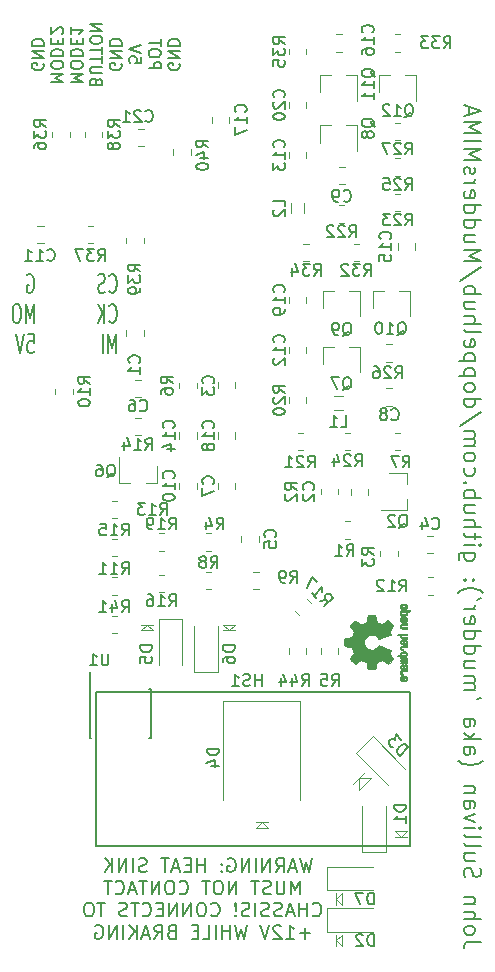
<source format=gbr>
%TF.GenerationSoftware,KiCad,Pcbnew,(5.1.9-0-10_14)*%
%TF.CreationDate,2023-05-28T23:00:20-04:00*%
%TF.ProjectId,LiControl,4c69436f-6e74-4726-9f6c-2e6b69636164,rev?*%
%TF.SameCoordinates,Original*%
%TF.FileFunction,Legend,Bot*%
%TF.FilePolarity,Positive*%
%FSLAX46Y46*%
G04 Gerber Fmt 4.6, Leading zero omitted, Abs format (unit mm)*
G04 Created by KiCad (PCBNEW (5.1.9-0-10_14)) date 2023-05-28 23:00:20*
%MOMM*%
%LPD*%
G01*
G04 APERTURE LIST*
%ADD10C,0.150000*%
%ADD11C,0.120000*%
%ADD12C,0.010000*%
G04 APERTURE END LIST*
D10*
X111254761Y-139307738D02*
X110980952Y-140457738D01*
X110761904Y-139636309D01*
X110542857Y-140457738D01*
X110269047Y-139307738D01*
X109885714Y-140129166D02*
X109338095Y-140129166D01*
X109995238Y-140457738D02*
X109611904Y-139307738D01*
X109228571Y-140457738D01*
X108188095Y-140457738D02*
X108571428Y-139910119D01*
X108845238Y-140457738D02*
X108845238Y-139307738D01*
X108407142Y-139307738D01*
X108297619Y-139362500D01*
X108242857Y-139417261D01*
X108188095Y-139526785D01*
X108188095Y-139691071D01*
X108242857Y-139800595D01*
X108297619Y-139855357D01*
X108407142Y-139910119D01*
X108845238Y-139910119D01*
X107695238Y-140457738D02*
X107695238Y-139307738D01*
X107038095Y-140457738D01*
X107038095Y-139307738D01*
X106490476Y-140457738D02*
X106490476Y-139307738D01*
X105942857Y-140457738D02*
X105942857Y-139307738D01*
X105285714Y-140457738D01*
X105285714Y-139307738D01*
X104135714Y-139362500D02*
X104245238Y-139307738D01*
X104409523Y-139307738D01*
X104573809Y-139362500D01*
X104683333Y-139472023D01*
X104738095Y-139581547D01*
X104792857Y-139800595D01*
X104792857Y-139964880D01*
X104738095Y-140183928D01*
X104683333Y-140293452D01*
X104573809Y-140402976D01*
X104409523Y-140457738D01*
X104300000Y-140457738D01*
X104135714Y-140402976D01*
X104080952Y-140348214D01*
X104080952Y-139964880D01*
X104300000Y-139964880D01*
X103588095Y-140348214D02*
X103533333Y-140402976D01*
X103588095Y-140457738D01*
X103642857Y-140402976D01*
X103588095Y-140348214D01*
X103588095Y-140457738D01*
X103588095Y-139745833D02*
X103533333Y-139800595D01*
X103588095Y-139855357D01*
X103642857Y-139800595D01*
X103588095Y-139745833D01*
X103588095Y-139855357D01*
X102164285Y-140457738D02*
X102164285Y-139307738D01*
X102164285Y-139855357D02*
X101507142Y-139855357D01*
X101507142Y-140457738D02*
X101507142Y-139307738D01*
X100959523Y-139855357D02*
X100576190Y-139855357D01*
X100411904Y-140457738D02*
X100959523Y-140457738D01*
X100959523Y-139307738D01*
X100411904Y-139307738D01*
X99973809Y-140129166D02*
X99426190Y-140129166D01*
X100083333Y-140457738D02*
X99700000Y-139307738D01*
X99316666Y-140457738D01*
X99097619Y-139307738D02*
X98440476Y-139307738D01*
X98769047Y-140457738D02*
X98769047Y-139307738D01*
X97235714Y-140402976D02*
X97071428Y-140457738D01*
X96797619Y-140457738D01*
X96688095Y-140402976D01*
X96633333Y-140348214D01*
X96578571Y-140238690D01*
X96578571Y-140129166D01*
X96633333Y-140019642D01*
X96688095Y-139964880D01*
X96797619Y-139910119D01*
X97016666Y-139855357D01*
X97126190Y-139800595D01*
X97180952Y-139745833D01*
X97235714Y-139636309D01*
X97235714Y-139526785D01*
X97180952Y-139417261D01*
X97126190Y-139362500D01*
X97016666Y-139307738D01*
X96742857Y-139307738D01*
X96578571Y-139362500D01*
X96085714Y-140457738D02*
X96085714Y-139307738D01*
X95538095Y-140457738D02*
X95538095Y-139307738D01*
X94880952Y-140457738D01*
X94880952Y-139307738D01*
X94333333Y-140457738D02*
X94333333Y-139307738D01*
X93676190Y-140457738D02*
X94169047Y-139800595D01*
X93676190Y-139307738D02*
X94333333Y-139964880D01*
X110214285Y-142332738D02*
X110214285Y-141182738D01*
X109830952Y-142004166D01*
X109447619Y-141182738D01*
X109447619Y-142332738D01*
X108900000Y-141182738D02*
X108900000Y-142113690D01*
X108845238Y-142223214D01*
X108790476Y-142277976D01*
X108680952Y-142332738D01*
X108461904Y-142332738D01*
X108352380Y-142277976D01*
X108297619Y-142223214D01*
X108242857Y-142113690D01*
X108242857Y-141182738D01*
X107750000Y-142277976D02*
X107585714Y-142332738D01*
X107311904Y-142332738D01*
X107202380Y-142277976D01*
X107147619Y-142223214D01*
X107092857Y-142113690D01*
X107092857Y-142004166D01*
X107147619Y-141894642D01*
X107202380Y-141839880D01*
X107311904Y-141785119D01*
X107530952Y-141730357D01*
X107640476Y-141675595D01*
X107695238Y-141620833D01*
X107750000Y-141511309D01*
X107750000Y-141401785D01*
X107695238Y-141292261D01*
X107640476Y-141237500D01*
X107530952Y-141182738D01*
X107257142Y-141182738D01*
X107092857Y-141237500D01*
X106764285Y-141182738D02*
X106107142Y-141182738D01*
X106435714Y-142332738D02*
X106435714Y-141182738D01*
X104847619Y-142332738D02*
X104847619Y-141182738D01*
X104190476Y-142332738D01*
X104190476Y-141182738D01*
X103423809Y-141182738D02*
X103204761Y-141182738D01*
X103095238Y-141237500D01*
X102985714Y-141347023D01*
X102930952Y-141566071D01*
X102930952Y-141949404D01*
X102985714Y-142168452D01*
X103095238Y-142277976D01*
X103204761Y-142332738D01*
X103423809Y-142332738D01*
X103533333Y-142277976D01*
X103642857Y-142168452D01*
X103697619Y-141949404D01*
X103697619Y-141566071D01*
X103642857Y-141347023D01*
X103533333Y-141237500D01*
X103423809Y-141182738D01*
X102602380Y-141182738D02*
X101945238Y-141182738D01*
X102273809Y-142332738D02*
X102273809Y-141182738D01*
X100028571Y-142223214D02*
X100083333Y-142277976D01*
X100247619Y-142332738D01*
X100357142Y-142332738D01*
X100521428Y-142277976D01*
X100630952Y-142168452D01*
X100685714Y-142058928D01*
X100740476Y-141839880D01*
X100740476Y-141675595D01*
X100685714Y-141456547D01*
X100630952Y-141347023D01*
X100521428Y-141237500D01*
X100357142Y-141182738D01*
X100247619Y-141182738D01*
X100083333Y-141237500D01*
X100028571Y-141292261D01*
X99316666Y-141182738D02*
X99097619Y-141182738D01*
X98988095Y-141237500D01*
X98878571Y-141347023D01*
X98823809Y-141566071D01*
X98823809Y-141949404D01*
X98878571Y-142168452D01*
X98988095Y-142277976D01*
X99097619Y-142332738D01*
X99316666Y-142332738D01*
X99426190Y-142277976D01*
X99535714Y-142168452D01*
X99590476Y-141949404D01*
X99590476Y-141566071D01*
X99535714Y-141347023D01*
X99426190Y-141237500D01*
X99316666Y-141182738D01*
X98330952Y-142332738D02*
X98330952Y-141182738D01*
X97673809Y-142332738D01*
X97673809Y-141182738D01*
X97290476Y-141182738D02*
X96633333Y-141182738D01*
X96961904Y-142332738D02*
X96961904Y-141182738D01*
X96304761Y-142004166D02*
X95757142Y-142004166D01*
X96414285Y-142332738D02*
X96030952Y-141182738D01*
X95647619Y-142332738D01*
X94607142Y-142223214D02*
X94661904Y-142277976D01*
X94826190Y-142332738D01*
X94935714Y-142332738D01*
X95100000Y-142277976D01*
X95209523Y-142168452D01*
X95264285Y-142058928D01*
X95319047Y-141839880D01*
X95319047Y-141675595D01*
X95264285Y-141456547D01*
X95209523Y-141347023D01*
X95100000Y-141237500D01*
X94935714Y-141182738D01*
X94826190Y-141182738D01*
X94661904Y-141237500D01*
X94607142Y-141292261D01*
X94278571Y-141182738D02*
X93621428Y-141182738D01*
X93950000Y-142332738D02*
X93950000Y-141182738D01*
X111309523Y-144098214D02*
X111364285Y-144152976D01*
X111528571Y-144207738D01*
X111638095Y-144207738D01*
X111802380Y-144152976D01*
X111911904Y-144043452D01*
X111966666Y-143933928D01*
X112021428Y-143714880D01*
X112021428Y-143550595D01*
X111966666Y-143331547D01*
X111911904Y-143222023D01*
X111802380Y-143112500D01*
X111638095Y-143057738D01*
X111528571Y-143057738D01*
X111364285Y-143112500D01*
X111309523Y-143167261D01*
X110816666Y-144207738D02*
X110816666Y-143057738D01*
X110816666Y-143605357D02*
X110159523Y-143605357D01*
X110159523Y-144207738D02*
X110159523Y-143057738D01*
X109666666Y-143879166D02*
X109119047Y-143879166D01*
X109776190Y-144207738D02*
X109392857Y-143057738D01*
X109009523Y-144207738D01*
X108680952Y-144152976D02*
X108516666Y-144207738D01*
X108242857Y-144207738D01*
X108133333Y-144152976D01*
X108078571Y-144098214D01*
X108023809Y-143988690D01*
X108023809Y-143879166D01*
X108078571Y-143769642D01*
X108133333Y-143714880D01*
X108242857Y-143660119D01*
X108461904Y-143605357D01*
X108571428Y-143550595D01*
X108626190Y-143495833D01*
X108680952Y-143386309D01*
X108680952Y-143276785D01*
X108626190Y-143167261D01*
X108571428Y-143112500D01*
X108461904Y-143057738D01*
X108188095Y-143057738D01*
X108023809Y-143112500D01*
X107585714Y-144152976D02*
X107421428Y-144207738D01*
X107147619Y-144207738D01*
X107038095Y-144152976D01*
X106983333Y-144098214D01*
X106928571Y-143988690D01*
X106928571Y-143879166D01*
X106983333Y-143769642D01*
X107038095Y-143714880D01*
X107147619Y-143660119D01*
X107366666Y-143605357D01*
X107476190Y-143550595D01*
X107530952Y-143495833D01*
X107585714Y-143386309D01*
X107585714Y-143276785D01*
X107530952Y-143167261D01*
X107476190Y-143112500D01*
X107366666Y-143057738D01*
X107092857Y-143057738D01*
X106928571Y-143112500D01*
X106435714Y-144207738D02*
X106435714Y-143057738D01*
X105942857Y-144152976D02*
X105778571Y-144207738D01*
X105504761Y-144207738D01*
X105395238Y-144152976D01*
X105340476Y-144098214D01*
X105285714Y-143988690D01*
X105285714Y-143879166D01*
X105340476Y-143769642D01*
X105395238Y-143714880D01*
X105504761Y-143660119D01*
X105723809Y-143605357D01*
X105833333Y-143550595D01*
X105888095Y-143495833D01*
X105942857Y-143386309D01*
X105942857Y-143276785D01*
X105888095Y-143167261D01*
X105833333Y-143112500D01*
X105723809Y-143057738D01*
X105450000Y-143057738D01*
X105285714Y-143112500D01*
X104792857Y-144098214D02*
X104738095Y-144152976D01*
X104792857Y-144207738D01*
X104847619Y-144152976D01*
X104792857Y-144098214D01*
X104792857Y-144207738D01*
X104792857Y-143769642D02*
X104847619Y-143112500D01*
X104792857Y-143057738D01*
X104738095Y-143112500D01*
X104792857Y-143769642D01*
X104792857Y-143057738D01*
X102711904Y-144098214D02*
X102766666Y-144152976D01*
X102930952Y-144207738D01*
X103040476Y-144207738D01*
X103204761Y-144152976D01*
X103314285Y-144043452D01*
X103369047Y-143933928D01*
X103423809Y-143714880D01*
X103423809Y-143550595D01*
X103369047Y-143331547D01*
X103314285Y-143222023D01*
X103204761Y-143112500D01*
X103040476Y-143057738D01*
X102930952Y-143057738D01*
X102766666Y-143112500D01*
X102711904Y-143167261D01*
X102000000Y-143057738D02*
X101780952Y-143057738D01*
X101671428Y-143112500D01*
X101561904Y-143222023D01*
X101507142Y-143441071D01*
X101507142Y-143824404D01*
X101561904Y-144043452D01*
X101671428Y-144152976D01*
X101780952Y-144207738D01*
X102000000Y-144207738D01*
X102109523Y-144152976D01*
X102219047Y-144043452D01*
X102273809Y-143824404D01*
X102273809Y-143441071D01*
X102219047Y-143222023D01*
X102109523Y-143112500D01*
X102000000Y-143057738D01*
X101014285Y-144207738D02*
X101014285Y-143057738D01*
X100357142Y-144207738D01*
X100357142Y-143057738D01*
X99809523Y-144207738D02*
X99809523Y-143057738D01*
X99152380Y-144207738D01*
X99152380Y-143057738D01*
X98604761Y-143605357D02*
X98221428Y-143605357D01*
X98057142Y-144207738D02*
X98604761Y-144207738D01*
X98604761Y-143057738D01*
X98057142Y-143057738D01*
X96907142Y-144098214D02*
X96961904Y-144152976D01*
X97126190Y-144207738D01*
X97235714Y-144207738D01*
X97400000Y-144152976D01*
X97509523Y-144043452D01*
X97564285Y-143933928D01*
X97619047Y-143714880D01*
X97619047Y-143550595D01*
X97564285Y-143331547D01*
X97509523Y-143222023D01*
X97400000Y-143112500D01*
X97235714Y-143057738D01*
X97126190Y-143057738D01*
X96961904Y-143112500D01*
X96907142Y-143167261D01*
X96578571Y-143057738D02*
X95921428Y-143057738D01*
X96250000Y-144207738D02*
X96250000Y-143057738D01*
X95592857Y-144152976D02*
X95428571Y-144207738D01*
X95154761Y-144207738D01*
X95045238Y-144152976D01*
X94990476Y-144098214D01*
X94935714Y-143988690D01*
X94935714Y-143879166D01*
X94990476Y-143769642D01*
X95045238Y-143714880D01*
X95154761Y-143660119D01*
X95373809Y-143605357D01*
X95483333Y-143550595D01*
X95538095Y-143495833D01*
X95592857Y-143386309D01*
X95592857Y-143276785D01*
X95538095Y-143167261D01*
X95483333Y-143112500D01*
X95373809Y-143057738D01*
X95100000Y-143057738D01*
X94935714Y-143112500D01*
X93730952Y-143057738D02*
X93073809Y-143057738D01*
X93402380Y-144207738D02*
X93402380Y-143057738D01*
X92471428Y-143057738D02*
X92252380Y-143057738D01*
X92142857Y-143112500D01*
X92033333Y-143222023D01*
X91978571Y-143441071D01*
X91978571Y-143824404D01*
X92033333Y-144043452D01*
X92142857Y-144152976D01*
X92252380Y-144207738D01*
X92471428Y-144207738D01*
X92580952Y-144152976D01*
X92690476Y-144043452D01*
X92745238Y-143824404D01*
X92745238Y-143441071D01*
X92690476Y-143222023D01*
X92580952Y-143112500D01*
X92471428Y-143057738D01*
X111090476Y-145644642D02*
X110214285Y-145644642D01*
X110652380Y-146082738D02*
X110652380Y-145206547D01*
X109064285Y-146082738D02*
X109721428Y-146082738D01*
X109392857Y-146082738D02*
X109392857Y-144932738D01*
X109502380Y-145097023D01*
X109611904Y-145206547D01*
X109721428Y-145261309D01*
X108626190Y-145042261D02*
X108571428Y-144987500D01*
X108461904Y-144932738D01*
X108188095Y-144932738D01*
X108078571Y-144987500D01*
X108023809Y-145042261D01*
X107969047Y-145151785D01*
X107969047Y-145261309D01*
X108023809Y-145425595D01*
X108680952Y-146082738D01*
X107969047Y-146082738D01*
X107640476Y-144932738D02*
X107257142Y-146082738D01*
X106873809Y-144932738D01*
X105723809Y-144932738D02*
X105450000Y-146082738D01*
X105230952Y-145261309D01*
X105011904Y-146082738D01*
X104738095Y-144932738D01*
X104300000Y-146082738D02*
X104300000Y-144932738D01*
X104300000Y-145480357D02*
X103642857Y-145480357D01*
X103642857Y-146082738D02*
X103642857Y-144932738D01*
X103095238Y-146082738D02*
X103095238Y-144932738D01*
X102000000Y-146082738D02*
X102547619Y-146082738D01*
X102547619Y-144932738D01*
X101616666Y-145480357D02*
X101233333Y-145480357D01*
X101069047Y-146082738D02*
X101616666Y-146082738D01*
X101616666Y-144932738D01*
X101069047Y-144932738D01*
X99316666Y-145480357D02*
X99152380Y-145535119D01*
X99097619Y-145589880D01*
X99042857Y-145699404D01*
X99042857Y-145863690D01*
X99097619Y-145973214D01*
X99152380Y-146027976D01*
X99261904Y-146082738D01*
X99700000Y-146082738D01*
X99700000Y-144932738D01*
X99316666Y-144932738D01*
X99207142Y-144987500D01*
X99152380Y-145042261D01*
X99097619Y-145151785D01*
X99097619Y-145261309D01*
X99152380Y-145370833D01*
X99207142Y-145425595D01*
X99316666Y-145480357D01*
X99700000Y-145480357D01*
X97892857Y-146082738D02*
X98276190Y-145535119D01*
X98550000Y-146082738D02*
X98550000Y-144932738D01*
X98111904Y-144932738D01*
X98002380Y-144987500D01*
X97947619Y-145042261D01*
X97892857Y-145151785D01*
X97892857Y-145316071D01*
X97947619Y-145425595D01*
X98002380Y-145480357D01*
X98111904Y-145535119D01*
X98550000Y-145535119D01*
X97454761Y-145754166D02*
X96907142Y-145754166D01*
X97564285Y-146082738D02*
X97180952Y-144932738D01*
X96797619Y-146082738D01*
X96414285Y-146082738D02*
X96414285Y-144932738D01*
X95757142Y-146082738D02*
X96250000Y-145425595D01*
X95757142Y-144932738D02*
X96414285Y-145589880D01*
X95264285Y-146082738D02*
X95264285Y-144932738D01*
X94716666Y-146082738D02*
X94716666Y-144932738D01*
X94059523Y-146082738D01*
X94059523Y-144932738D01*
X92909523Y-144987500D02*
X93019047Y-144932738D01*
X93183333Y-144932738D01*
X93347619Y-144987500D01*
X93457142Y-145097023D01*
X93511904Y-145206547D01*
X93566666Y-145425595D01*
X93566666Y-145589880D01*
X93511904Y-145808928D01*
X93457142Y-145918452D01*
X93347619Y-146027976D01*
X93183333Y-146082738D01*
X93073809Y-146082738D01*
X92909523Y-146027976D01*
X92854761Y-145973214D01*
X92854761Y-145589880D01*
X93073809Y-145589880D01*
D11*
X96750000Y-120000000D02*
X97250000Y-119500000D01*
X97750000Y-119500000D02*
X96750000Y-119500000D01*
X97250000Y-119500000D02*
X97750000Y-120000000D01*
X97750000Y-120000000D02*
X96750000Y-120000000D01*
X113750000Y-142250000D02*
X113750000Y-143250000D01*
X113750000Y-143250000D02*
X113250000Y-142750000D01*
X113250000Y-142750000D02*
X113750000Y-142250000D01*
X113250000Y-142250000D02*
X113250000Y-143250000D01*
X107500000Y-136750000D02*
X106500000Y-136750000D01*
X106500000Y-136750000D02*
X107000000Y-136250000D01*
X107000000Y-136250000D02*
X107500000Y-136750000D01*
X107500000Y-136250000D02*
X106500000Y-136250000D01*
X103750000Y-119500000D02*
X104750000Y-119500000D01*
X104750000Y-119500000D02*
X104250000Y-120000000D01*
X104250000Y-120000000D02*
X103750000Y-119500000D01*
X103750000Y-120000000D02*
X104750000Y-120000000D01*
X113750000Y-145750000D02*
X113750000Y-146750000D01*
X113750000Y-146750000D02*
X113250000Y-146250000D01*
X113250000Y-146250000D02*
X113750000Y-145750000D01*
X113250000Y-145750000D02*
X113250000Y-146750000D01*
X118250000Y-137000000D02*
X119250000Y-137000000D01*
X119250000Y-137000000D02*
X118750000Y-137500000D01*
X118750000Y-137500000D02*
X118250000Y-137000000D01*
X118250000Y-137500000D02*
X119250000Y-137500000D01*
D10*
X94092976Y-91271428D02*
X94140595Y-91347619D01*
X94283452Y-91423809D01*
X94378690Y-91423809D01*
X94521547Y-91347619D01*
X94616785Y-91195238D01*
X94664404Y-91042857D01*
X94712023Y-90738095D01*
X94712023Y-90509523D01*
X94664404Y-90204761D01*
X94616785Y-90052380D01*
X94521547Y-89900000D01*
X94378690Y-89823809D01*
X94283452Y-89823809D01*
X94140595Y-89900000D01*
X94092976Y-89976190D01*
X93712023Y-91347619D02*
X93569166Y-91423809D01*
X93331071Y-91423809D01*
X93235833Y-91347619D01*
X93188214Y-91271428D01*
X93140595Y-91119047D01*
X93140595Y-90966666D01*
X93188214Y-90814285D01*
X93235833Y-90738095D01*
X93331071Y-90661904D01*
X93521547Y-90585714D01*
X93616785Y-90509523D01*
X93664404Y-90433333D01*
X93712023Y-90280952D01*
X93712023Y-90128571D01*
X93664404Y-89976190D01*
X93616785Y-89900000D01*
X93521547Y-89823809D01*
X93283452Y-89823809D01*
X93140595Y-89900000D01*
X94092976Y-93821428D02*
X94140595Y-93897619D01*
X94283452Y-93973809D01*
X94378690Y-93973809D01*
X94521547Y-93897619D01*
X94616785Y-93745238D01*
X94664404Y-93592857D01*
X94712023Y-93288095D01*
X94712023Y-93059523D01*
X94664404Y-92754761D01*
X94616785Y-92602380D01*
X94521547Y-92450000D01*
X94378690Y-92373809D01*
X94283452Y-92373809D01*
X94140595Y-92450000D01*
X94092976Y-92526190D01*
X93664404Y-93973809D02*
X93664404Y-92373809D01*
X93092976Y-93973809D02*
X93521547Y-93059523D01*
X93092976Y-92373809D02*
X93664404Y-93288095D01*
X94664404Y-96523809D02*
X94664404Y-94923809D01*
X94331071Y-96066666D01*
X93997738Y-94923809D01*
X93997738Y-96523809D01*
X93521547Y-96523809D02*
X93521547Y-94923809D01*
X87140595Y-89900000D02*
X87235833Y-89823809D01*
X87378690Y-89823809D01*
X87521547Y-89900000D01*
X87616785Y-90052380D01*
X87664404Y-90204761D01*
X87712023Y-90509523D01*
X87712023Y-90738095D01*
X87664404Y-91042857D01*
X87616785Y-91195238D01*
X87521547Y-91347619D01*
X87378690Y-91423809D01*
X87283452Y-91423809D01*
X87140595Y-91347619D01*
X87092976Y-91271428D01*
X87092976Y-90738095D01*
X87283452Y-90738095D01*
X87664404Y-93973809D02*
X87664404Y-92373809D01*
X87331071Y-93516666D01*
X86997738Y-92373809D01*
X86997738Y-93973809D01*
X86331071Y-92373809D02*
X86140595Y-92373809D01*
X86045357Y-92450000D01*
X85950119Y-92602380D01*
X85902500Y-92907142D01*
X85902500Y-93440476D01*
X85950119Y-93745238D01*
X86045357Y-93897619D01*
X86140595Y-93973809D01*
X86331071Y-93973809D01*
X86426309Y-93897619D01*
X86521547Y-93745238D01*
X86569166Y-93440476D01*
X86569166Y-92907142D01*
X86521547Y-92602380D01*
X86426309Y-92450000D01*
X86331071Y-92373809D01*
X87188214Y-94923809D02*
X87664404Y-94923809D01*
X87712023Y-95685714D01*
X87664404Y-95609523D01*
X87569166Y-95533333D01*
X87331071Y-95533333D01*
X87235833Y-95609523D01*
X87188214Y-95685714D01*
X87140595Y-95838095D01*
X87140595Y-96219047D01*
X87188214Y-96371428D01*
X87235833Y-96447619D01*
X87331071Y-96523809D01*
X87569166Y-96523809D01*
X87664404Y-96447619D01*
X87712023Y-96371428D01*
X86854880Y-94923809D02*
X86521547Y-96523809D01*
X86188214Y-94923809D01*
D11*
X115750000Y-132000000D02*
X114750000Y-133000000D01*
X115250000Y-132500000D02*
X116250000Y-132500000D01*
X115250000Y-133500000D02*
X115250000Y-132500000D01*
X116250000Y-132500000D02*
X115250000Y-133500000D01*
D10*
X125516666Y-146350000D02*
X124516666Y-146350000D01*
X124316666Y-146416666D01*
X124183333Y-146550000D01*
X124116666Y-146750000D01*
X124116666Y-146883333D01*
X124116666Y-145483333D02*
X124183333Y-145616666D01*
X124250000Y-145683333D01*
X124383333Y-145750000D01*
X124783333Y-145750000D01*
X124916666Y-145683333D01*
X124983333Y-145616666D01*
X125050000Y-145483333D01*
X125050000Y-145283333D01*
X124983333Y-145150000D01*
X124916666Y-145083333D01*
X124783333Y-145016666D01*
X124383333Y-145016666D01*
X124250000Y-145083333D01*
X124183333Y-145150000D01*
X124116666Y-145283333D01*
X124116666Y-145483333D01*
X124116666Y-144416666D02*
X125516666Y-144416666D01*
X124116666Y-143816666D02*
X124850000Y-143816666D01*
X124983333Y-143883333D01*
X125050000Y-144016666D01*
X125050000Y-144216666D01*
X124983333Y-144350000D01*
X124916666Y-144416666D01*
X125050000Y-143150000D02*
X124116666Y-143150000D01*
X124916666Y-143150000D02*
X124983333Y-143083333D01*
X125050000Y-142950000D01*
X125050000Y-142750000D01*
X124983333Y-142616666D01*
X124850000Y-142550000D01*
X124116666Y-142550000D01*
X124183333Y-140883333D02*
X124116666Y-140683333D01*
X124116666Y-140350000D01*
X124183333Y-140216666D01*
X124250000Y-140150000D01*
X124383333Y-140083333D01*
X124516666Y-140083333D01*
X124650000Y-140150000D01*
X124716666Y-140216666D01*
X124783333Y-140350000D01*
X124850000Y-140616666D01*
X124916666Y-140750000D01*
X124983333Y-140816666D01*
X125116666Y-140883333D01*
X125250000Y-140883333D01*
X125383333Y-140816666D01*
X125450000Y-140750000D01*
X125516666Y-140616666D01*
X125516666Y-140283333D01*
X125450000Y-140083333D01*
X125050000Y-138883333D02*
X124116666Y-138883333D01*
X125050000Y-139483333D02*
X124316666Y-139483333D01*
X124183333Y-139416666D01*
X124116666Y-139283333D01*
X124116666Y-139083333D01*
X124183333Y-138950000D01*
X124250000Y-138883333D01*
X124116666Y-138016666D02*
X124183333Y-138150000D01*
X124316666Y-138216666D01*
X125516666Y-138216666D01*
X124116666Y-137283333D02*
X124183333Y-137416666D01*
X124316666Y-137483333D01*
X125516666Y-137483333D01*
X124116666Y-136749999D02*
X125050000Y-136749999D01*
X125516666Y-136749999D02*
X125450000Y-136816666D01*
X125383333Y-136749999D01*
X125450000Y-136683333D01*
X125516666Y-136749999D01*
X125383333Y-136749999D01*
X125050000Y-136216666D02*
X124116666Y-135883333D01*
X125050000Y-135550000D01*
X124116666Y-134416666D02*
X124850000Y-134416666D01*
X124983333Y-134483333D01*
X125050000Y-134616666D01*
X125050000Y-134883333D01*
X124983333Y-135016666D01*
X124183333Y-134416666D02*
X124116666Y-134550000D01*
X124116666Y-134883333D01*
X124183333Y-135016666D01*
X124316666Y-135083333D01*
X124450000Y-135083333D01*
X124583333Y-135016666D01*
X124650000Y-134883333D01*
X124650000Y-134550000D01*
X124716666Y-134416666D01*
X125050000Y-133750000D02*
X124116666Y-133750000D01*
X124916666Y-133750000D02*
X124983333Y-133683333D01*
X125050000Y-133550000D01*
X125050000Y-133350000D01*
X124983333Y-133216666D01*
X124850000Y-133150000D01*
X124116666Y-133150000D01*
X123583333Y-131016666D02*
X123650000Y-131083333D01*
X123850000Y-131216666D01*
X123983333Y-131283333D01*
X124183333Y-131350000D01*
X124516666Y-131416666D01*
X124783333Y-131416666D01*
X125116666Y-131350000D01*
X125316666Y-131283333D01*
X125450000Y-131216666D01*
X125650000Y-131083333D01*
X125716666Y-131016666D01*
X124116666Y-129883333D02*
X124850000Y-129883333D01*
X124983333Y-129950000D01*
X125050000Y-130083333D01*
X125050000Y-130350000D01*
X124983333Y-130483333D01*
X124183333Y-129883333D02*
X124116666Y-130016666D01*
X124116666Y-130350000D01*
X124183333Y-130483333D01*
X124316666Y-130550000D01*
X124450000Y-130550000D01*
X124583333Y-130483333D01*
X124650000Y-130350000D01*
X124650000Y-130016666D01*
X124716666Y-129883333D01*
X124116666Y-129216666D02*
X125516666Y-129216666D01*
X124650000Y-129083333D02*
X124116666Y-128683333D01*
X125050000Y-128683333D02*
X124516666Y-129216666D01*
X124116666Y-127483333D02*
X124850000Y-127483333D01*
X124983333Y-127550000D01*
X125050000Y-127683333D01*
X125050000Y-127950000D01*
X124983333Y-128083333D01*
X124183333Y-127483333D02*
X124116666Y-127616666D01*
X124116666Y-127950000D01*
X124183333Y-128083333D01*
X124316666Y-128150000D01*
X124450000Y-128150000D01*
X124583333Y-128083333D01*
X124650000Y-127950000D01*
X124650000Y-127616666D01*
X124716666Y-127483333D01*
X125516666Y-125683333D02*
X125250000Y-125816666D01*
X124116666Y-125083333D02*
X125050000Y-125083333D01*
X124916666Y-125083333D02*
X124983333Y-125016666D01*
X125050000Y-124883333D01*
X125050000Y-124683333D01*
X124983333Y-124550000D01*
X124850000Y-124483333D01*
X124116666Y-124483333D01*
X124850000Y-124483333D02*
X124983333Y-124416666D01*
X125050000Y-124283333D01*
X125050000Y-124083333D01*
X124983333Y-123950000D01*
X124850000Y-123883333D01*
X124116666Y-123883333D01*
X125050000Y-122616666D02*
X124116666Y-122616666D01*
X125050000Y-123216666D02*
X124316666Y-123216666D01*
X124183333Y-123150000D01*
X124116666Y-123016666D01*
X124116666Y-122816666D01*
X124183333Y-122683333D01*
X124250000Y-122616666D01*
X124116666Y-121350000D02*
X125516666Y-121350000D01*
X124183333Y-121350000D02*
X124116666Y-121483333D01*
X124116666Y-121750000D01*
X124183333Y-121883333D01*
X124250000Y-121950000D01*
X124383333Y-122016666D01*
X124783333Y-122016666D01*
X124916666Y-121950000D01*
X124983333Y-121883333D01*
X125050000Y-121750000D01*
X125050000Y-121483333D01*
X124983333Y-121350000D01*
X124116666Y-120083333D02*
X125516666Y-120083333D01*
X124183333Y-120083333D02*
X124116666Y-120216666D01*
X124116666Y-120483333D01*
X124183333Y-120616666D01*
X124250000Y-120683333D01*
X124383333Y-120750000D01*
X124783333Y-120750000D01*
X124916666Y-120683333D01*
X124983333Y-120616666D01*
X125050000Y-120483333D01*
X125050000Y-120216666D01*
X124983333Y-120083333D01*
X124183333Y-118883333D02*
X124116666Y-119016666D01*
X124116666Y-119283333D01*
X124183333Y-119416666D01*
X124316666Y-119483333D01*
X124850000Y-119483333D01*
X124983333Y-119416666D01*
X125050000Y-119283333D01*
X125050000Y-119016666D01*
X124983333Y-118883333D01*
X124850000Y-118816666D01*
X124716666Y-118816666D01*
X124583333Y-119483333D01*
X124116666Y-118216666D02*
X125050000Y-118216666D01*
X124783333Y-118216666D02*
X124916666Y-118150000D01*
X124983333Y-118083333D01*
X125050000Y-117950000D01*
X125050000Y-117816666D01*
X125516666Y-117283333D02*
X125250000Y-117416666D01*
X123583333Y-116816666D02*
X123650000Y-116750000D01*
X123850000Y-116616666D01*
X123983333Y-116550000D01*
X124183333Y-116483333D01*
X124516666Y-116416666D01*
X124783333Y-116416666D01*
X125116666Y-116483333D01*
X125316666Y-116550000D01*
X125450000Y-116616666D01*
X125650000Y-116750000D01*
X125716666Y-116816666D01*
X124250000Y-115750000D02*
X124183333Y-115683333D01*
X124116666Y-115750000D01*
X124183333Y-115816666D01*
X124250000Y-115750000D01*
X124116666Y-115750000D01*
X124983333Y-115750000D02*
X124916666Y-115683333D01*
X124850000Y-115750000D01*
X124916666Y-115816666D01*
X124983333Y-115750000D01*
X124850000Y-115750000D01*
X125050000Y-113416666D02*
X123916666Y-113416666D01*
X123783333Y-113483333D01*
X123716666Y-113550000D01*
X123650000Y-113683333D01*
X123650000Y-113883333D01*
X123716666Y-114016666D01*
X124183333Y-113416666D02*
X124116666Y-113550000D01*
X124116666Y-113816666D01*
X124183333Y-113950000D01*
X124250000Y-114016666D01*
X124383333Y-114083333D01*
X124783333Y-114083333D01*
X124916666Y-114016666D01*
X124983333Y-113950000D01*
X125050000Y-113816666D01*
X125050000Y-113550000D01*
X124983333Y-113416666D01*
X124116666Y-112750000D02*
X125050000Y-112750000D01*
X125516666Y-112750000D02*
X125450000Y-112816666D01*
X125383333Y-112750000D01*
X125450000Y-112683333D01*
X125516666Y-112750000D01*
X125383333Y-112750000D01*
X125050000Y-112283333D02*
X125050000Y-111750000D01*
X125516666Y-112083333D02*
X124316666Y-112083333D01*
X124183333Y-112016666D01*
X124116666Y-111883333D01*
X124116666Y-111750000D01*
X124116666Y-111283333D02*
X125516666Y-111283333D01*
X124116666Y-110683333D02*
X124850000Y-110683333D01*
X124983333Y-110750000D01*
X125050000Y-110883333D01*
X125050000Y-111083333D01*
X124983333Y-111216666D01*
X124916666Y-111283333D01*
X125050000Y-109416666D02*
X124116666Y-109416666D01*
X125050000Y-110016666D02*
X124316666Y-110016666D01*
X124183333Y-109950000D01*
X124116666Y-109816666D01*
X124116666Y-109616666D01*
X124183333Y-109483333D01*
X124250000Y-109416666D01*
X124116666Y-108750000D02*
X125516666Y-108750000D01*
X124983333Y-108750000D02*
X125050000Y-108616666D01*
X125050000Y-108350000D01*
X124983333Y-108216666D01*
X124916666Y-108150000D01*
X124783333Y-108083333D01*
X124383333Y-108083333D01*
X124250000Y-108150000D01*
X124183333Y-108216666D01*
X124116666Y-108350000D01*
X124116666Y-108616666D01*
X124183333Y-108750000D01*
X124250000Y-107483333D02*
X124183333Y-107416666D01*
X124116666Y-107483333D01*
X124183333Y-107550000D01*
X124250000Y-107483333D01*
X124116666Y-107483333D01*
X124183333Y-106216666D02*
X124116666Y-106350000D01*
X124116666Y-106616666D01*
X124183333Y-106750000D01*
X124250000Y-106816666D01*
X124383333Y-106883333D01*
X124783333Y-106883333D01*
X124916666Y-106816666D01*
X124983333Y-106750000D01*
X125050000Y-106616666D01*
X125050000Y-106350000D01*
X124983333Y-106216666D01*
X124116666Y-105416666D02*
X124183333Y-105550000D01*
X124250000Y-105616666D01*
X124383333Y-105683333D01*
X124783333Y-105683333D01*
X124916666Y-105616666D01*
X124983333Y-105550000D01*
X125050000Y-105416666D01*
X125050000Y-105216666D01*
X124983333Y-105083333D01*
X124916666Y-105016666D01*
X124783333Y-104950000D01*
X124383333Y-104950000D01*
X124250000Y-105016666D01*
X124183333Y-105083333D01*
X124116666Y-105216666D01*
X124116666Y-105416666D01*
X124116666Y-104350000D02*
X125050000Y-104350000D01*
X124916666Y-104350000D02*
X124983333Y-104283333D01*
X125050000Y-104150000D01*
X125050000Y-103950000D01*
X124983333Y-103816666D01*
X124850000Y-103750000D01*
X124116666Y-103750000D01*
X124850000Y-103750000D02*
X124983333Y-103683333D01*
X125050000Y-103550000D01*
X125050000Y-103350000D01*
X124983333Y-103216666D01*
X124850000Y-103150000D01*
X124116666Y-103150000D01*
X125583333Y-101483333D02*
X123783333Y-102683333D01*
X124116666Y-100416666D02*
X125516666Y-100416666D01*
X124183333Y-100416666D02*
X124116666Y-100550000D01*
X124116666Y-100816666D01*
X124183333Y-100950000D01*
X124250000Y-101016666D01*
X124383333Y-101083333D01*
X124783333Y-101083333D01*
X124916666Y-101016666D01*
X124983333Y-100950000D01*
X125050000Y-100816666D01*
X125050000Y-100550000D01*
X124983333Y-100416666D01*
X124116666Y-99550000D02*
X124183333Y-99683333D01*
X124250000Y-99750000D01*
X124383333Y-99816666D01*
X124783333Y-99816666D01*
X124916666Y-99750000D01*
X124983333Y-99683333D01*
X125050000Y-99550000D01*
X125050000Y-99350000D01*
X124983333Y-99216666D01*
X124916666Y-99150000D01*
X124783333Y-99083333D01*
X124383333Y-99083333D01*
X124250000Y-99150000D01*
X124183333Y-99216666D01*
X124116666Y-99350000D01*
X124116666Y-99550000D01*
X125050000Y-98483333D02*
X123650000Y-98483333D01*
X124983333Y-98483333D02*
X125050000Y-98350000D01*
X125050000Y-98083333D01*
X124983333Y-97950000D01*
X124916666Y-97883333D01*
X124783333Y-97816666D01*
X124383333Y-97816666D01*
X124250000Y-97883333D01*
X124183333Y-97950000D01*
X124116666Y-98083333D01*
X124116666Y-98350000D01*
X124183333Y-98483333D01*
X125050000Y-97216666D02*
X123650000Y-97216666D01*
X124983333Y-97216666D02*
X125050000Y-97083333D01*
X125050000Y-96816666D01*
X124983333Y-96683333D01*
X124916666Y-96616666D01*
X124783333Y-96550000D01*
X124383333Y-96550000D01*
X124250000Y-96616666D01*
X124183333Y-96683333D01*
X124116666Y-96816666D01*
X124116666Y-97083333D01*
X124183333Y-97216666D01*
X124183333Y-95416666D02*
X124116666Y-95550000D01*
X124116666Y-95816666D01*
X124183333Y-95950000D01*
X124316666Y-96016666D01*
X124850000Y-96016666D01*
X124983333Y-95950000D01*
X125050000Y-95816666D01*
X125050000Y-95550000D01*
X124983333Y-95416666D01*
X124850000Y-95350000D01*
X124716666Y-95350000D01*
X124583333Y-96016666D01*
X124116666Y-94550000D02*
X124183333Y-94683333D01*
X124316666Y-94750000D01*
X125516666Y-94750000D01*
X124116666Y-94016666D02*
X125516666Y-94016666D01*
X124116666Y-93416666D02*
X124850000Y-93416666D01*
X124983333Y-93483333D01*
X125050000Y-93616666D01*
X125050000Y-93816666D01*
X124983333Y-93950000D01*
X124916666Y-94016666D01*
X125050000Y-92150000D02*
X124116666Y-92150000D01*
X125050000Y-92750000D02*
X124316666Y-92750000D01*
X124183333Y-92683333D01*
X124116666Y-92550000D01*
X124116666Y-92350000D01*
X124183333Y-92216666D01*
X124250000Y-92150000D01*
X124116666Y-91483333D02*
X125516666Y-91483333D01*
X124983333Y-91483333D02*
X125050000Y-91350000D01*
X125050000Y-91083333D01*
X124983333Y-90950000D01*
X124916666Y-90883333D01*
X124783333Y-90816666D01*
X124383333Y-90816666D01*
X124250000Y-90883333D01*
X124183333Y-90950000D01*
X124116666Y-91083333D01*
X124116666Y-91350000D01*
X124183333Y-91483333D01*
X125583333Y-89216666D02*
X123783333Y-90416666D01*
X124116666Y-88750000D02*
X125516666Y-88750000D01*
X124516666Y-88283333D01*
X125516666Y-87816666D01*
X124116666Y-87816666D01*
X125050000Y-86550000D02*
X124116666Y-86550000D01*
X125050000Y-87150000D02*
X124316666Y-87150000D01*
X124183333Y-87083333D01*
X124116666Y-86950000D01*
X124116666Y-86750000D01*
X124183333Y-86616666D01*
X124250000Y-86550000D01*
X124116666Y-85283333D02*
X125516666Y-85283333D01*
X124183333Y-85283333D02*
X124116666Y-85416666D01*
X124116666Y-85683333D01*
X124183333Y-85816666D01*
X124250000Y-85883333D01*
X124383333Y-85950000D01*
X124783333Y-85950000D01*
X124916666Y-85883333D01*
X124983333Y-85816666D01*
X125050000Y-85683333D01*
X125050000Y-85416666D01*
X124983333Y-85283333D01*
X124116666Y-84016666D02*
X125516666Y-84016666D01*
X124183333Y-84016666D02*
X124116666Y-84150000D01*
X124116666Y-84416666D01*
X124183333Y-84550000D01*
X124250000Y-84616666D01*
X124383333Y-84683333D01*
X124783333Y-84683333D01*
X124916666Y-84616666D01*
X124983333Y-84550000D01*
X125050000Y-84416666D01*
X125050000Y-84150000D01*
X124983333Y-84016666D01*
X124183333Y-82816666D02*
X124116666Y-82950000D01*
X124116666Y-83216666D01*
X124183333Y-83350000D01*
X124316666Y-83416666D01*
X124850000Y-83416666D01*
X124983333Y-83350000D01*
X125050000Y-83216666D01*
X125050000Y-82950000D01*
X124983333Y-82816666D01*
X124850000Y-82750000D01*
X124716666Y-82750000D01*
X124583333Y-83416666D01*
X124116666Y-82150000D02*
X125050000Y-82150000D01*
X124783333Y-82150000D02*
X124916666Y-82083333D01*
X124983333Y-82016666D01*
X125050000Y-81883333D01*
X125050000Y-81750000D01*
X124183333Y-81350000D02*
X124116666Y-81216666D01*
X124116666Y-80950000D01*
X124183333Y-80816666D01*
X124316666Y-80750000D01*
X124383333Y-80750000D01*
X124516666Y-80816666D01*
X124583333Y-80950000D01*
X124583333Y-81150000D01*
X124650000Y-81283333D01*
X124783333Y-81350000D01*
X124850000Y-81350000D01*
X124983333Y-81283333D01*
X125050000Y-81150000D01*
X125050000Y-80950000D01*
X124983333Y-80816666D01*
X124116666Y-80150000D02*
X125516666Y-80150000D01*
X124516666Y-79683333D01*
X125516666Y-79216666D01*
X124116666Y-79216666D01*
X124116666Y-78550000D02*
X125516666Y-78550000D01*
X124116666Y-77883333D02*
X125516666Y-77883333D01*
X124516666Y-77416666D01*
X125516666Y-76950000D01*
X124116666Y-76950000D01*
X124516666Y-76350000D02*
X124516666Y-75683333D01*
X124116666Y-76483333D02*
X125516666Y-76016666D01*
X124116666Y-75550000D01*
X100025000Y-72011904D02*
X100072619Y-72107142D01*
X100072619Y-72250000D01*
X100025000Y-72392857D01*
X99929761Y-72488095D01*
X99834523Y-72535714D01*
X99644047Y-72583333D01*
X99501190Y-72583333D01*
X99310714Y-72535714D01*
X99215476Y-72488095D01*
X99120238Y-72392857D01*
X99072619Y-72250000D01*
X99072619Y-72154761D01*
X99120238Y-72011904D01*
X99167857Y-71964285D01*
X99501190Y-71964285D01*
X99501190Y-72154761D01*
X99072619Y-71535714D02*
X100072619Y-71535714D01*
X99072619Y-70964285D01*
X100072619Y-70964285D01*
X99072619Y-70488095D02*
X100072619Y-70488095D01*
X100072619Y-70250000D01*
X100025000Y-70107142D01*
X99929761Y-70011904D01*
X99834523Y-69964285D01*
X99644047Y-69916666D01*
X99501190Y-69916666D01*
X99310714Y-69964285D01*
X99215476Y-70011904D01*
X99120238Y-70107142D01*
X99072619Y-70250000D01*
X99072619Y-70488095D01*
X97422619Y-72416666D02*
X98422619Y-72416666D01*
X98422619Y-72035714D01*
X98375000Y-71940476D01*
X98327380Y-71892857D01*
X98232142Y-71845238D01*
X98089285Y-71845238D01*
X97994047Y-71892857D01*
X97946428Y-71940476D01*
X97898809Y-72035714D01*
X97898809Y-72416666D01*
X98422619Y-71226190D02*
X98422619Y-71035714D01*
X98375000Y-70940476D01*
X98279761Y-70845238D01*
X98089285Y-70797619D01*
X97755952Y-70797619D01*
X97565476Y-70845238D01*
X97470238Y-70940476D01*
X97422619Y-71035714D01*
X97422619Y-71226190D01*
X97470238Y-71321428D01*
X97565476Y-71416666D01*
X97755952Y-71464285D01*
X98089285Y-71464285D01*
X98279761Y-71416666D01*
X98375000Y-71321428D01*
X98422619Y-71226190D01*
X98422619Y-70511904D02*
X98422619Y-69940476D01*
X97422619Y-70226190D02*
X98422619Y-70226190D01*
X96772619Y-71440476D02*
X96772619Y-71916666D01*
X96296428Y-71964285D01*
X96344047Y-71916666D01*
X96391666Y-71821428D01*
X96391666Y-71583333D01*
X96344047Y-71488095D01*
X96296428Y-71440476D01*
X96201190Y-71392857D01*
X95963095Y-71392857D01*
X95867857Y-71440476D01*
X95820238Y-71488095D01*
X95772619Y-71583333D01*
X95772619Y-71821428D01*
X95820238Y-71916666D01*
X95867857Y-71964285D01*
X96772619Y-71107142D02*
X95772619Y-70773809D01*
X96772619Y-70440476D01*
X95075000Y-72011904D02*
X95122619Y-72107142D01*
X95122619Y-72250000D01*
X95075000Y-72392857D01*
X94979761Y-72488095D01*
X94884523Y-72535714D01*
X94694047Y-72583333D01*
X94551190Y-72583333D01*
X94360714Y-72535714D01*
X94265476Y-72488095D01*
X94170238Y-72392857D01*
X94122619Y-72250000D01*
X94122619Y-72154761D01*
X94170238Y-72011904D01*
X94217857Y-71964285D01*
X94551190Y-71964285D01*
X94551190Y-72154761D01*
X94122619Y-71535714D02*
X95122619Y-71535714D01*
X94122619Y-70964285D01*
X95122619Y-70964285D01*
X94122619Y-70488095D02*
X95122619Y-70488095D01*
X95122619Y-70250000D01*
X95075000Y-70107142D01*
X94979761Y-70011904D01*
X94884523Y-69964285D01*
X94694047Y-69916666D01*
X94551190Y-69916666D01*
X94360714Y-69964285D01*
X94265476Y-70011904D01*
X94170238Y-70107142D01*
X94122619Y-70250000D01*
X94122619Y-70488095D01*
X92996428Y-73511904D02*
X92948809Y-73369047D01*
X92901190Y-73321428D01*
X92805952Y-73273809D01*
X92663095Y-73273809D01*
X92567857Y-73321428D01*
X92520238Y-73369047D01*
X92472619Y-73464285D01*
X92472619Y-73845238D01*
X93472619Y-73845238D01*
X93472619Y-73511904D01*
X93425000Y-73416666D01*
X93377380Y-73369047D01*
X93282142Y-73321428D01*
X93186904Y-73321428D01*
X93091666Y-73369047D01*
X93044047Y-73416666D01*
X92996428Y-73511904D01*
X92996428Y-73845238D01*
X93472619Y-72845238D02*
X92663095Y-72845238D01*
X92567857Y-72797619D01*
X92520238Y-72750000D01*
X92472619Y-72654761D01*
X92472619Y-72464285D01*
X92520238Y-72369047D01*
X92567857Y-72321428D01*
X92663095Y-72273809D01*
X93472619Y-72273809D01*
X93472619Y-71940476D02*
X93472619Y-71369047D01*
X92472619Y-71654761D02*
X93472619Y-71654761D01*
X93472619Y-71178571D02*
X93472619Y-70607142D01*
X92472619Y-70892857D02*
X93472619Y-70892857D01*
X93472619Y-70083333D02*
X93472619Y-69892857D01*
X93425000Y-69797619D01*
X93329761Y-69702380D01*
X93139285Y-69654761D01*
X92805952Y-69654761D01*
X92615476Y-69702380D01*
X92520238Y-69797619D01*
X92472619Y-69892857D01*
X92472619Y-70083333D01*
X92520238Y-70178571D01*
X92615476Y-70273809D01*
X92805952Y-70321428D01*
X93139285Y-70321428D01*
X93329761Y-70273809D01*
X93425000Y-70178571D01*
X93472619Y-70083333D01*
X92472619Y-69226190D02*
X93472619Y-69226190D01*
X92472619Y-68654761D01*
X93472619Y-68654761D01*
X90822619Y-73535714D02*
X91822619Y-73535714D01*
X91108333Y-73202380D01*
X91822619Y-72869047D01*
X90822619Y-72869047D01*
X91822619Y-72202380D02*
X91822619Y-72011904D01*
X91775000Y-71916666D01*
X91679761Y-71821428D01*
X91489285Y-71773809D01*
X91155952Y-71773809D01*
X90965476Y-71821428D01*
X90870238Y-71916666D01*
X90822619Y-72011904D01*
X90822619Y-72202380D01*
X90870238Y-72297619D01*
X90965476Y-72392857D01*
X91155952Y-72440476D01*
X91489285Y-72440476D01*
X91679761Y-72392857D01*
X91775000Y-72297619D01*
X91822619Y-72202380D01*
X90822619Y-71345238D02*
X91822619Y-71345238D01*
X91822619Y-71107142D01*
X91775000Y-70964285D01*
X91679761Y-70869047D01*
X91584523Y-70821428D01*
X91394047Y-70773809D01*
X91251190Y-70773809D01*
X91060714Y-70821428D01*
X90965476Y-70869047D01*
X90870238Y-70964285D01*
X90822619Y-71107142D01*
X90822619Y-71345238D01*
X91346428Y-70345238D02*
X91346428Y-70011904D01*
X90822619Y-69869047D02*
X90822619Y-70345238D01*
X91822619Y-70345238D01*
X91822619Y-69869047D01*
X90822619Y-68916666D02*
X90822619Y-69488095D01*
X90822619Y-69202380D02*
X91822619Y-69202380D01*
X91679761Y-69297619D01*
X91584523Y-69392857D01*
X91536904Y-69488095D01*
X89172619Y-73535714D02*
X90172619Y-73535714D01*
X89458333Y-73202380D01*
X90172619Y-72869047D01*
X89172619Y-72869047D01*
X90172619Y-72202380D02*
X90172619Y-72011904D01*
X90125000Y-71916666D01*
X90029761Y-71821428D01*
X89839285Y-71773809D01*
X89505952Y-71773809D01*
X89315476Y-71821428D01*
X89220238Y-71916666D01*
X89172619Y-72011904D01*
X89172619Y-72202380D01*
X89220238Y-72297619D01*
X89315476Y-72392857D01*
X89505952Y-72440476D01*
X89839285Y-72440476D01*
X90029761Y-72392857D01*
X90125000Y-72297619D01*
X90172619Y-72202380D01*
X89172619Y-71345238D02*
X90172619Y-71345238D01*
X90172619Y-71107142D01*
X90125000Y-70964285D01*
X90029761Y-70869047D01*
X89934523Y-70821428D01*
X89744047Y-70773809D01*
X89601190Y-70773809D01*
X89410714Y-70821428D01*
X89315476Y-70869047D01*
X89220238Y-70964285D01*
X89172619Y-71107142D01*
X89172619Y-71345238D01*
X89696428Y-70345238D02*
X89696428Y-70011904D01*
X89172619Y-69869047D02*
X89172619Y-70345238D01*
X90172619Y-70345238D01*
X90172619Y-69869047D01*
X90077380Y-69488095D02*
X90125000Y-69440476D01*
X90172619Y-69345238D01*
X90172619Y-69107142D01*
X90125000Y-69011904D01*
X90077380Y-68964285D01*
X89982142Y-68916666D01*
X89886904Y-68916666D01*
X89744047Y-68964285D01*
X89172619Y-69535714D01*
X89172619Y-68916666D01*
X88475000Y-72011904D02*
X88522619Y-72107142D01*
X88522619Y-72250000D01*
X88475000Y-72392857D01*
X88379761Y-72488095D01*
X88284523Y-72535714D01*
X88094047Y-72583333D01*
X87951190Y-72583333D01*
X87760714Y-72535714D01*
X87665476Y-72488095D01*
X87570238Y-72392857D01*
X87522619Y-72250000D01*
X87522619Y-72154761D01*
X87570238Y-72011904D01*
X87617857Y-71964285D01*
X87951190Y-71964285D01*
X87951190Y-72154761D01*
X87522619Y-71535714D02*
X88522619Y-71535714D01*
X87522619Y-70964285D01*
X88522619Y-70964285D01*
X87522619Y-70488095D02*
X88522619Y-70488095D01*
X88522619Y-70250000D01*
X88475000Y-70107142D01*
X88379761Y-70011904D01*
X88284523Y-69964285D01*
X88094047Y-69916666D01*
X87951190Y-69916666D01*
X87760714Y-69964285D01*
X87665476Y-70011904D01*
X87570238Y-70107142D01*
X87522619Y-70250000D01*
X87522619Y-70488095D01*
D12*
%TO.C,REF\u002A\u002A*%
G36*
X118669918Y-118599744D02*
G01*
X118697568Y-118655201D01*
X118748480Y-118704148D01*
X118767338Y-118717629D01*
X118792015Y-118732314D01*
X118818816Y-118741842D01*
X118854587Y-118747293D01*
X118906169Y-118749747D01*
X118974267Y-118750286D01*
X119067588Y-118747852D01*
X119137657Y-118739394D01*
X119189931Y-118723174D01*
X119229869Y-118697454D01*
X119262929Y-118660497D01*
X119264886Y-118657782D01*
X119284908Y-118621360D01*
X119294815Y-118577502D01*
X119297257Y-118521724D01*
X119297257Y-118431048D01*
X119385283Y-118431010D01*
X119434308Y-118430166D01*
X119463065Y-118425024D01*
X119480311Y-118411587D01*
X119494808Y-118385858D01*
X119497769Y-118379679D01*
X119511648Y-118350764D01*
X119520414Y-118328376D01*
X119521171Y-118311729D01*
X119511023Y-118300036D01*
X119487073Y-118292510D01*
X119446426Y-118288366D01*
X119386186Y-118286815D01*
X119303455Y-118287071D01*
X119195339Y-118288349D01*
X119163000Y-118288748D01*
X119051524Y-118290185D01*
X118978603Y-118291472D01*
X118978603Y-118430971D01*
X119040499Y-118431755D01*
X119080997Y-118435240D01*
X119107708Y-118443124D01*
X119128244Y-118457105D01*
X119138260Y-118466597D01*
X119167567Y-118505404D01*
X119169952Y-118539763D01*
X119145750Y-118575216D01*
X119144857Y-118576114D01*
X119126153Y-118590539D01*
X119100732Y-118599313D01*
X119061584Y-118603739D01*
X119001697Y-118605118D01*
X118988430Y-118605143D01*
X118905901Y-118601812D01*
X118848691Y-118590969D01*
X118813766Y-118571340D01*
X118798094Y-118541650D01*
X118796514Y-118524491D01*
X118803926Y-118483766D01*
X118828330Y-118455832D01*
X118872980Y-118439017D01*
X118941130Y-118431650D01*
X118978603Y-118430971D01*
X118978603Y-118291472D01*
X118965245Y-118291708D01*
X118900333Y-118293677D01*
X118852958Y-118296450D01*
X118819290Y-118300388D01*
X118795498Y-118305849D01*
X118777753Y-118313192D01*
X118762224Y-118322777D01*
X118756381Y-118326887D01*
X118701185Y-118381405D01*
X118669890Y-118450336D01*
X118661165Y-118530072D01*
X118669918Y-118599744D01*
G37*
X118669918Y-118599744D02*
X118697568Y-118655201D01*
X118748480Y-118704148D01*
X118767338Y-118717629D01*
X118792015Y-118732314D01*
X118818816Y-118741842D01*
X118854587Y-118747293D01*
X118906169Y-118749747D01*
X118974267Y-118750286D01*
X119067588Y-118747852D01*
X119137657Y-118739394D01*
X119189931Y-118723174D01*
X119229869Y-118697454D01*
X119262929Y-118660497D01*
X119264886Y-118657782D01*
X119284908Y-118621360D01*
X119294815Y-118577502D01*
X119297257Y-118521724D01*
X119297257Y-118431048D01*
X119385283Y-118431010D01*
X119434308Y-118430166D01*
X119463065Y-118425024D01*
X119480311Y-118411587D01*
X119494808Y-118385858D01*
X119497769Y-118379679D01*
X119511648Y-118350764D01*
X119520414Y-118328376D01*
X119521171Y-118311729D01*
X119511023Y-118300036D01*
X119487073Y-118292510D01*
X119446426Y-118288366D01*
X119386186Y-118286815D01*
X119303455Y-118287071D01*
X119195339Y-118288349D01*
X119163000Y-118288748D01*
X119051524Y-118290185D01*
X118978603Y-118291472D01*
X118978603Y-118430971D01*
X119040499Y-118431755D01*
X119080997Y-118435240D01*
X119107708Y-118443124D01*
X119128244Y-118457105D01*
X119138260Y-118466597D01*
X119167567Y-118505404D01*
X119169952Y-118539763D01*
X119145750Y-118575216D01*
X119144857Y-118576114D01*
X119126153Y-118590539D01*
X119100732Y-118599313D01*
X119061584Y-118603739D01*
X119001697Y-118605118D01*
X118988430Y-118605143D01*
X118905901Y-118601812D01*
X118848691Y-118590969D01*
X118813766Y-118571340D01*
X118798094Y-118541650D01*
X118796514Y-118524491D01*
X118803926Y-118483766D01*
X118828330Y-118455832D01*
X118872980Y-118439017D01*
X118941130Y-118431650D01*
X118978603Y-118430971D01*
X118978603Y-118291472D01*
X118965245Y-118291708D01*
X118900333Y-118293677D01*
X118852958Y-118296450D01*
X118819290Y-118300388D01*
X118795498Y-118305849D01*
X118777753Y-118313192D01*
X118762224Y-118322777D01*
X118756381Y-118326887D01*
X118701185Y-118381405D01*
X118669890Y-118450336D01*
X118661165Y-118530072D01*
X118669918Y-118599744D01*
G36*
X118677780Y-119716093D02*
G01*
X118704723Y-119762672D01*
X118731466Y-119795057D01*
X118759484Y-119818742D01*
X118793748Y-119835059D01*
X118839227Y-119845339D01*
X118900892Y-119850914D01*
X118983711Y-119853116D01*
X119043246Y-119853371D01*
X119262391Y-119853371D01*
X119290044Y-119791686D01*
X119317697Y-119730000D01*
X119077670Y-119722743D01*
X118988028Y-119719744D01*
X118922962Y-119716598D01*
X118878026Y-119712701D01*
X118848770Y-119707447D01*
X118830748Y-119700231D01*
X118819511Y-119690450D01*
X118817079Y-119687312D01*
X118798083Y-119639761D01*
X118805600Y-119591697D01*
X118825543Y-119563086D01*
X118839675Y-119551447D01*
X118858220Y-119543391D01*
X118886334Y-119538271D01*
X118929173Y-119535441D01*
X118991895Y-119534256D01*
X119057261Y-119534057D01*
X119139268Y-119534018D01*
X119197316Y-119532614D01*
X119236465Y-119527914D01*
X119261780Y-119517987D01*
X119278323Y-119500903D01*
X119291156Y-119474732D01*
X119304491Y-119439775D01*
X119319007Y-119401596D01*
X119061389Y-119406141D01*
X118968519Y-119407971D01*
X118899889Y-119410112D01*
X118850711Y-119413181D01*
X118816198Y-119417794D01*
X118791562Y-119424568D01*
X118772016Y-119434119D01*
X118754770Y-119445634D01*
X118699680Y-119501190D01*
X118667822Y-119568980D01*
X118660191Y-119642713D01*
X118677780Y-119716093D01*
G37*
X118677780Y-119716093D02*
X118704723Y-119762672D01*
X118731466Y-119795057D01*
X118759484Y-119818742D01*
X118793748Y-119835059D01*
X118839227Y-119845339D01*
X118900892Y-119850914D01*
X118983711Y-119853116D01*
X119043246Y-119853371D01*
X119262391Y-119853371D01*
X119290044Y-119791686D01*
X119317697Y-119730000D01*
X119077670Y-119722743D01*
X118988028Y-119719744D01*
X118922962Y-119716598D01*
X118878026Y-119712701D01*
X118848770Y-119707447D01*
X118830748Y-119700231D01*
X118819511Y-119690450D01*
X118817079Y-119687312D01*
X118798083Y-119639761D01*
X118805600Y-119591697D01*
X118825543Y-119563086D01*
X118839675Y-119551447D01*
X118858220Y-119543391D01*
X118886334Y-119538271D01*
X118929173Y-119535441D01*
X118991895Y-119534256D01*
X119057261Y-119534057D01*
X119139268Y-119534018D01*
X119197316Y-119532614D01*
X119236465Y-119527914D01*
X119261780Y-119517987D01*
X119278323Y-119500903D01*
X119291156Y-119474732D01*
X119304491Y-119439775D01*
X119319007Y-119401596D01*
X119061389Y-119406141D01*
X118968519Y-119407971D01*
X118899889Y-119410112D01*
X118850711Y-119413181D01*
X118816198Y-119417794D01*
X118791562Y-119424568D01*
X118772016Y-119434119D01*
X118754770Y-119445634D01*
X118699680Y-119501190D01*
X118667822Y-119568980D01*
X118660191Y-119642713D01*
X118677780Y-119716093D01*
G36*
X118671962Y-118041115D02*
G01*
X118707733Y-118109145D01*
X118765301Y-118159351D01*
X118802312Y-118177185D01*
X118857882Y-118191063D01*
X118928096Y-118198167D01*
X119004727Y-118198840D01*
X119079552Y-118193427D01*
X119144342Y-118182270D01*
X119190873Y-118165714D01*
X119198887Y-118160626D01*
X119258707Y-118100355D01*
X119294535Y-118028769D01*
X119305020Y-117951092D01*
X119288810Y-117872548D01*
X119279092Y-117850689D01*
X119249143Y-117808122D01*
X119209433Y-117770763D01*
X119204397Y-117767232D01*
X119180124Y-117752881D01*
X119154178Y-117743394D01*
X119120022Y-117737790D01*
X119071119Y-117735086D01*
X119000935Y-117734299D01*
X118985200Y-117734286D01*
X118980192Y-117734322D01*
X118980192Y-117879429D01*
X119046430Y-117880273D01*
X119090386Y-117883596D01*
X119118779Y-117890583D01*
X119138325Y-117902416D01*
X119144857Y-117908457D01*
X119169680Y-117943186D01*
X119168548Y-117976903D01*
X119147016Y-118010995D01*
X119124029Y-118031329D01*
X119090478Y-118043371D01*
X119037569Y-118050134D01*
X119031399Y-118050598D01*
X118935513Y-118051752D01*
X118864299Y-118039688D01*
X118818194Y-118014570D01*
X118797635Y-117976560D01*
X118796514Y-117962992D01*
X118802152Y-117927364D01*
X118821686Y-117902994D01*
X118859042Y-117888093D01*
X118918150Y-117880875D01*
X118980192Y-117879429D01*
X118980192Y-117734322D01*
X118910413Y-117734826D01*
X118858159Y-117737096D01*
X118821949Y-117742068D01*
X118795299Y-117750713D01*
X118771722Y-117764005D01*
X118767338Y-117766943D01*
X118708249Y-117816313D01*
X118673947Y-117870109D01*
X118660331Y-117935602D01*
X118659665Y-117957842D01*
X118671962Y-118041115D01*
G37*
X118671962Y-118041115D02*
X118707733Y-118109145D01*
X118765301Y-118159351D01*
X118802312Y-118177185D01*
X118857882Y-118191063D01*
X118928096Y-118198167D01*
X119004727Y-118198840D01*
X119079552Y-118193427D01*
X119144342Y-118182270D01*
X119190873Y-118165714D01*
X119198887Y-118160626D01*
X119258707Y-118100355D01*
X119294535Y-118028769D01*
X119305020Y-117951092D01*
X119288810Y-117872548D01*
X119279092Y-117850689D01*
X119249143Y-117808122D01*
X119209433Y-117770763D01*
X119204397Y-117767232D01*
X119180124Y-117752881D01*
X119154178Y-117743394D01*
X119120022Y-117737790D01*
X119071119Y-117735086D01*
X119000935Y-117734299D01*
X118985200Y-117734286D01*
X118980192Y-117734322D01*
X118980192Y-117879429D01*
X119046430Y-117880273D01*
X119090386Y-117883596D01*
X119118779Y-117890583D01*
X119138325Y-117902416D01*
X119144857Y-117908457D01*
X119169680Y-117943186D01*
X119168548Y-117976903D01*
X119147016Y-118010995D01*
X119124029Y-118031329D01*
X119090478Y-118043371D01*
X119037569Y-118050134D01*
X119031399Y-118050598D01*
X118935513Y-118051752D01*
X118864299Y-118039688D01*
X118818194Y-118014570D01*
X118797635Y-117976560D01*
X118796514Y-117962992D01*
X118802152Y-117927364D01*
X118821686Y-117902994D01*
X118859042Y-117888093D01*
X118918150Y-117880875D01*
X118980192Y-117879429D01*
X118980192Y-117734322D01*
X118910413Y-117734826D01*
X118858159Y-117737096D01*
X118821949Y-117742068D01*
X118795299Y-117750713D01*
X118771722Y-117764005D01*
X118767338Y-117766943D01*
X118708249Y-117816313D01*
X118673947Y-117870109D01*
X118660331Y-117935602D01*
X118659665Y-117957842D01*
X118671962Y-118041115D01*
G36*
X118681239Y-119168303D02*
G01*
X118719735Y-119225527D01*
X118775335Y-119269749D01*
X118846086Y-119296167D01*
X118898162Y-119301510D01*
X118919893Y-119300903D01*
X118936531Y-119295822D01*
X118951437Y-119281855D01*
X118967973Y-119254589D01*
X118989498Y-119209612D01*
X119019374Y-119142511D01*
X119019524Y-119142171D01*
X119047813Y-119080407D01*
X119072933Y-119029759D01*
X119092179Y-118995404D01*
X119102848Y-118982518D01*
X119102934Y-118982514D01*
X119126166Y-118993872D01*
X119151774Y-119020431D01*
X119170221Y-119050923D01*
X119173886Y-119066370D01*
X119161212Y-119108515D01*
X119129471Y-119144808D01*
X119094572Y-119162517D01*
X119068845Y-119179552D01*
X119039546Y-119212922D01*
X119014235Y-119252149D01*
X119000471Y-119286756D01*
X118999714Y-119293993D01*
X119012160Y-119302139D01*
X119043972Y-119302630D01*
X119086866Y-119296643D01*
X119132558Y-119285357D01*
X119172761Y-119269950D01*
X119174322Y-119269171D01*
X119239062Y-119222804D01*
X119283097Y-119162711D01*
X119304711Y-119094465D01*
X119302185Y-119023638D01*
X119273804Y-118955804D01*
X119271808Y-118952788D01*
X119223448Y-118899427D01*
X119160352Y-118864340D01*
X119077387Y-118844922D01*
X119054078Y-118842316D01*
X118944055Y-118837701D01*
X118892748Y-118843233D01*
X118892748Y-118982514D01*
X118924753Y-118984324D01*
X118934093Y-118994222D01*
X118927105Y-119018898D01*
X118910587Y-119057795D01*
X118889881Y-119101275D01*
X118889333Y-119102356D01*
X118869949Y-119139209D01*
X118857013Y-119154000D01*
X118843451Y-119150353D01*
X118825632Y-119134995D01*
X118799845Y-119095923D01*
X118797950Y-119053846D01*
X118816717Y-119016103D01*
X118852915Y-118990034D01*
X118892748Y-118982514D01*
X118892748Y-118843233D01*
X118856027Y-118847194D01*
X118786212Y-118871550D01*
X118737302Y-118905456D01*
X118687878Y-118966653D01*
X118663359Y-119034063D01*
X118661797Y-119102880D01*
X118681239Y-119168303D01*
G37*
X118681239Y-119168303D02*
X118719735Y-119225527D01*
X118775335Y-119269749D01*
X118846086Y-119296167D01*
X118898162Y-119301510D01*
X118919893Y-119300903D01*
X118936531Y-119295822D01*
X118951437Y-119281855D01*
X118967973Y-119254589D01*
X118989498Y-119209612D01*
X119019374Y-119142511D01*
X119019524Y-119142171D01*
X119047813Y-119080407D01*
X119072933Y-119029759D01*
X119092179Y-118995404D01*
X119102848Y-118982518D01*
X119102934Y-118982514D01*
X119126166Y-118993872D01*
X119151774Y-119020431D01*
X119170221Y-119050923D01*
X119173886Y-119066370D01*
X119161212Y-119108515D01*
X119129471Y-119144808D01*
X119094572Y-119162517D01*
X119068845Y-119179552D01*
X119039546Y-119212922D01*
X119014235Y-119252149D01*
X119000471Y-119286756D01*
X118999714Y-119293993D01*
X119012160Y-119302139D01*
X119043972Y-119302630D01*
X119086866Y-119296643D01*
X119132558Y-119285357D01*
X119172761Y-119269950D01*
X119174322Y-119269171D01*
X119239062Y-119222804D01*
X119283097Y-119162711D01*
X119304711Y-119094465D01*
X119302185Y-119023638D01*
X119273804Y-118955804D01*
X119271808Y-118952788D01*
X119223448Y-118899427D01*
X119160352Y-118864340D01*
X119077387Y-118844922D01*
X119054078Y-118842316D01*
X118944055Y-118837701D01*
X118892748Y-118843233D01*
X118892748Y-118982514D01*
X118924753Y-118984324D01*
X118934093Y-118994222D01*
X118927105Y-119018898D01*
X118910587Y-119057795D01*
X118889881Y-119101275D01*
X118889333Y-119102356D01*
X118869949Y-119139209D01*
X118857013Y-119154000D01*
X118843451Y-119150353D01*
X118825632Y-119134995D01*
X118799845Y-119095923D01*
X118797950Y-119053846D01*
X118816717Y-119016103D01*
X118852915Y-118990034D01*
X118892748Y-118982514D01*
X118892748Y-118843233D01*
X118856027Y-118847194D01*
X118786212Y-118871550D01*
X118737302Y-118905456D01*
X118687878Y-118966653D01*
X118663359Y-119034063D01*
X118661797Y-119102880D01*
X118681239Y-119168303D01*
G36*
X118601289Y-120375886D02*
G01*
X118660613Y-120380139D01*
X118695572Y-120385025D01*
X118710820Y-120391795D01*
X118711015Y-120401702D01*
X118709195Y-120404914D01*
X118696015Y-120447644D01*
X118696785Y-120503227D01*
X118710333Y-120559737D01*
X118727861Y-120595082D01*
X118755861Y-120631321D01*
X118787549Y-120657813D01*
X118827813Y-120675999D01*
X118881543Y-120687322D01*
X118953626Y-120693222D01*
X119048951Y-120695143D01*
X119067237Y-120695177D01*
X119272646Y-120695200D01*
X119288580Y-120649491D01*
X119299420Y-120617027D01*
X119304468Y-120599215D01*
X119304514Y-120598691D01*
X119290828Y-120596937D01*
X119253076Y-120595444D01*
X119196224Y-120594326D01*
X119125234Y-120593697D01*
X119082073Y-120593600D01*
X118996973Y-120593398D01*
X118935981Y-120592358D01*
X118894177Y-120589831D01*
X118866642Y-120585164D01*
X118848456Y-120577707D01*
X118834698Y-120566811D01*
X118828073Y-120560007D01*
X118801375Y-120513272D01*
X118799375Y-120462272D01*
X118821955Y-120416001D01*
X118830107Y-120407444D01*
X118845436Y-120394893D01*
X118863618Y-120386188D01*
X118889909Y-120380631D01*
X118929562Y-120377526D01*
X118987832Y-120376176D01*
X119068173Y-120375886D01*
X119272646Y-120375886D01*
X119288580Y-120330177D01*
X119299420Y-120297713D01*
X119304468Y-120279901D01*
X119304514Y-120279377D01*
X119290623Y-120278037D01*
X119251439Y-120276828D01*
X119190700Y-120275801D01*
X119112141Y-120275002D01*
X119019498Y-120274481D01*
X118916509Y-120274286D01*
X118519342Y-120274286D01*
X118499444Y-120321457D01*
X118479547Y-120368629D01*
X118601289Y-120375886D01*
G37*
X118601289Y-120375886D02*
X118660613Y-120380139D01*
X118695572Y-120385025D01*
X118710820Y-120391795D01*
X118711015Y-120401702D01*
X118709195Y-120404914D01*
X118696015Y-120447644D01*
X118696785Y-120503227D01*
X118710333Y-120559737D01*
X118727861Y-120595082D01*
X118755861Y-120631321D01*
X118787549Y-120657813D01*
X118827813Y-120675999D01*
X118881543Y-120687322D01*
X118953626Y-120693222D01*
X119048951Y-120695143D01*
X119067237Y-120695177D01*
X119272646Y-120695200D01*
X119288580Y-120649491D01*
X119299420Y-120617027D01*
X119304468Y-120599215D01*
X119304514Y-120598691D01*
X119290828Y-120596937D01*
X119253076Y-120595444D01*
X119196224Y-120594326D01*
X119125234Y-120593697D01*
X119082073Y-120593600D01*
X118996973Y-120593398D01*
X118935981Y-120592358D01*
X118894177Y-120589831D01*
X118866642Y-120585164D01*
X118848456Y-120577707D01*
X118834698Y-120566811D01*
X118828073Y-120560007D01*
X118801375Y-120513272D01*
X118799375Y-120462272D01*
X118821955Y-120416001D01*
X118830107Y-120407444D01*
X118845436Y-120394893D01*
X118863618Y-120386188D01*
X118889909Y-120380631D01*
X118929562Y-120377526D01*
X118987832Y-120376176D01*
X119068173Y-120375886D01*
X119272646Y-120375886D01*
X119288580Y-120330177D01*
X119299420Y-120297713D01*
X119304468Y-120279901D01*
X119304514Y-120279377D01*
X119290623Y-120278037D01*
X119251439Y-120276828D01*
X119190700Y-120275801D01*
X119112141Y-120275002D01*
X119019498Y-120274481D01*
X118916509Y-120274286D01*
X118519342Y-120274286D01*
X118499444Y-120321457D01*
X118479547Y-120368629D01*
X118601289Y-120375886D01*
G36*
X118700968Y-121039744D02*
G01*
X118722087Y-121096616D01*
X118722493Y-121097267D01*
X118748380Y-121132440D01*
X118778633Y-121158407D01*
X118818058Y-121176670D01*
X118871462Y-121188732D01*
X118943651Y-121196096D01*
X119039432Y-121200264D01*
X119053078Y-121200629D01*
X119258842Y-121205876D01*
X119281678Y-121161716D01*
X119297110Y-121129763D01*
X119304423Y-121110470D01*
X119304514Y-121109578D01*
X119291022Y-121106239D01*
X119254626Y-121103587D01*
X119201452Y-121101956D01*
X119158393Y-121101600D01*
X119088641Y-121101592D01*
X119044837Y-121098403D01*
X119023944Y-121087288D01*
X119022925Y-121063501D01*
X119038741Y-121022296D01*
X119067815Y-120960086D01*
X119091963Y-120914341D01*
X119112913Y-120890813D01*
X119135747Y-120883896D01*
X119136877Y-120883886D01*
X119176212Y-120895299D01*
X119197462Y-120929092D01*
X119200539Y-120980809D01*
X119200006Y-121018061D01*
X119210735Y-121037703D01*
X119236505Y-121049952D01*
X119269337Y-121057002D01*
X119287966Y-121046842D01*
X119290632Y-121043017D01*
X119301340Y-121007001D01*
X119302856Y-120956566D01*
X119295759Y-120904626D01*
X119282788Y-120867822D01*
X119239585Y-120816938D01*
X119179446Y-120788014D01*
X119132462Y-120782286D01*
X119090082Y-120786657D01*
X119055488Y-120802475D01*
X119024763Y-120833797D01*
X118993990Y-120884678D01*
X118959252Y-120959176D01*
X118957288Y-120963714D01*
X118926287Y-121030821D01*
X118900862Y-121072232D01*
X118878014Y-121089981D01*
X118854745Y-121086107D01*
X118828056Y-121062643D01*
X118821914Y-121055627D01*
X118798100Y-121008630D01*
X118799103Y-120959933D01*
X118822451Y-120917522D01*
X118865675Y-120889384D01*
X118874160Y-120886769D01*
X118915308Y-120861308D01*
X118935128Y-120829001D01*
X118954770Y-120782286D01*
X118903950Y-120782286D01*
X118830082Y-120796496D01*
X118762327Y-120838675D01*
X118739661Y-120860624D01*
X118710569Y-120910517D01*
X118697400Y-120973967D01*
X118700968Y-121039744D01*
G37*
X118700968Y-121039744D02*
X118722087Y-121096616D01*
X118722493Y-121097267D01*
X118748380Y-121132440D01*
X118778633Y-121158407D01*
X118818058Y-121176670D01*
X118871462Y-121188732D01*
X118943651Y-121196096D01*
X119039432Y-121200264D01*
X119053078Y-121200629D01*
X119258842Y-121205876D01*
X119281678Y-121161716D01*
X119297110Y-121129763D01*
X119304423Y-121110470D01*
X119304514Y-121109578D01*
X119291022Y-121106239D01*
X119254626Y-121103587D01*
X119201452Y-121101956D01*
X119158393Y-121101600D01*
X119088641Y-121101592D01*
X119044837Y-121098403D01*
X119023944Y-121087288D01*
X119022925Y-121063501D01*
X119038741Y-121022296D01*
X119067815Y-120960086D01*
X119091963Y-120914341D01*
X119112913Y-120890813D01*
X119135747Y-120883896D01*
X119136877Y-120883886D01*
X119176212Y-120895299D01*
X119197462Y-120929092D01*
X119200539Y-120980809D01*
X119200006Y-121018061D01*
X119210735Y-121037703D01*
X119236505Y-121049952D01*
X119269337Y-121057002D01*
X119287966Y-121046842D01*
X119290632Y-121043017D01*
X119301340Y-121007001D01*
X119302856Y-120956566D01*
X119295759Y-120904626D01*
X119282788Y-120867822D01*
X119239585Y-120816938D01*
X119179446Y-120788014D01*
X119132462Y-120782286D01*
X119090082Y-120786657D01*
X119055488Y-120802475D01*
X119024763Y-120833797D01*
X118993990Y-120884678D01*
X118959252Y-120959176D01*
X118957288Y-120963714D01*
X118926287Y-121030821D01*
X118900862Y-121072232D01*
X118878014Y-121089981D01*
X118854745Y-121086107D01*
X118828056Y-121062643D01*
X118821914Y-121055627D01*
X118798100Y-121008630D01*
X118799103Y-120959933D01*
X118822451Y-120917522D01*
X118865675Y-120889384D01*
X118874160Y-120886769D01*
X118915308Y-120861308D01*
X118935128Y-120829001D01*
X118954770Y-120782286D01*
X118903950Y-120782286D01*
X118830082Y-120796496D01*
X118762327Y-120838675D01*
X118739661Y-120860624D01*
X118710569Y-120910517D01*
X118697400Y-120973967D01*
X118700968Y-121039744D01*
G36*
X118699755Y-121529926D02*
G01*
X118724084Y-121595858D01*
X118767117Y-121649273D01*
X118797409Y-121670164D01*
X118852994Y-121692939D01*
X118893186Y-121692466D01*
X118920217Y-121668562D01*
X118924813Y-121659717D01*
X118939144Y-121621530D01*
X118935472Y-121602028D01*
X118911407Y-121595422D01*
X118898114Y-121595086D01*
X118849210Y-121582992D01*
X118814999Y-121551471D01*
X118798476Y-121507659D01*
X118802634Y-121458695D01*
X118824227Y-121418894D01*
X118836544Y-121405450D01*
X118851487Y-121395921D01*
X118874075Y-121389485D01*
X118909328Y-121385317D01*
X118962266Y-121382597D01*
X119037907Y-121380502D01*
X119061857Y-121379960D01*
X119143790Y-121377981D01*
X119201455Y-121375731D01*
X119239608Y-121372357D01*
X119263004Y-121367006D01*
X119276398Y-121358824D01*
X119284545Y-121346959D01*
X119288144Y-121339362D01*
X119300452Y-121307102D01*
X119304514Y-121288111D01*
X119290948Y-121281836D01*
X119249934Y-121278006D01*
X119180999Y-121276600D01*
X119083669Y-121277598D01*
X119068657Y-121277908D01*
X118979859Y-121280101D01*
X118915019Y-121282693D01*
X118869067Y-121286382D01*
X118836935Y-121291864D01*
X118813553Y-121299835D01*
X118793852Y-121310993D01*
X118785410Y-121316830D01*
X118748057Y-121350296D01*
X118719003Y-121387727D01*
X118716467Y-121392309D01*
X118696443Y-121459426D01*
X118699755Y-121529926D01*
G37*
X118699755Y-121529926D02*
X118724084Y-121595858D01*
X118767117Y-121649273D01*
X118797409Y-121670164D01*
X118852994Y-121692939D01*
X118893186Y-121692466D01*
X118920217Y-121668562D01*
X118924813Y-121659717D01*
X118939144Y-121621530D01*
X118935472Y-121602028D01*
X118911407Y-121595422D01*
X118898114Y-121595086D01*
X118849210Y-121582992D01*
X118814999Y-121551471D01*
X118798476Y-121507659D01*
X118802634Y-121458695D01*
X118824227Y-121418894D01*
X118836544Y-121405450D01*
X118851487Y-121395921D01*
X118874075Y-121389485D01*
X118909328Y-121385317D01*
X118962266Y-121382597D01*
X119037907Y-121380502D01*
X119061857Y-121379960D01*
X119143790Y-121377981D01*
X119201455Y-121375731D01*
X119239608Y-121372357D01*
X119263004Y-121367006D01*
X119276398Y-121358824D01*
X119284545Y-121346959D01*
X119288144Y-121339362D01*
X119300452Y-121307102D01*
X119304514Y-121288111D01*
X119290948Y-121281836D01*
X119249934Y-121278006D01*
X119180999Y-121276600D01*
X119083669Y-121277598D01*
X119068657Y-121277908D01*
X118979859Y-121280101D01*
X118915019Y-121282693D01*
X118869067Y-121286382D01*
X118836935Y-121291864D01*
X118813553Y-121299835D01*
X118793852Y-121310993D01*
X118785410Y-121316830D01*
X118748057Y-121350296D01*
X118719003Y-121387727D01*
X118716467Y-121392309D01*
X118696443Y-121459426D01*
X118699755Y-121529926D01*
G36*
X118815358Y-122190117D02*
G01*
X118923837Y-122189933D01*
X119007287Y-122189219D01*
X119069704Y-122187675D01*
X119115085Y-122185001D01*
X119147429Y-122180894D01*
X119170733Y-122175055D01*
X119188995Y-122167182D01*
X119199418Y-122161221D01*
X119255945Y-122111855D01*
X119291377Y-122049264D01*
X119304090Y-121980013D01*
X119292463Y-121910668D01*
X119271568Y-121869375D01*
X119235422Y-121826025D01*
X119191276Y-121796481D01*
X119133462Y-121778655D01*
X119056313Y-121770463D01*
X118999714Y-121769302D01*
X118995647Y-121769458D01*
X118995647Y-121870857D01*
X119060550Y-121871476D01*
X119103514Y-121874314D01*
X119131622Y-121880840D01*
X119151953Y-121892523D01*
X119167288Y-121906483D01*
X119196890Y-121953365D01*
X119199419Y-122003701D01*
X119174705Y-122051276D01*
X119171356Y-122054979D01*
X119153935Y-122070783D01*
X119133209Y-122080693D01*
X119102362Y-122086058D01*
X119054577Y-122088228D01*
X119001748Y-122088571D01*
X118935381Y-122087827D01*
X118891106Y-122084748D01*
X118862009Y-122078061D01*
X118841173Y-122066496D01*
X118830107Y-122057013D01*
X118802198Y-122012960D01*
X118798843Y-121962224D01*
X118820159Y-121913796D01*
X118828073Y-121904450D01*
X118845647Y-121888540D01*
X118866587Y-121878610D01*
X118897782Y-121873278D01*
X118946122Y-121871163D01*
X118995647Y-121870857D01*
X118995647Y-121769458D01*
X118908568Y-121772810D01*
X118840086Y-121784726D01*
X118788600Y-121807135D01*
X118748443Y-121842124D01*
X118727861Y-121869375D01*
X118705625Y-121918907D01*
X118695304Y-121976316D01*
X118698067Y-122029682D01*
X118709212Y-122059543D01*
X118712383Y-122071261D01*
X118700557Y-122079037D01*
X118668866Y-122084465D01*
X118620593Y-122088571D01*
X118566829Y-122093067D01*
X118534482Y-122099313D01*
X118515985Y-122110676D01*
X118503770Y-122130528D01*
X118498362Y-122143000D01*
X118478601Y-122190171D01*
X118815358Y-122190117D01*
G37*
X118815358Y-122190117D02*
X118923837Y-122189933D01*
X119007287Y-122189219D01*
X119069704Y-122187675D01*
X119115085Y-122185001D01*
X119147429Y-122180894D01*
X119170733Y-122175055D01*
X119188995Y-122167182D01*
X119199418Y-122161221D01*
X119255945Y-122111855D01*
X119291377Y-122049264D01*
X119304090Y-121980013D01*
X119292463Y-121910668D01*
X119271568Y-121869375D01*
X119235422Y-121826025D01*
X119191276Y-121796481D01*
X119133462Y-121778655D01*
X119056313Y-121770463D01*
X118999714Y-121769302D01*
X118995647Y-121769458D01*
X118995647Y-121870857D01*
X119060550Y-121871476D01*
X119103514Y-121874314D01*
X119131622Y-121880840D01*
X119151953Y-121892523D01*
X119167288Y-121906483D01*
X119196890Y-121953365D01*
X119199419Y-122003701D01*
X119174705Y-122051276D01*
X119171356Y-122054979D01*
X119153935Y-122070783D01*
X119133209Y-122080693D01*
X119102362Y-122086058D01*
X119054577Y-122088228D01*
X119001748Y-122088571D01*
X118935381Y-122087827D01*
X118891106Y-122084748D01*
X118862009Y-122078061D01*
X118841173Y-122066496D01*
X118830107Y-122057013D01*
X118802198Y-122012960D01*
X118798843Y-121962224D01*
X118820159Y-121913796D01*
X118828073Y-121904450D01*
X118845647Y-121888540D01*
X118866587Y-121878610D01*
X118897782Y-121873278D01*
X118946122Y-121871163D01*
X118995647Y-121870857D01*
X118995647Y-121769458D01*
X118908568Y-121772810D01*
X118840086Y-121784726D01*
X118788600Y-121807135D01*
X118748443Y-121842124D01*
X118727861Y-121869375D01*
X118705625Y-121918907D01*
X118695304Y-121976316D01*
X118698067Y-122029682D01*
X118709212Y-122059543D01*
X118712383Y-122071261D01*
X118700557Y-122079037D01*
X118668866Y-122084465D01*
X118620593Y-122088571D01*
X118566829Y-122093067D01*
X118534482Y-122099313D01*
X118515985Y-122110676D01*
X118503770Y-122130528D01*
X118498362Y-122143000D01*
X118478601Y-122190171D01*
X118815358Y-122190117D01*
G36*
X118708663Y-122779833D02*
G01*
X118746850Y-122782048D01*
X118804886Y-122783784D01*
X118878180Y-122784899D01*
X118955055Y-122785257D01*
X119215196Y-122785257D01*
X119261127Y-122739326D01*
X119289429Y-122707675D01*
X119300893Y-122679890D01*
X119300168Y-122641915D01*
X119298321Y-122626840D01*
X119292948Y-122579726D01*
X119289869Y-122540756D01*
X119289585Y-122531257D01*
X119291445Y-122499233D01*
X119296114Y-122453432D01*
X119298321Y-122435674D01*
X119301735Y-122392057D01*
X119294320Y-122362745D01*
X119271427Y-122333680D01*
X119261127Y-122323188D01*
X119215196Y-122277257D01*
X118728602Y-122277257D01*
X118711758Y-122314226D01*
X118699282Y-122346059D01*
X118694914Y-122364683D01*
X118708718Y-122369458D01*
X118747286Y-122373921D01*
X118806356Y-122377775D01*
X118881663Y-122380722D01*
X118945286Y-122382143D01*
X119195657Y-122386114D01*
X119200556Y-122420759D01*
X119197131Y-122452268D01*
X119186041Y-122467708D01*
X119165308Y-122472023D01*
X119121145Y-122475708D01*
X119059146Y-122478469D01*
X118984909Y-122480012D01*
X118946706Y-122480235D01*
X118726783Y-122480457D01*
X118710849Y-122526166D01*
X118700015Y-122558518D01*
X118694962Y-122576115D01*
X118694914Y-122576623D01*
X118708648Y-122578388D01*
X118746730Y-122580329D01*
X118804482Y-122582282D01*
X118877227Y-122584084D01*
X118945286Y-122585343D01*
X119195657Y-122589314D01*
X119195657Y-122676400D01*
X118967240Y-122680396D01*
X118738822Y-122684392D01*
X118716868Y-122726847D01*
X118701793Y-122758192D01*
X118694951Y-122776744D01*
X118694914Y-122777279D01*
X118708663Y-122779833D01*
G37*
X118708663Y-122779833D02*
X118746850Y-122782048D01*
X118804886Y-122783784D01*
X118878180Y-122784899D01*
X118955055Y-122785257D01*
X119215196Y-122785257D01*
X119261127Y-122739326D01*
X119289429Y-122707675D01*
X119300893Y-122679890D01*
X119300168Y-122641915D01*
X119298321Y-122626840D01*
X119292948Y-122579726D01*
X119289869Y-122540756D01*
X119289585Y-122531257D01*
X119291445Y-122499233D01*
X119296114Y-122453432D01*
X119298321Y-122435674D01*
X119301735Y-122392057D01*
X119294320Y-122362745D01*
X119271427Y-122333680D01*
X119261127Y-122323188D01*
X119215196Y-122277257D01*
X118728602Y-122277257D01*
X118711758Y-122314226D01*
X118699282Y-122346059D01*
X118694914Y-122364683D01*
X118708718Y-122369458D01*
X118747286Y-122373921D01*
X118806356Y-122377775D01*
X118881663Y-122380722D01*
X118945286Y-122382143D01*
X119195657Y-122386114D01*
X119200556Y-122420759D01*
X119197131Y-122452268D01*
X119186041Y-122467708D01*
X119165308Y-122472023D01*
X119121145Y-122475708D01*
X119059146Y-122478469D01*
X118984909Y-122480012D01*
X118946706Y-122480235D01*
X118726783Y-122480457D01*
X118710849Y-122526166D01*
X118700015Y-122558518D01*
X118694962Y-122576115D01*
X118694914Y-122576623D01*
X118708648Y-122578388D01*
X118746730Y-122580329D01*
X118804482Y-122582282D01*
X118877227Y-122584084D01*
X118945286Y-122585343D01*
X119195657Y-122589314D01*
X119195657Y-122676400D01*
X118967240Y-122680396D01*
X118738822Y-122684392D01*
X118716868Y-122726847D01*
X118701793Y-122758192D01*
X118694951Y-122776744D01*
X118694914Y-122777279D01*
X118708663Y-122779833D01*
G36*
X118706335Y-123144876D02*
G01*
X118725344Y-123186667D01*
X118748378Y-123219469D01*
X118774133Y-123243503D01*
X118807358Y-123260097D01*
X118852800Y-123270577D01*
X118915207Y-123276271D01*
X118999327Y-123278507D01*
X119054721Y-123278743D01*
X119270826Y-123278743D01*
X119287670Y-123241774D01*
X119299981Y-123212656D01*
X119304514Y-123198231D01*
X119291025Y-123195472D01*
X119254653Y-123193282D01*
X119201542Y-123191942D01*
X119159372Y-123191657D01*
X119098447Y-123190434D01*
X119050115Y-123187136D01*
X119020518Y-123182321D01*
X119014229Y-123178496D01*
X119020652Y-123152783D01*
X119037125Y-123112418D01*
X119059458Y-123065679D01*
X119083457Y-123020845D01*
X119104930Y-122986193D01*
X119119685Y-122970002D01*
X119119845Y-122969938D01*
X119147152Y-122971330D01*
X119173219Y-122983818D01*
X119194392Y-123005743D01*
X119201474Y-123037743D01*
X119200649Y-123065092D01*
X119200042Y-123103826D01*
X119209116Y-123124158D01*
X119233092Y-123136369D01*
X119237613Y-123137909D01*
X119271806Y-123143203D01*
X119292568Y-123129047D01*
X119302462Y-123092148D01*
X119304292Y-123052289D01*
X119290727Y-122980562D01*
X119271355Y-122943432D01*
X119225845Y-122897576D01*
X119169983Y-122873256D01*
X119110957Y-122871073D01*
X119055953Y-122891629D01*
X119021486Y-122922549D01*
X119002189Y-122953420D01*
X118977759Y-123001942D01*
X118952985Y-123058485D01*
X118949199Y-123067910D01*
X118921791Y-123130019D01*
X118897634Y-123165822D01*
X118873619Y-123177337D01*
X118846635Y-123166580D01*
X118825543Y-123148114D01*
X118799572Y-123104469D01*
X118797624Y-123056446D01*
X118817637Y-123012406D01*
X118857551Y-122980709D01*
X118867848Y-122976549D01*
X118905724Y-122952327D01*
X118933842Y-122916965D01*
X118956917Y-122872343D01*
X118891485Y-122872343D01*
X118851506Y-122874969D01*
X118819997Y-122886230D01*
X118786378Y-122911199D01*
X118760484Y-122935169D01*
X118723817Y-122972441D01*
X118704121Y-123001401D01*
X118696220Y-123032505D01*
X118694914Y-123067713D01*
X118706335Y-123144876D01*
G37*
X118706335Y-123144876D02*
X118725344Y-123186667D01*
X118748378Y-123219469D01*
X118774133Y-123243503D01*
X118807358Y-123260097D01*
X118852800Y-123270577D01*
X118915207Y-123276271D01*
X118999327Y-123278507D01*
X119054721Y-123278743D01*
X119270826Y-123278743D01*
X119287670Y-123241774D01*
X119299981Y-123212656D01*
X119304514Y-123198231D01*
X119291025Y-123195472D01*
X119254653Y-123193282D01*
X119201542Y-123191942D01*
X119159372Y-123191657D01*
X119098447Y-123190434D01*
X119050115Y-123187136D01*
X119020518Y-123182321D01*
X119014229Y-123178496D01*
X119020652Y-123152783D01*
X119037125Y-123112418D01*
X119059458Y-123065679D01*
X119083457Y-123020845D01*
X119104930Y-122986193D01*
X119119685Y-122970002D01*
X119119845Y-122969938D01*
X119147152Y-122971330D01*
X119173219Y-122983818D01*
X119194392Y-123005743D01*
X119201474Y-123037743D01*
X119200649Y-123065092D01*
X119200042Y-123103826D01*
X119209116Y-123124158D01*
X119233092Y-123136369D01*
X119237613Y-123137909D01*
X119271806Y-123143203D01*
X119292568Y-123129047D01*
X119302462Y-123092148D01*
X119304292Y-123052289D01*
X119290727Y-122980562D01*
X119271355Y-122943432D01*
X119225845Y-122897576D01*
X119169983Y-122873256D01*
X119110957Y-122871073D01*
X119055953Y-122891629D01*
X119021486Y-122922549D01*
X119002189Y-122953420D01*
X118977759Y-123001942D01*
X118952985Y-123058485D01*
X118949199Y-123067910D01*
X118921791Y-123130019D01*
X118897634Y-123165822D01*
X118873619Y-123177337D01*
X118846635Y-123166580D01*
X118825543Y-123148114D01*
X118799572Y-123104469D01*
X118797624Y-123056446D01*
X118817637Y-123012406D01*
X118857551Y-122980709D01*
X118867848Y-122976549D01*
X118905724Y-122952327D01*
X118933842Y-122916965D01*
X118956917Y-122872343D01*
X118891485Y-122872343D01*
X118851506Y-122874969D01*
X118819997Y-122886230D01*
X118786378Y-122911199D01*
X118760484Y-122935169D01*
X118723817Y-122972441D01*
X118704121Y-123001401D01*
X118696220Y-123032505D01*
X118694914Y-123067713D01*
X118706335Y-123144876D01*
G36*
X118708752Y-123652600D02*
G01*
X118716334Y-123669948D01*
X118749128Y-123711356D01*
X118796547Y-123746765D01*
X118847151Y-123768664D01*
X118872098Y-123772229D01*
X118906927Y-123760279D01*
X118925357Y-123734067D01*
X118936516Y-123705964D01*
X118938572Y-123693095D01*
X118923649Y-123686829D01*
X118891175Y-123674456D01*
X118876502Y-123669028D01*
X118825744Y-123638590D01*
X118800427Y-123594520D01*
X118801206Y-123538010D01*
X118802203Y-123533825D01*
X118816507Y-123503655D01*
X118844393Y-123481476D01*
X118889287Y-123466327D01*
X118954615Y-123457250D01*
X119043804Y-123453286D01*
X119091261Y-123452914D01*
X119166071Y-123452730D01*
X119217069Y-123451522D01*
X119249471Y-123448309D01*
X119268495Y-123442109D01*
X119279356Y-123431940D01*
X119287272Y-123416819D01*
X119287670Y-123415946D01*
X119299981Y-123386828D01*
X119304514Y-123372403D01*
X119290809Y-123370186D01*
X119252925Y-123368289D01*
X119195715Y-123366847D01*
X119124027Y-123365998D01*
X119071565Y-123365829D01*
X118970047Y-123366692D01*
X118893032Y-123370070D01*
X118836023Y-123377142D01*
X118794526Y-123389088D01*
X118764043Y-123407090D01*
X118740080Y-123432327D01*
X118723355Y-123457247D01*
X118701097Y-123517171D01*
X118696076Y-123586911D01*
X118708752Y-123652600D01*
G37*
X118708752Y-123652600D02*
X118716334Y-123669948D01*
X118749128Y-123711356D01*
X118796547Y-123746765D01*
X118847151Y-123768664D01*
X118872098Y-123772229D01*
X118906927Y-123760279D01*
X118925357Y-123734067D01*
X118936516Y-123705964D01*
X118938572Y-123693095D01*
X118923649Y-123686829D01*
X118891175Y-123674456D01*
X118876502Y-123669028D01*
X118825744Y-123638590D01*
X118800427Y-123594520D01*
X118801206Y-123538010D01*
X118802203Y-123533825D01*
X118816507Y-123503655D01*
X118844393Y-123481476D01*
X118889287Y-123466327D01*
X118954615Y-123457250D01*
X119043804Y-123453286D01*
X119091261Y-123452914D01*
X119166071Y-123452730D01*
X119217069Y-123451522D01*
X119249471Y-123448309D01*
X119268495Y-123442109D01*
X119279356Y-123431940D01*
X119287272Y-123416819D01*
X119287670Y-123415946D01*
X119299981Y-123386828D01*
X119304514Y-123372403D01*
X119290809Y-123370186D01*
X119252925Y-123368289D01*
X119195715Y-123366847D01*
X119124027Y-123365998D01*
X119071565Y-123365829D01*
X118970047Y-123366692D01*
X118893032Y-123370070D01*
X118836023Y-123377142D01*
X118794526Y-123389088D01*
X118764043Y-123407090D01*
X118740080Y-123432327D01*
X118723355Y-123457247D01*
X118701097Y-123517171D01*
X118696076Y-123586911D01*
X118708752Y-123652600D01*
G36*
X118716966Y-124153595D02*
G01*
X118754497Y-124211021D01*
X118788096Y-124238719D01*
X118849064Y-124260662D01*
X118897308Y-124262405D01*
X118961816Y-124258457D01*
X119026934Y-124109686D01*
X119060202Y-124037349D01*
X119086964Y-123990084D01*
X119110144Y-123965507D01*
X119132667Y-123961237D01*
X119157455Y-123974889D01*
X119173886Y-123989943D01*
X119200235Y-124033746D01*
X119202081Y-124081389D01*
X119181546Y-124125145D01*
X119140752Y-124157289D01*
X119126347Y-124163038D01*
X119081356Y-124190576D01*
X119062182Y-124222258D01*
X119045779Y-124265714D01*
X119107966Y-124265714D01*
X119150283Y-124261872D01*
X119185969Y-124246823D01*
X119226943Y-124215280D01*
X119232267Y-124210592D01*
X119268720Y-124175506D01*
X119288283Y-124145347D01*
X119297283Y-124107615D01*
X119300230Y-124076335D01*
X119300965Y-124020385D01*
X119291660Y-123980555D01*
X119277846Y-123955708D01*
X119247467Y-123916656D01*
X119214613Y-123889625D01*
X119173294Y-123872517D01*
X119117521Y-123863238D01*
X119041305Y-123859693D01*
X119002622Y-123859410D01*
X118956247Y-123860372D01*
X118956247Y-123948007D01*
X118981126Y-123949023D01*
X118985200Y-123951556D01*
X118979665Y-123968274D01*
X118965017Y-124004249D01*
X118944190Y-124052331D01*
X118939714Y-124062386D01*
X118908814Y-124123152D01*
X118881657Y-124156632D01*
X118856220Y-124163990D01*
X118830481Y-124146391D01*
X118819109Y-124131856D01*
X118796364Y-124079410D01*
X118800122Y-124030322D01*
X118827884Y-123989227D01*
X118877152Y-123960758D01*
X118916257Y-123951631D01*
X118956247Y-123948007D01*
X118956247Y-123860372D01*
X118912249Y-123861285D01*
X118845384Y-123868196D01*
X118796695Y-123881884D01*
X118760849Y-123904096D01*
X118732513Y-123936574D01*
X118723355Y-123950733D01*
X118699507Y-124015053D01*
X118698006Y-124085473D01*
X118716966Y-124153595D01*
G37*
X118716966Y-124153595D02*
X118754497Y-124211021D01*
X118788096Y-124238719D01*
X118849064Y-124260662D01*
X118897308Y-124262405D01*
X118961816Y-124258457D01*
X119026934Y-124109686D01*
X119060202Y-124037349D01*
X119086964Y-123990084D01*
X119110144Y-123965507D01*
X119132667Y-123961237D01*
X119157455Y-123974889D01*
X119173886Y-123989943D01*
X119200235Y-124033746D01*
X119202081Y-124081389D01*
X119181546Y-124125145D01*
X119140752Y-124157289D01*
X119126347Y-124163038D01*
X119081356Y-124190576D01*
X119062182Y-124222258D01*
X119045779Y-124265714D01*
X119107966Y-124265714D01*
X119150283Y-124261872D01*
X119185969Y-124246823D01*
X119226943Y-124215280D01*
X119232267Y-124210592D01*
X119268720Y-124175506D01*
X119288283Y-124145347D01*
X119297283Y-124107615D01*
X119300230Y-124076335D01*
X119300965Y-124020385D01*
X119291660Y-123980555D01*
X119277846Y-123955708D01*
X119247467Y-123916656D01*
X119214613Y-123889625D01*
X119173294Y-123872517D01*
X119117521Y-123863238D01*
X119041305Y-123859693D01*
X119002622Y-123859410D01*
X118956247Y-123860372D01*
X118956247Y-123948007D01*
X118981126Y-123949023D01*
X118985200Y-123951556D01*
X118979665Y-123968274D01*
X118965017Y-124004249D01*
X118944190Y-124052331D01*
X118939714Y-124062386D01*
X118908814Y-124123152D01*
X118881657Y-124156632D01*
X118856220Y-124163990D01*
X118830481Y-124146391D01*
X118819109Y-124131856D01*
X118796364Y-124079410D01*
X118800122Y-124030322D01*
X118827884Y-123989227D01*
X118877152Y-123960758D01*
X118916257Y-123951631D01*
X118956247Y-123948007D01*
X118956247Y-123860372D01*
X118912249Y-123861285D01*
X118845384Y-123868196D01*
X118796695Y-123881884D01*
X118760849Y-123904096D01*
X118732513Y-123936574D01*
X118723355Y-123950733D01*
X118699507Y-124015053D01*
X118698006Y-124085473D01*
X118716966Y-124153595D01*
G36*
X113992348Y-121103910D02*
G01*
X113992778Y-121182454D01*
X113993942Y-121239298D01*
X113996207Y-121278105D01*
X113999940Y-121302538D01*
X114005506Y-121316262D01*
X114013273Y-121322940D01*
X114023605Y-121326236D01*
X114024943Y-121326556D01*
X114049079Y-121331562D01*
X114096701Y-121340829D01*
X114162741Y-121353392D01*
X114242128Y-121368287D01*
X114329796Y-121384551D01*
X114332875Y-121385119D01*
X114418789Y-121401410D01*
X114494696Y-121416652D01*
X114556045Y-121429861D01*
X114598282Y-121440054D01*
X114616855Y-121446248D01*
X114617184Y-121446543D01*
X114626253Y-121464788D01*
X114641367Y-121502405D01*
X114659262Y-121551271D01*
X114659358Y-121551543D01*
X114682493Y-121613093D01*
X114711965Y-121685657D01*
X114741597Y-121754057D01*
X114743062Y-121757294D01*
X114793626Y-121868702D01*
X114625160Y-122115399D01*
X114573803Y-122191077D01*
X114527889Y-122259631D01*
X114490030Y-122317088D01*
X114462837Y-122359476D01*
X114448921Y-122382825D01*
X114447889Y-122385042D01*
X114452484Y-122402010D01*
X114474655Y-122433701D01*
X114515447Y-122481352D01*
X114575905Y-122546198D01*
X114640227Y-122612397D01*
X114703612Y-122676214D01*
X114761451Y-122733329D01*
X114810175Y-122780305D01*
X114846210Y-122813703D01*
X114865984Y-122830085D01*
X114867002Y-122830694D01*
X114880572Y-122832505D01*
X114902733Y-122825683D01*
X114936478Y-122808540D01*
X114984800Y-122779393D01*
X115050692Y-122736555D01*
X115135517Y-122679448D01*
X115210177Y-122628766D01*
X115277140Y-122583461D01*
X115332516Y-122546150D01*
X115372420Y-122519452D01*
X115392962Y-122505985D01*
X115394356Y-122505137D01*
X115414038Y-122506781D01*
X115452293Y-122519245D01*
X115501889Y-122540048D01*
X115517728Y-122547462D01*
X115588290Y-122579814D01*
X115668353Y-122614328D01*
X115737629Y-122642365D01*
X115789045Y-122662568D01*
X115828119Y-122678615D01*
X115848541Y-122687888D01*
X115850114Y-122689041D01*
X115852721Y-122706096D01*
X115859863Y-122746298D01*
X115870523Y-122804302D01*
X115883685Y-122874763D01*
X115898333Y-122952335D01*
X115913449Y-123031672D01*
X115928018Y-123107431D01*
X115941022Y-123174264D01*
X115951445Y-123226828D01*
X115958270Y-123259776D01*
X115960199Y-123267857D01*
X115964962Y-123276205D01*
X115975718Y-123282506D01*
X115996098Y-123287045D01*
X116029734Y-123290104D01*
X116080255Y-123291967D01*
X116151292Y-123292918D01*
X116246476Y-123293240D01*
X116285492Y-123293257D01*
X116602799Y-123293257D01*
X116617839Y-123217057D01*
X116625995Y-123174663D01*
X116637899Y-123111400D01*
X116652116Y-123034962D01*
X116667210Y-122953043D01*
X116671355Y-122930400D01*
X116686053Y-122854806D01*
X116700505Y-122788953D01*
X116713375Y-122738366D01*
X116723322Y-122708574D01*
X116726287Y-122703612D01*
X116747283Y-122691426D01*
X116787967Y-122673953D01*
X116840322Y-122654577D01*
X116851600Y-122650734D01*
X116921523Y-122625339D01*
X117000418Y-122593817D01*
X117071266Y-122562969D01*
X117071595Y-122562817D01*
X117182733Y-122511447D01*
X117431253Y-122680399D01*
X117679772Y-122849352D01*
X117897058Y-122632429D01*
X117961726Y-122566819D01*
X118018733Y-122506979D01*
X118065033Y-122456267D01*
X118097584Y-122418046D01*
X118113343Y-122395675D01*
X118114343Y-122392466D01*
X118106469Y-122373626D01*
X118084578Y-122335180D01*
X118051267Y-122281330D01*
X118009131Y-122216276D01*
X117961943Y-122145940D01*
X117913810Y-122074555D01*
X117871928Y-122010908D01*
X117838871Y-121959041D01*
X117817218Y-121922995D01*
X117809543Y-121906867D01*
X117816037Y-121887189D01*
X117833150Y-121849875D01*
X117857326Y-121802621D01*
X117860013Y-121797612D01*
X117891927Y-121733977D01*
X117907579Y-121690341D01*
X117907745Y-121663202D01*
X117893204Y-121649057D01*
X117893000Y-121648975D01*
X117875779Y-121641905D01*
X117834899Y-121625042D01*
X117773525Y-121599695D01*
X117694819Y-121567171D01*
X117601947Y-121528778D01*
X117498072Y-121485822D01*
X117397502Y-121444222D01*
X117286516Y-121398504D01*
X117183703Y-121356526D01*
X117092215Y-121319548D01*
X117015201Y-121288827D01*
X116955815Y-121265622D01*
X116917209Y-121251190D01*
X116902800Y-121246743D01*
X116886272Y-121257896D01*
X116859930Y-121287069D01*
X116830887Y-121325971D01*
X116739039Y-121436757D01*
X116633759Y-121523351D01*
X116517266Y-121584716D01*
X116391776Y-121619815D01*
X116259507Y-121627608D01*
X116198457Y-121621943D01*
X116071795Y-121591078D01*
X115959941Y-121537920D01*
X115864001Y-121465767D01*
X115785076Y-121377917D01*
X115724270Y-121277665D01*
X115682687Y-121168310D01*
X115661428Y-121053147D01*
X115661599Y-120935475D01*
X115684301Y-120818590D01*
X115730638Y-120705789D01*
X115801713Y-120600369D01*
X115841911Y-120556368D01*
X115945129Y-120471979D01*
X116057925Y-120413222D01*
X116177010Y-120379704D01*
X116299095Y-120371035D01*
X116420893Y-120386823D01*
X116539116Y-120426678D01*
X116650475Y-120490207D01*
X116751684Y-120577021D01*
X116830887Y-120674029D01*
X116861162Y-120714437D01*
X116887219Y-120742982D01*
X116902825Y-120753257D01*
X116919843Y-120747877D01*
X116960500Y-120732575D01*
X117021642Y-120708612D01*
X117100119Y-120677244D01*
X117192780Y-120639732D01*
X117296472Y-120597333D01*
X117397526Y-120555663D01*
X117508607Y-120509690D01*
X117611541Y-120467107D01*
X117703165Y-120429221D01*
X117780316Y-120397340D01*
X117839831Y-120372771D01*
X117878544Y-120356820D01*
X117893000Y-120350910D01*
X117907685Y-120336948D01*
X117907642Y-120309940D01*
X117892099Y-120266413D01*
X117860284Y-120202890D01*
X117860013Y-120202388D01*
X117835323Y-120154560D01*
X117817338Y-120115897D01*
X117809614Y-120094095D01*
X117809543Y-120093133D01*
X117817378Y-120076721D01*
X117839165Y-120040487D01*
X117872328Y-119988474D01*
X117914291Y-119924725D01*
X117961943Y-119854060D01*
X118010191Y-119782116D01*
X118052151Y-119717274D01*
X118085227Y-119663735D01*
X118106821Y-119625697D01*
X118114343Y-119607533D01*
X118104457Y-119590808D01*
X118076826Y-119557180D01*
X118034495Y-119510010D01*
X117980505Y-119452658D01*
X117917899Y-119388484D01*
X117896983Y-119367497D01*
X117679623Y-119150499D01*
X117437220Y-119315668D01*
X117362781Y-119365864D01*
X117295972Y-119409919D01*
X117240665Y-119445362D01*
X117200729Y-119469719D01*
X117180036Y-119480522D01*
X117178563Y-119480838D01*
X117159058Y-119475143D01*
X117119822Y-119459826D01*
X117067430Y-119437537D01*
X117032355Y-119421893D01*
X116965201Y-119392641D01*
X116897358Y-119365094D01*
X116840034Y-119343737D01*
X116822572Y-119337935D01*
X116775938Y-119321452D01*
X116739905Y-119305340D01*
X116726287Y-119296490D01*
X116717952Y-119276960D01*
X116706137Y-119234334D01*
X116692181Y-119174145D01*
X116677422Y-119101922D01*
X116671355Y-119069600D01*
X116656273Y-118987522D01*
X116641669Y-118908795D01*
X116628980Y-118841109D01*
X116619642Y-118792160D01*
X116617839Y-118782943D01*
X116602799Y-118706743D01*
X116285492Y-118706743D01*
X116181154Y-118706914D01*
X116102213Y-118707616D01*
X116045038Y-118709134D01*
X116005999Y-118711749D01*
X115981465Y-118715746D01*
X115967805Y-118721409D01*
X115961389Y-118729020D01*
X115960199Y-118732143D01*
X115955980Y-118750978D01*
X115947562Y-118792588D01*
X115935961Y-118851630D01*
X115922195Y-118922757D01*
X115907280Y-119000625D01*
X115892232Y-119079887D01*
X115878069Y-119155198D01*
X115865806Y-119221213D01*
X115856461Y-119272587D01*
X115851050Y-119303975D01*
X115850114Y-119310959D01*
X115837596Y-119317285D01*
X115804246Y-119331290D01*
X115756377Y-119350355D01*
X115737629Y-119357634D01*
X115665195Y-119386996D01*
X115585170Y-119421571D01*
X115517728Y-119452537D01*
X115466159Y-119475323D01*
X115423785Y-119490482D01*
X115397834Y-119495542D01*
X115394356Y-119494736D01*
X115377936Y-119484041D01*
X115341417Y-119459620D01*
X115288687Y-119424095D01*
X115223635Y-119380087D01*
X115150151Y-119330217D01*
X115135645Y-119320356D01*
X115049704Y-119262492D01*
X114984261Y-119219956D01*
X114936304Y-119191054D01*
X114902820Y-119174090D01*
X114880795Y-119167367D01*
X114867217Y-119169190D01*
X114867131Y-119169236D01*
X114849297Y-119183586D01*
X114814817Y-119215323D01*
X114767268Y-119261010D01*
X114710222Y-119317204D01*
X114647255Y-119380468D01*
X114640227Y-119387602D01*
X114563020Y-119467330D01*
X114506330Y-119528857D01*
X114469110Y-119573421D01*
X114450315Y-119602257D01*
X114447889Y-119614958D01*
X114458471Y-119633494D01*
X114482916Y-119671961D01*
X114518612Y-119726386D01*
X114562947Y-119792798D01*
X114613311Y-119867225D01*
X114625160Y-119884601D01*
X114793626Y-120131297D01*
X114743062Y-120242706D01*
X114713595Y-120310457D01*
X114683959Y-120383183D01*
X114660330Y-120445703D01*
X114659358Y-120448457D01*
X114641457Y-120497360D01*
X114626320Y-120535057D01*
X114617210Y-120553425D01*
X114617184Y-120553456D01*
X114600717Y-120559285D01*
X114560219Y-120569192D01*
X114500242Y-120582195D01*
X114425340Y-120597309D01*
X114340064Y-120613552D01*
X114332875Y-120614881D01*
X114245014Y-120631175D01*
X114165260Y-120646133D01*
X114098681Y-120658791D01*
X114050347Y-120668186D01*
X114025325Y-120673354D01*
X114024943Y-120673444D01*
X114014299Y-120676589D01*
X114006262Y-120682704D01*
X114000467Y-120695453D01*
X113996547Y-120718500D01*
X113994135Y-120755509D01*
X113992865Y-120810144D01*
X113992371Y-120886067D01*
X113992286Y-120986944D01*
X113992286Y-121000000D01*
X113992348Y-121103910D01*
G37*
X113992348Y-121103910D02*
X113992778Y-121182454D01*
X113993942Y-121239298D01*
X113996207Y-121278105D01*
X113999940Y-121302538D01*
X114005506Y-121316262D01*
X114013273Y-121322940D01*
X114023605Y-121326236D01*
X114024943Y-121326556D01*
X114049079Y-121331562D01*
X114096701Y-121340829D01*
X114162741Y-121353392D01*
X114242128Y-121368287D01*
X114329796Y-121384551D01*
X114332875Y-121385119D01*
X114418789Y-121401410D01*
X114494696Y-121416652D01*
X114556045Y-121429861D01*
X114598282Y-121440054D01*
X114616855Y-121446248D01*
X114617184Y-121446543D01*
X114626253Y-121464788D01*
X114641367Y-121502405D01*
X114659262Y-121551271D01*
X114659358Y-121551543D01*
X114682493Y-121613093D01*
X114711965Y-121685657D01*
X114741597Y-121754057D01*
X114743062Y-121757294D01*
X114793626Y-121868702D01*
X114625160Y-122115399D01*
X114573803Y-122191077D01*
X114527889Y-122259631D01*
X114490030Y-122317088D01*
X114462837Y-122359476D01*
X114448921Y-122382825D01*
X114447889Y-122385042D01*
X114452484Y-122402010D01*
X114474655Y-122433701D01*
X114515447Y-122481352D01*
X114575905Y-122546198D01*
X114640227Y-122612397D01*
X114703612Y-122676214D01*
X114761451Y-122733329D01*
X114810175Y-122780305D01*
X114846210Y-122813703D01*
X114865984Y-122830085D01*
X114867002Y-122830694D01*
X114880572Y-122832505D01*
X114902733Y-122825683D01*
X114936478Y-122808540D01*
X114984800Y-122779393D01*
X115050692Y-122736555D01*
X115135517Y-122679448D01*
X115210177Y-122628766D01*
X115277140Y-122583461D01*
X115332516Y-122546150D01*
X115372420Y-122519452D01*
X115392962Y-122505985D01*
X115394356Y-122505137D01*
X115414038Y-122506781D01*
X115452293Y-122519245D01*
X115501889Y-122540048D01*
X115517728Y-122547462D01*
X115588290Y-122579814D01*
X115668353Y-122614328D01*
X115737629Y-122642365D01*
X115789045Y-122662568D01*
X115828119Y-122678615D01*
X115848541Y-122687888D01*
X115850114Y-122689041D01*
X115852721Y-122706096D01*
X115859863Y-122746298D01*
X115870523Y-122804302D01*
X115883685Y-122874763D01*
X115898333Y-122952335D01*
X115913449Y-123031672D01*
X115928018Y-123107431D01*
X115941022Y-123174264D01*
X115951445Y-123226828D01*
X115958270Y-123259776D01*
X115960199Y-123267857D01*
X115964962Y-123276205D01*
X115975718Y-123282506D01*
X115996098Y-123287045D01*
X116029734Y-123290104D01*
X116080255Y-123291967D01*
X116151292Y-123292918D01*
X116246476Y-123293240D01*
X116285492Y-123293257D01*
X116602799Y-123293257D01*
X116617839Y-123217057D01*
X116625995Y-123174663D01*
X116637899Y-123111400D01*
X116652116Y-123034962D01*
X116667210Y-122953043D01*
X116671355Y-122930400D01*
X116686053Y-122854806D01*
X116700505Y-122788953D01*
X116713375Y-122738366D01*
X116723322Y-122708574D01*
X116726287Y-122703612D01*
X116747283Y-122691426D01*
X116787967Y-122673953D01*
X116840322Y-122654577D01*
X116851600Y-122650734D01*
X116921523Y-122625339D01*
X117000418Y-122593817D01*
X117071266Y-122562969D01*
X117071595Y-122562817D01*
X117182733Y-122511447D01*
X117431253Y-122680399D01*
X117679772Y-122849352D01*
X117897058Y-122632429D01*
X117961726Y-122566819D01*
X118018733Y-122506979D01*
X118065033Y-122456267D01*
X118097584Y-122418046D01*
X118113343Y-122395675D01*
X118114343Y-122392466D01*
X118106469Y-122373626D01*
X118084578Y-122335180D01*
X118051267Y-122281330D01*
X118009131Y-122216276D01*
X117961943Y-122145940D01*
X117913810Y-122074555D01*
X117871928Y-122010908D01*
X117838871Y-121959041D01*
X117817218Y-121922995D01*
X117809543Y-121906867D01*
X117816037Y-121887189D01*
X117833150Y-121849875D01*
X117857326Y-121802621D01*
X117860013Y-121797612D01*
X117891927Y-121733977D01*
X117907579Y-121690341D01*
X117907745Y-121663202D01*
X117893204Y-121649057D01*
X117893000Y-121648975D01*
X117875779Y-121641905D01*
X117834899Y-121625042D01*
X117773525Y-121599695D01*
X117694819Y-121567171D01*
X117601947Y-121528778D01*
X117498072Y-121485822D01*
X117397502Y-121444222D01*
X117286516Y-121398504D01*
X117183703Y-121356526D01*
X117092215Y-121319548D01*
X117015201Y-121288827D01*
X116955815Y-121265622D01*
X116917209Y-121251190D01*
X116902800Y-121246743D01*
X116886272Y-121257896D01*
X116859930Y-121287069D01*
X116830887Y-121325971D01*
X116739039Y-121436757D01*
X116633759Y-121523351D01*
X116517266Y-121584716D01*
X116391776Y-121619815D01*
X116259507Y-121627608D01*
X116198457Y-121621943D01*
X116071795Y-121591078D01*
X115959941Y-121537920D01*
X115864001Y-121465767D01*
X115785076Y-121377917D01*
X115724270Y-121277665D01*
X115682687Y-121168310D01*
X115661428Y-121053147D01*
X115661599Y-120935475D01*
X115684301Y-120818590D01*
X115730638Y-120705789D01*
X115801713Y-120600369D01*
X115841911Y-120556368D01*
X115945129Y-120471979D01*
X116057925Y-120413222D01*
X116177010Y-120379704D01*
X116299095Y-120371035D01*
X116420893Y-120386823D01*
X116539116Y-120426678D01*
X116650475Y-120490207D01*
X116751684Y-120577021D01*
X116830887Y-120674029D01*
X116861162Y-120714437D01*
X116887219Y-120742982D01*
X116902825Y-120753257D01*
X116919843Y-120747877D01*
X116960500Y-120732575D01*
X117021642Y-120708612D01*
X117100119Y-120677244D01*
X117192780Y-120639732D01*
X117296472Y-120597333D01*
X117397526Y-120555663D01*
X117508607Y-120509690D01*
X117611541Y-120467107D01*
X117703165Y-120429221D01*
X117780316Y-120397340D01*
X117839831Y-120372771D01*
X117878544Y-120356820D01*
X117893000Y-120350910D01*
X117907685Y-120336948D01*
X117907642Y-120309940D01*
X117892099Y-120266413D01*
X117860284Y-120202890D01*
X117860013Y-120202388D01*
X117835323Y-120154560D01*
X117817338Y-120115897D01*
X117809614Y-120094095D01*
X117809543Y-120093133D01*
X117817378Y-120076721D01*
X117839165Y-120040487D01*
X117872328Y-119988474D01*
X117914291Y-119924725D01*
X117961943Y-119854060D01*
X118010191Y-119782116D01*
X118052151Y-119717274D01*
X118085227Y-119663735D01*
X118106821Y-119625697D01*
X118114343Y-119607533D01*
X118104457Y-119590808D01*
X118076826Y-119557180D01*
X118034495Y-119510010D01*
X117980505Y-119452658D01*
X117917899Y-119388484D01*
X117896983Y-119367497D01*
X117679623Y-119150499D01*
X117437220Y-119315668D01*
X117362781Y-119365864D01*
X117295972Y-119409919D01*
X117240665Y-119445362D01*
X117200729Y-119469719D01*
X117180036Y-119480522D01*
X117178563Y-119480838D01*
X117159058Y-119475143D01*
X117119822Y-119459826D01*
X117067430Y-119437537D01*
X117032355Y-119421893D01*
X116965201Y-119392641D01*
X116897358Y-119365094D01*
X116840034Y-119343737D01*
X116822572Y-119337935D01*
X116775938Y-119321452D01*
X116739905Y-119305340D01*
X116726287Y-119296490D01*
X116717952Y-119276960D01*
X116706137Y-119234334D01*
X116692181Y-119174145D01*
X116677422Y-119101922D01*
X116671355Y-119069600D01*
X116656273Y-118987522D01*
X116641669Y-118908795D01*
X116628980Y-118841109D01*
X116619642Y-118792160D01*
X116617839Y-118782943D01*
X116602799Y-118706743D01*
X116285492Y-118706743D01*
X116181154Y-118706914D01*
X116102213Y-118707616D01*
X116045038Y-118709134D01*
X116005999Y-118711749D01*
X115981465Y-118715746D01*
X115967805Y-118721409D01*
X115961389Y-118729020D01*
X115960199Y-118732143D01*
X115955980Y-118750978D01*
X115947562Y-118792588D01*
X115935961Y-118851630D01*
X115922195Y-118922757D01*
X115907280Y-119000625D01*
X115892232Y-119079887D01*
X115878069Y-119155198D01*
X115865806Y-119221213D01*
X115856461Y-119272587D01*
X115851050Y-119303975D01*
X115850114Y-119310959D01*
X115837596Y-119317285D01*
X115804246Y-119331290D01*
X115756377Y-119350355D01*
X115737629Y-119357634D01*
X115665195Y-119386996D01*
X115585170Y-119421571D01*
X115517728Y-119452537D01*
X115466159Y-119475323D01*
X115423785Y-119490482D01*
X115397834Y-119495542D01*
X115394356Y-119494736D01*
X115377936Y-119484041D01*
X115341417Y-119459620D01*
X115288687Y-119424095D01*
X115223635Y-119380087D01*
X115150151Y-119330217D01*
X115135645Y-119320356D01*
X115049704Y-119262492D01*
X114984261Y-119219956D01*
X114936304Y-119191054D01*
X114902820Y-119174090D01*
X114880795Y-119167367D01*
X114867217Y-119169190D01*
X114867131Y-119169236D01*
X114849297Y-119183586D01*
X114814817Y-119215323D01*
X114767268Y-119261010D01*
X114710222Y-119317204D01*
X114647255Y-119380468D01*
X114640227Y-119387602D01*
X114563020Y-119467330D01*
X114506330Y-119528857D01*
X114469110Y-119573421D01*
X114450315Y-119602257D01*
X114447889Y-119614958D01*
X114458471Y-119633494D01*
X114482916Y-119671961D01*
X114518612Y-119726386D01*
X114562947Y-119792798D01*
X114613311Y-119867225D01*
X114625160Y-119884601D01*
X114793626Y-120131297D01*
X114743062Y-120242706D01*
X114713595Y-120310457D01*
X114683959Y-120383183D01*
X114660330Y-120445703D01*
X114659358Y-120448457D01*
X114641457Y-120497360D01*
X114626320Y-120535057D01*
X114617210Y-120553425D01*
X114617184Y-120553456D01*
X114600717Y-120559285D01*
X114560219Y-120569192D01*
X114500242Y-120582195D01*
X114425340Y-120597309D01*
X114340064Y-120613552D01*
X114332875Y-120614881D01*
X114245014Y-120631175D01*
X114165260Y-120646133D01*
X114098681Y-120658791D01*
X114050347Y-120668186D01*
X114025325Y-120673354D01*
X114024943Y-120673444D01*
X114014299Y-120676589D01*
X114006262Y-120682704D01*
X114000467Y-120695453D01*
X113996547Y-120718500D01*
X113994135Y-120755509D01*
X113992865Y-120810144D01*
X113992371Y-120886067D01*
X113992286Y-120986944D01*
X113992286Y-121000000D01*
X113992348Y-121103910D01*
D11*
%TO.C,D3*%
X114951903Y-130366117D02*
X116366117Y-128951903D01*
X116366117Y-128951903D02*
X119123833Y-131709619D01*
X114951903Y-130366117D02*
X117709619Y-133123833D01*
%TO.C,Q6*%
X98080000Y-107510000D02*
X98080000Y-106050000D01*
X94920000Y-107510000D02*
X94920000Y-105350000D01*
X94920000Y-107510000D02*
X95850000Y-107510000D01*
X98080000Y-107510000D02*
X97150000Y-107510000D01*
%TO.C,C9*%
X114011252Y-82235000D02*
X113488748Y-82235000D01*
X114011252Y-80765000D02*
X113488748Y-80765000D01*
%TO.C,C12*%
X110735000Y-95988748D02*
X110735000Y-96511252D01*
X109265000Y-95988748D02*
X109265000Y-96511252D01*
%TO.C,C13*%
X110735000Y-79488748D02*
X110735000Y-80011252D01*
X109265000Y-79488748D02*
X109265000Y-80011252D01*
%TO.C,C15*%
X119985000Y-87761252D02*
X119985000Y-87238748D01*
X118515000Y-87761252D02*
X118515000Y-87238748D01*
%TO.C,C16*%
X113761252Y-69515000D02*
X113238748Y-69515000D01*
X113761252Y-70985000D02*
X113238748Y-70985000D01*
%TO.C,C19*%
X110735000Y-92261252D02*
X110735000Y-91738748D01*
X109265000Y-92261252D02*
X109265000Y-91738748D01*
%TO.C,C20*%
X110735000Y-75761252D02*
X110735000Y-75238748D01*
X109265000Y-75761252D02*
X109265000Y-75238748D01*
%TO.C,D2*%
X112500000Y-145500000D02*
X116400000Y-145500000D01*
X112500000Y-143500000D02*
X116400000Y-143500000D01*
X112500000Y-145500000D02*
X112500000Y-143500000D01*
%TO.C,Q7*%
X112170000Y-95990000D02*
X112170000Y-97450000D01*
X115330000Y-95990000D02*
X115330000Y-98150000D01*
X115330000Y-95990000D02*
X114400000Y-95990000D01*
X112170000Y-95990000D02*
X113100000Y-95990000D01*
%TO.C,Q8*%
X111920000Y-77240000D02*
X112850000Y-77240000D01*
X115080000Y-77240000D02*
X114150000Y-77240000D01*
X115080000Y-77240000D02*
X115080000Y-79400000D01*
X111920000Y-77240000D02*
X111920000Y-78700000D01*
%TO.C,Q9*%
X112170000Y-91240000D02*
X112170000Y-92700000D01*
X115330000Y-91240000D02*
X115330000Y-93400000D01*
X115330000Y-91240000D02*
X114400000Y-91240000D01*
X112170000Y-91240000D02*
X113100000Y-91240000D01*
%TO.C,Q10*%
X116420000Y-91240000D02*
X117350000Y-91240000D01*
X119580000Y-91240000D02*
X118650000Y-91240000D01*
X119580000Y-91240000D02*
X119580000Y-93400000D01*
X116420000Y-91240000D02*
X116420000Y-92700000D01*
%TO.C,Q11*%
X111920000Y-72990000D02*
X112850000Y-72990000D01*
X115080000Y-72990000D02*
X114150000Y-72990000D01*
X115080000Y-72990000D02*
X115080000Y-75150000D01*
X111920000Y-72990000D02*
X111920000Y-74450000D01*
%TO.C,Q12*%
X116920000Y-72990000D02*
X117850000Y-72990000D01*
X120080000Y-72990000D02*
X119150000Y-72990000D01*
X120080000Y-72990000D02*
X120080000Y-75150000D01*
X116920000Y-72990000D02*
X116920000Y-74450000D01*
%TO.C,R22*%
X113522936Y-84015000D02*
X113977064Y-84015000D01*
X113522936Y-85485000D02*
X113977064Y-85485000D01*
%TO.C,R23*%
X118272936Y-84485000D02*
X118727064Y-84485000D01*
X118272936Y-83015000D02*
X118727064Y-83015000D01*
%TO.C,R25*%
X118727064Y-80015000D02*
X118272936Y-80015000D01*
X118727064Y-81485000D02*
X118272936Y-81485000D01*
%TO.C,R26*%
X117977064Y-95765000D02*
X117522936Y-95765000D01*
X117977064Y-97235000D02*
X117522936Y-97235000D01*
%TO.C,R27*%
X118727064Y-78485000D02*
X118272936Y-78485000D01*
X118727064Y-77015000D02*
X118272936Y-77015000D01*
%TO.C,R32*%
X115227064Y-88735000D02*
X114772936Y-88735000D01*
X115227064Y-87265000D02*
X114772936Y-87265000D01*
%TO.C,R33*%
X118727064Y-69515000D02*
X118272936Y-69515000D01*
X118727064Y-70985000D02*
X118272936Y-70985000D01*
%TO.C,R34*%
X110977064Y-87265000D02*
X110522936Y-87265000D01*
X110977064Y-88735000D02*
X110522936Y-88735000D01*
%TO.C,R35*%
X110735000Y-70772936D02*
X110735000Y-71227064D01*
X109265000Y-70772936D02*
X109265000Y-71227064D01*
%TO.C,C2*%
X115985000Y-107988748D02*
X115985000Y-108511252D01*
X114515000Y-107988748D02*
X114515000Y-108511252D01*
%TO.C,C3*%
X103265000Y-99511252D02*
X103265000Y-98988748D01*
X104735000Y-99511252D02*
X104735000Y-98988748D01*
%TO.C,C6*%
X96761252Y-98765000D02*
X96238748Y-98765000D01*
X96761252Y-100235000D02*
X96238748Y-100235000D01*
%TO.C,C7*%
X103265000Y-108011252D02*
X103265000Y-107488748D01*
X104735000Y-108011252D02*
X104735000Y-107488748D01*
%TO.C,C8*%
X118011252Y-99515000D02*
X117488748Y-99515000D01*
X118011252Y-100985000D02*
X117488748Y-100985000D01*
%TO.C,C10*%
X101485000Y-108011252D02*
X101485000Y-107488748D01*
X100015000Y-108011252D02*
X100015000Y-107488748D01*
%TO.C,C14*%
X100015000Y-103238748D02*
X100015000Y-103761252D01*
X101485000Y-103238748D02*
X101485000Y-103761252D01*
%TO.C,C17*%
X104235000Y-77011252D02*
X104235000Y-76488748D01*
X102765000Y-77011252D02*
X102765000Y-76488748D01*
%TO.C,C18*%
X103265000Y-103238748D02*
X103265000Y-103761252D01*
X104735000Y-103238748D02*
X104735000Y-103761252D01*
%TO.C,C21*%
X97011252Y-78985000D02*
X96488748Y-78985000D01*
X97011252Y-77515000D02*
X96488748Y-77515000D01*
%TO.C,D1*%
X117500000Y-138750000D02*
X117500000Y-134850000D01*
X115500000Y-138750000D02*
X115500000Y-134850000D01*
X117500000Y-138750000D02*
X115500000Y-138750000D01*
%TO.C,Q2*%
X119260000Y-106670000D02*
X117800000Y-106670000D01*
X119260000Y-109830000D02*
X117100000Y-109830000D01*
X119260000Y-109830000D02*
X119260000Y-108900000D01*
X119260000Y-106670000D02*
X119260000Y-107600000D01*
%TO.C,R1*%
X114477064Y-110765000D02*
X114022936Y-110765000D01*
X114477064Y-112235000D02*
X114022936Y-112235000D01*
%TO.C,R2*%
X112015000Y-108477064D02*
X112015000Y-108022936D01*
X113485000Y-108477064D02*
X113485000Y-108022936D01*
%TO.C,R6*%
X101485000Y-99477064D02*
X101485000Y-99022936D01*
X100015000Y-99477064D02*
X100015000Y-99022936D01*
%TO.C,R7*%
X118272936Y-103265000D02*
X118727064Y-103265000D01*
X118272936Y-104735000D02*
X118727064Y-104735000D01*
%TO.C,R13*%
X94272936Y-109015000D02*
X94727064Y-109015000D01*
X94272936Y-110485000D02*
X94727064Y-110485000D01*
%TO.C,R14*%
X96272936Y-103485000D02*
X96727064Y-103485000D01*
X96272936Y-102015000D02*
X96727064Y-102015000D01*
%TO.C,R19*%
X98727064Y-113235000D02*
X98272936Y-113235000D01*
X98727064Y-111765000D02*
X98272936Y-111765000D01*
%TO.C,R20*%
X110735000Y-100272936D02*
X110735000Y-100727064D01*
X109265000Y-100272936D02*
X109265000Y-100727064D01*
%TO.C,R21*%
X110022936Y-104735000D02*
X110477064Y-104735000D01*
X110022936Y-103265000D02*
X110477064Y-103265000D01*
%TO.C,R24*%
X114022936Y-104735000D02*
X114477064Y-104735000D01*
X114022936Y-103265000D02*
X114477064Y-103265000D01*
%TO.C,R36*%
X90735000Y-77772936D02*
X90735000Y-78227064D01*
X89265000Y-77772936D02*
X89265000Y-78227064D01*
%TO.C,R37*%
X92727064Y-85765000D02*
X92272936Y-85765000D01*
X92727064Y-87235000D02*
X92272936Y-87235000D01*
%TO.C,R38*%
X92015000Y-77772936D02*
X92015000Y-78227064D01*
X93485000Y-77772936D02*
X93485000Y-78227064D01*
%TO.C,R39*%
X96985000Y-87227064D02*
X96985000Y-86772936D01*
X95515000Y-87227064D02*
X95515000Y-86772936D01*
%TO.C,R40*%
X99515000Y-79727064D02*
X99515000Y-79272936D01*
X100985000Y-79727064D02*
X100985000Y-79272936D01*
%TO.C,C1*%
X96985000Y-94538748D02*
X96985000Y-95061252D01*
X95515000Y-94538748D02*
X95515000Y-95061252D01*
%TO.C,C11*%
X88511252Y-85765000D02*
X87988748Y-85765000D01*
X88511252Y-87235000D02*
X87988748Y-87235000D01*
%TO.C,D4*%
X110250000Y-125950000D02*
X103750000Y-125950000D01*
X110250000Y-125950000D02*
X110250000Y-134350000D01*
X103750000Y-125950000D02*
X103750000Y-134350000D01*
%TO.C,D5*%
X98250000Y-119000000D02*
X98250000Y-122900000D01*
X100250000Y-119000000D02*
X100250000Y-122900000D01*
X98250000Y-119000000D02*
X100250000Y-119000000D01*
%TO.C,L1*%
X113100378Y-101310000D02*
X113899622Y-101310000D01*
X113100378Y-100190000D02*
X113899622Y-100190000D01*
%TO.C,L2*%
X109440000Y-84649622D02*
X109440000Y-83850378D01*
X110560000Y-84649622D02*
X110560000Y-83850378D01*
%TO.C,R5*%
X113485000Y-121522936D02*
X113485000Y-121977064D01*
X112015000Y-121522936D02*
X112015000Y-121977064D01*
%TO.C,R10*%
X90985000Y-99522936D02*
X90985000Y-99977064D01*
X89515000Y-99522936D02*
X89515000Y-99977064D01*
%TO.C,R11*%
X94272936Y-115515000D02*
X94727064Y-115515000D01*
X94272936Y-116985000D02*
X94727064Y-116985000D01*
%TO.C,R15*%
X94727064Y-112265000D02*
X94272936Y-112265000D01*
X94727064Y-113735000D02*
X94272936Y-113735000D01*
%TO.C,R16*%
X98727064Y-116735000D02*
X98272936Y-116735000D01*
X98727064Y-115265000D02*
X98272936Y-115265000D01*
%TO.C,R41*%
X94727064Y-118765000D02*
X94272936Y-118765000D01*
X94727064Y-120235000D02*
X94272936Y-120235000D01*
%TO.C,R44*%
X110735000Y-121977064D02*
X110735000Y-121522936D01*
X109265000Y-121977064D02*
X109265000Y-121522936D01*
D10*
%TO.C,U1*%
X92425000Y-124925000D02*
X92475000Y-124925000D01*
X92425000Y-129075000D02*
X92570000Y-129075000D01*
X97575000Y-129075000D02*
X97430000Y-129075000D01*
X97575000Y-124925000D02*
X97430000Y-124925000D01*
X92425000Y-124925000D02*
X92425000Y-129075000D01*
X97575000Y-124925000D02*
X97575000Y-129075000D01*
X92475000Y-124925000D02*
X92475000Y-123525000D01*
%TO.C,HS1*%
X92950000Y-125250000D02*
X119550000Y-125250000D01*
X92950000Y-138250000D02*
X119550000Y-138250000D01*
X92950000Y-125250000D02*
X92950000Y-138250000D01*
X119550000Y-138250000D02*
X119550000Y-125250000D01*
D11*
%TO.C,C4*%
X120988748Y-113485000D02*
X121511252Y-113485000D01*
X120988748Y-112015000D02*
X121511252Y-112015000D01*
%TO.C,C5*%
X106735000Y-111988748D02*
X106735000Y-112511252D01*
X105265000Y-111988748D02*
X105265000Y-112511252D01*
%TO.C,D6*%
X103250000Y-123500000D02*
X103250000Y-119600000D01*
X101250000Y-123500000D02*
X101250000Y-119600000D01*
X103250000Y-123500000D02*
X101250000Y-123500000D01*
%TO.C,D7*%
X112500000Y-142000000D02*
X112500000Y-140000000D01*
X112500000Y-140000000D02*
X116400000Y-140000000D01*
X112500000Y-142000000D02*
X116400000Y-142000000D01*
%TO.C,R3*%
X118485000Y-113272936D02*
X118485000Y-113727064D01*
X117015000Y-113272936D02*
X117015000Y-113727064D01*
%TO.C,R4*%
X102272936Y-113235000D02*
X102727064Y-113235000D01*
X102272936Y-111765000D02*
X102727064Y-111765000D01*
%TO.C,R8*%
X102272936Y-116485000D02*
X102727064Y-116485000D01*
X102272936Y-115015000D02*
X102727064Y-115015000D01*
%TO.C,R9*%
X106272936Y-115015000D02*
X106727064Y-115015000D01*
X106272936Y-116485000D02*
X106727064Y-116485000D01*
%TO.C,R12*%
X121022936Y-116985000D02*
X121477064Y-116985000D01*
X121022936Y-115515000D02*
X121477064Y-115515000D01*
%TO.C,R17*%
X110859165Y-117319718D02*
X111180282Y-117640835D01*
X109819718Y-118359165D02*
X110140835Y-118680282D01*
%TO.C,D3*%
D10*
X118702030Y-130591793D02*
X119409137Y-129884687D01*
X119240778Y-129716328D01*
X119106091Y-129648984D01*
X118971404Y-129648984D01*
X118870389Y-129682656D01*
X118702030Y-129783671D01*
X118601015Y-129884687D01*
X118500000Y-130053045D01*
X118466328Y-130154061D01*
X118466328Y-130288748D01*
X118533671Y-130423435D01*
X118702030Y-130591793D01*
X118769374Y-129244923D02*
X118331641Y-128807190D01*
X118297969Y-129312267D01*
X118196954Y-129211251D01*
X118095938Y-129177580D01*
X118028595Y-129177580D01*
X117927580Y-129211251D01*
X117759221Y-129379610D01*
X117725549Y-129480625D01*
X117725549Y-129547969D01*
X117759221Y-129648984D01*
X117961251Y-129851015D01*
X118062267Y-129884687D01*
X118129610Y-129884687D01*
%TO.C,Q6*%
X93845238Y-107047619D02*
X93940476Y-107000000D01*
X94035714Y-106904761D01*
X94178571Y-106761904D01*
X94273809Y-106714285D01*
X94369047Y-106714285D01*
X94321428Y-106952380D02*
X94416666Y-106904761D01*
X94511904Y-106809523D01*
X94559523Y-106619047D01*
X94559523Y-106285714D01*
X94511904Y-106095238D01*
X94416666Y-106000000D01*
X94321428Y-105952380D01*
X94130952Y-105952380D01*
X94035714Y-106000000D01*
X93940476Y-106095238D01*
X93892857Y-106285714D01*
X93892857Y-106619047D01*
X93940476Y-106809523D01*
X94035714Y-106904761D01*
X94130952Y-106952380D01*
X94321428Y-106952380D01*
X93035714Y-105952380D02*
X93226190Y-105952380D01*
X93321428Y-106000000D01*
X93369047Y-106047619D01*
X93464285Y-106190476D01*
X93511904Y-106380952D01*
X93511904Y-106761904D01*
X93464285Y-106857142D01*
X93416666Y-106904761D01*
X93321428Y-106952380D01*
X93130952Y-106952380D01*
X93035714Y-106904761D01*
X92988095Y-106857142D01*
X92940476Y-106761904D01*
X92940476Y-106523809D01*
X92988095Y-106428571D01*
X93035714Y-106380952D01*
X93130952Y-106333333D01*
X93321428Y-106333333D01*
X93416666Y-106380952D01*
X93464285Y-106428571D01*
X93511904Y-106523809D01*
%TO.C,C9*%
X113916666Y-83607142D02*
X113964285Y-83654761D01*
X114107142Y-83702380D01*
X114202380Y-83702380D01*
X114345238Y-83654761D01*
X114440476Y-83559523D01*
X114488095Y-83464285D01*
X114535714Y-83273809D01*
X114535714Y-83130952D01*
X114488095Y-82940476D01*
X114440476Y-82845238D01*
X114345238Y-82750000D01*
X114202380Y-82702380D01*
X114107142Y-82702380D01*
X113964285Y-82750000D01*
X113916666Y-82797619D01*
X113440476Y-83702380D02*
X113250000Y-83702380D01*
X113154761Y-83654761D01*
X113107142Y-83607142D01*
X113011904Y-83464285D01*
X112964285Y-83273809D01*
X112964285Y-82892857D01*
X113011904Y-82797619D01*
X113059523Y-82750000D01*
X113154761Y-82702380D01*
X113345238Y-82702380D01*
X113440476Y-82750000D01*
X113488095Y-82797619D01*
X113535714Y-82892857D01*
X113535714Y-83130952D01*
X113488095Y-83226190D01*
X113440476Y-83273809D01*
X113345238Y-83321428D01*
X113154761Y-83321428D01*
X113059523Y-83273809D01*
X113011904Y-83226190D01*
X112964285Y-83130952D01*
%TO.C,C12*%
X108857142Y-95607142D02*
X108904761Y-95559523D01*
X108952380Y-95416666D01*
X108952380Y-95321428D01*
X108904761Y-95178571D01*
X108809523Y-95083333D01*
X108714285Y-95035714D01*
X108523809Y-94988095D01*
X108380952Y-94988095D01*
X108190476Y-95035714D01*
X108095238Y-95083333D01*
X108000000Y-95178571D01*
X107952380Y-95321428D01*
X107952380Y-95416666D01*
X108000000Y-95559523D01*
X108047619Y-95607142D01*
X108952380Y-96559523D02*
X108952380Y-95988095D01*
X108952380Y-96273809D02*
X107952380Y-96273809D01*
X108095238Y-96178571D01*
X108190476Y-96083333D01*
X108238095Y-95988095D01*
X108047619Y-96940476D02*
X108000000Y-96988095D01*
X107952380Y-97083333D01*
X107952380Y-97321428D01*
X108000000Y-97416666D01*
X108047619Y-97464285D01*
X108142857Y-97511904D01*
X108238095Y-97511904D01*
X108380952Y-97464285D01*
X108952380Y-96892857D01*
X108952380Y-97511904D01*
%TO.C,C13*%
X108857142Y-79107142D02*
X108904761Y-79059523D01*
X108952380Y-78916666D01*
X108952380Y-78821428D01*
X108904761Y-78678571D01*
X108809523Y-78583333D01*
X108714285Y-78535714D01*
X108523809Y-78488095D01*
X108380952Y-78488095D01*
X108190476Y-78535714D01*
X108095238Y-78583333D01*
X108000000Y-78678571D01*
X107952380Y-78821428D01*
X107952380Y-78916666D01*
X108000000Y-79059523D01*
X108047619Y-79107142D01*
X108952380Y-80059523D02*
X108952380Y-79488095D01*
X108952380Y-79773809D02*
X107952380Y-79773809D01*
X108095238Y-79678571D01*
X108190476Y-79583333D01*
X108238095Y-79488095D01*
X107952380Y-80392857D02*
X107952380Y-81011904D01*
X108333333Y-80678571D01*
X108333333Y-80821428D01*
X108380952Y-80916666D01*
X108428571Y-80964285D01*
X108523809Y-81011904D01*
X108761904Y-81011904D01*
X108857142Y-80964285D01*
X108904761Y-80916666D01*
X108952380Y-80821428D01*
X108952380Y-80535714D01*
X108904761Y-80440476D01*
X108857142Y-80392857D01*
%TO.C,C15*%
X117857142Y-86857142D02*
X117904761Y-86809523D01*
X117952380Y-86666666D01*
X117952380Y-86571428D01*
X117904761Y-86428571D01*
X117809523Y-86333333D01*
X117714285Y-86285714D01*
X117523809Y-86238095D01*
X117380952Y-86238095D01*
X117190476Y-86285714D01*
X117095238Y-86333333D01*
X117000000Y-86428571D01*
X116952380Y-86571428D01*
X116952380Y-86666666D01*
X117000000Y-86809523D01*
X117047619Y-86857142D01*
X117952380Y-87809523D02*
X117952380Y-87238095D01*
X117952380Y-87523809D02*
X116952380Y-87523809D01*
X117095238Y-87428571D01*
X117190476Y-87333333D01*
X117238095Y-87238095D01*
X116952380Y-88714285D02*
X116952380Y-88238095D01*
X117428571Y-88190476D01*
X117380952Y-88238095D01*
X117333333Y-88333333D01*
X117333333Y-88571428D01*
X117380952Y-88666666D01*
X117428571Y-88714285D01*
X117523809Y-88761904D01*
X117761904Y-88761904D01*
X117857142Y-88714285D01*
X117904761Y-88666666D01*
X117952380Y-88571428D01*
X117952380Y-88333333D01*
X117904761Y-88238095D01*
X117857142Y-88190476D01*
%TO.C,C16*%
X116357142Y-69357142D02*
X116404761Y-69309523D01*
X116452380Y-69166666D01*
X116452380Y-69071428D01*
X116404761Y-68928571D01*
X116309523Y-68833333D01*
X116214285Y-68785714D01*
X116023809Y-68738095D01*
X115880952Y-68738095D01*
X115690476Y-68785714D01*
X115595238Y-68833333D01*
X115500000Y-68928571D01*
X115452380Y-69071428D01*
X115452380Y-69166666D01*
X115500000Y-69309523D01*
X115547619Y-69357142D01*
X116452380Y-70309523D02*
X116452380Y-69738095D01*
X116452380Y-70023809D02*
X115452380Y-70023809D01*
X115595238Y-69928571D01*
X115690476Y-69833333D01*
X115738095Y-69738095D01*
X115452380Y-71166666D02*
X115452380Y-70976190D01*
X115500000Y-70880952D01*
X115547619Y-70833333D01*
X115690476Y-70738095D01*
X115880952Y-70690476D01*
X116261904Y-70690476D01*
X116357142Y-70738095D01*
X116404761Y-70785714D01*
X116452380Y-70880952D01*
X116452380Y-71071428D01*
X116404761Y-71166666D01*
X116357142Y-71214285D01*
X116261904Y-71261904D01*
X116023809Y-71261904D01*
X115928571Y-71214285D01*
X115880952Y-71166666D01*
X115833333Y-71071428D01*
X115833333Y-70880952D01*
X115880952Y-70785714D01*
X115928571Y-70738095D01*
X116023809Y-70690476D01*
%TO.C,C19*%
X108857142Y-91357142D02*
X108904761Y-91309523D01*
X108952380Y-91166666D01*
X108952380Y-91071428D01*
X108904761Y-90928571D01*
X108809523Y-90833333D01*
X108714285Y-90785714D01*
X108523809Y-90738095D01*
X108380952Y-90738095D01*
X108190476Y-90785714D01*
X108095238Y-90833333D01*
X108000000Y-90928571D01*
X107952380Y-91071428D01*
X107952380Y-91166666D01*
X108000000Y-91309523D01*
X108047619Y-91357142D01*
X108952380Y-92309523D02*
X108952380Y-91738095D01*
X108952380Y-92023809D02*
X107952380Y-92023809D01*
X108095238Y-91928571D01*
X108190476Y-91833333D01*
X108238095Y-91738095D01*
X108952380Y-92785714D02*
X108952380Y-92976190D01*
X108904761Y-93071428D01*
X108857142Y-93119047D01*
X108714285Y-93214285D01*
X108523809Y-93261904D01*
X108142857Y-93261904D01*
X108047619Y-93214285D01*
X108000000Y-93166666D01*
X107952380Y-93071428D01*
X107952380Y-92880952D01*
X108000000Y-92785714D01*
X108047619Y-92738095D01*
X108142857Y-92690476D01*
X108380952Y-92690476D01*
X108476190Y-92738095D01*
X108523809Y-92785714D01*
X108571428Y-92880952D01*
X108571428Y-93071428D01*
X108523809Y-93166666D01*
X108476190Y-93214285D01*
X108380952Y-93261904D01*
%TO.C,C20*%
X108857142Y-74857142D02*
X108904761Y-74809523D01*
X108952380Y-74666666D01*
X108952380Y-74571428D01*
X108904761Y-74428571D01*
X108809523Y-74333333D01*
X108714285Y-74285714D01*
X108523809Y-74238095D01*
X108380952Y-74238095D01*
X108190476Y-74285714D01*
X108095238Y-74333333D01*
X108000000Y-74428571D01*
X107952380Y-74571428D01*
X107952380Y-74666666D01*
X108000000Y-74809523D01*
X108047619Y-74857142D01*
X108047619Y-75238095D02*
X108000000Y-75285714D01*
X107952380Y-75380952D01*
X107952380Y-75619047D01*
X108000000Y-75714285D01*
X108047619Y-75761904D01*
X108142857Y-75809523D01*
X108238095Y-75809523D01*
X108380952Y-75761904D01*
X108952380Y-75190476D01*
X108952380Y-75809523D01*
X107952380Y-76428571D02*
X107952380Y-76523809D01*
X108000000Y-76619047D01*
X108047619Y-76666666D01*
X108142857Y-76714285D01*
X108333333Y-76761904D01*
X108571428Y-76761904D01*
X108761904Y-76714285D01*
X108857142Y-76666666D01*
X108904761Y-76619047D01*
X108952380Y-76523809D01*
X108952380Y-76428571D01*
X108904761Y-76333333D01*
X108857142Y-76285714D01*
X108761904Y-76238095D01*
X108571428Y-76190476D01*
X108333333Y-76190476D01*
X108142857Y-76238095D01*
X108047619Y-76285714D01*
X108000000Y-76333333D01*
X107952380Y-76428571D01*
%TO.C,D2*%
X116488095Y-146702380D02*
X116488095Y-145702380D01*
X116250000Y-145702380D01*
X116107142Y-145750000D01*
X116011904Y-145845238D01*
X115964285Y-145940476D01*
X115916666Y-146130952D01*
X115916666Y-146273809D01*
X115964285Y-146464285D01*
X116011904Y-146559523D01*
X116107142Y-146654761D01*
X116250000Y-146702380D01*
X116488095Y-146702380D01*
X115535714Y-145797619D02*
X115488095Y-145750000D01*
X115392857Y-145702380D01*
X115154761Y-145702380D01*
X115059523Y-145750000D01*
X115011904Y-145797619D01*
X114964285Y-145892857D01*
X114964285Y-145988095D01*
X115011904Y-146130952D01*
X115583333Y-146702380D01*
X114964285Y-146702380D01*
%TO.C,Q7*%
X113845238Y-99647619D02*
X113940476Y-99600000D01*
X114035714Y-99504761D01*
X114178571Y-99361904D01*
X114273809Y-99314285D01*
X114369047Y-99314285D01*
X114321428Y-99552380D02*
X114416666Y-99504761D01*
X114511904Y-99409523D01*
X114559523Y-99219047D01*
X114559523Y-98885714D01*
X114511904Y-98695238D01*
X114416666Y-98600000D01*
X114321428Y-98552380D01*
X114130952Y-98552380D01*
X114035714Y-98600000D01*
X113940476Y-98695238D01*
X113892857Y-98885714D01*
X113892857Y-99219047D01*
X113940476Y-99409523D01*
X114035714Y-99504761D01*
X114130952Y-99552380D01*
X114321428Y-99552380D01*
X113559523Y-98552380D02*
X112892857Y-98552380D01*
X113321428Y-99552380D01*
%TO.C,Q8*%
X116547619Y-77404761D02*
X116500000Y-77309523D01*
X116404761Y-77214285D01*
X116261904Y-77071428D01*
X116214285Y-76976190D01*
X116214285Y-76880952D01*
X116452380Y-76928571D02*
X116404761Y-76833333D01*
X116309523Y-76738095D01*
X116119047Y-76690476D01*
X115785714Y-76690476D01*
X115595238Y-76738095D01*
X115500000Y-76833333D01*
X115452380Y-76928571D01*
X115452380Y-77119047D01*
X115500000Y-77214285D01*
X115595238Y-77309523D01*
X115785714Y-77357142D01*
X116119047Y-77357142D01*
X116309523Y-77309523D01*
X116404761Y-77214285D01*
X116452380Y-77119047D01*
X116452380Y-76928571D01*
X115880952Y-77928571D02*
X115833333Y-77833333D01*
X115785714Y-77785714D01*
X115690476Y-77738095D01*
X115642857Y-77738095D01*
X115547619Y-77785714D01*
X115500000Y-77833333D01*
X115452380Y-77928571D01*
X115452380Y-78119047D01*
X115500000Y-78214285D01*
X115547619Y-78261904D01*
X115642857Y-78309523D01*
X115690476Y-78309523D01*
X115785714Y-78261904D01*
X115833333Y-78214285D01*
X115880952Y-78119047D01*
X115880952Y-77928571D01*
X115928571Y-77833333D01*
X115976190Y-77785714D01*
X116071428Y-77738095D01*
X116261904Y-77738095D01*
X116357142Y-77785714D01*
X116404761Y-77833333D01*
X116452380Y-77928571D01*
X116452380Y-78119047D01*
X116404761Y-78214285D01*
X116357142Y-78261904D01*
X116261904Y-78309523D01*
X116071428Y-78309523D01*
X115976190Y-78261904D01*
X115928571Y-78214285D01*
X115880952Y-78119047D01*
%TO.C,Q9*%
X113845238Y-95047619D02*
X113940476Y-95000000D01*
X114035714Y-94904761D01*
X114178571Y-94761904D01*
X114273809Y-94714285D01*
X114369047Y-94714285D01*
X114321428Y-94952380D02*
X114416666Y-94904761D01*
X114511904Y-94809523D01*
X114559523Y-94619047D01*
X114559523Y-94285714D01*
X114511904Y-94095238D01*
X114416666Y-94000000D01*
X114321428Y-93952380D01*
X114130952Y-93952380D01*
X114035714Y-94000000D01*
X113940476Y-94095238D01*
X113892857Y-94285714D01*
X113892857Y-94619047D01*
X113940476Y-94809523D01*
X114035714Y-94904761D01*
X114130952Y-94952380D01*
X114321428Y-94952380D01*
X113416666Y-94952380D02*
X113226190Y-94952380D01*
X113130952Y-94904761D01*
X113083333Y-94857142D01*
X112988095Y-94714285D01*
X112940476Y-94523809D01*
X112940476Y-94142857D01*
X112988095Y-94047619D01*
X113035714Y-94000000D01*
X113130952Y-93952380D01*
X113321428Y-93952380D01*
X113416666Y-94000000D01*
X113464285Y-94047619D01*
X113511904Y-94142857D01*
X113511904Y-94380952D01*
X113464285Y-94476190D01*
X113416666Y-94523809D01*
X113321428Y-94571428D01*
X113130952Y-94571428D01*
X113035714Y-94523809D01*
X112988095Y-94476190D01*
X112940476Y-94380952D01*
%TO.C,Q10*%
X118471428Y-94997619D02*
X118566666Y-94950000D01*
X118661904Y-94854761D01*
X118804761Y-94711904D01*
X118900000Y-94664285D01*
X118995238Y-94664285D01*
X118947619Y-94902380D02*
X119042857Y-94854761D01*
X119138095Y-94759523D01*
X119185714Y-94569047D01*
X119185714Y-94235714D01*
X119138095Y-94045238D01*
X119042857Y-93950000D01*
X118947619Y-93902380D01*
X118757142Y-93902380D01*
X118661904Y-93950000D01*
X118566666Y-94045238D01*
X118519047Y-94235714D01*
X118519047Y-94569047D01*
X118566666Y-94759523D01*
X118661904Y-94854761D01*
X118757142Y-94902380D01*
X118947619Y-94902380D01*
X117566666Y-94902380D02*
X118138095Y-94902380D01*
X117852380Y-94902380D02*
X117852380Y-93902380D01*
X117947619Y-94045238D01*
X118042857Y-94140476D01*
X118138095Y-94188095D01*
X116947619Y-93902380D02*
X116852380Y-93902380D01*
X116757142Y-93950000D01*
X116709523Y-93997619D01*
X116661904Y-94092857D01*
X116614285Y-94283333D01*
X116614285Y-94521428D01*
X116661904Y-94711904D01*
X116709523Y-94807142D01*
X116757142Y-94854761D01*
X116852380Y-94902380D01*
X116947619Y-94902380D01*
X117042857Y-94854761D01*
X117090476Y-94807142D01*
X117138095Y-94711904D01*
X117185714Y-94521428D01*
X117185714Y-94283333D01*
X117138095Y-94092857D01*
X117090476Y-93997619D01*
X117042857Y-93950000D01*
X116947619Y-93902380D01*
%TO.C,Q11*%
X116547619Y-73178571D02*
X116500000Y-73083333D01*
X116404761Y-72988095D01*
X116261904Y-72845238D01*
X116214285Y-72750000D01*
X116214285Y-72654761D01*
X116452380Y-72702380D02*
X116404761Y-72607142D01*
X116309523Y-72511904D01*
X116119047Y-72464285D01*
X115785714Y-72464285D01*
X115595238Y-72511904D01*
X115500000Y-72607142D01*
X115452380Y-72702380D01*
X115452380Y-72892857D01*
X115500000Y-72988095D01*
X115595238Y-73083333D01*
X115785714Y-73130952D01*
X116119047Y-73130952D01*
X116309523Y-73083333D01*
X116404761Y-72988095D01*
X116452380Y-72892857D01*
X116452380Y-72702380D01*
X116452380Y-74083333D02*
X116452380Y-73511904D01*
X116452380Y-73797619D02*
X115452380Y-73797619D01*
X115595238Y-73702380D01*
X115690476Y-73607142D01*
X115738095Y-73511904D01*
X116452380Y-75035714D02*
X116452380Y-74464285D01*
X116452380Y-74750000D02*
X115452380Y-74750000D01*
X115595238Y-74654761D01*
X115690476Y-74559523D01*
X115738095Y-74464285D01*
%TO.C,Q12*%
X119071428Y-76547619D02*
X119166666Y-76500000D01*
X119261904Y-76404761D01*
X119404761Y-76261904D01*
X119500000Y-76214285D01*
X119595238Y-76214285D01*
X119547619Y-76452380D02*
X119642857Y-76404761D01*
X119738095Y-76309523D01*
X119785714Y-76119047D01*
X119785714Y-75785714D01*
X119738095Y-75595238D01*
X119642857Y-75500000D01*
X119547619Y-75452380D01*
X119357142Y-75452380D01*
X119261904Y-75500000D01*
X119166666Y-75595238D01*
X119119047Y-75785714D01*
X119119047Y-76119047D01*
X119166666Y-76309523D01*
X119261904Y-76404761D01*
X119357142Y-76452380D01*
X119547619Y-76452380D01*
X118166666Y-76452380D02*
X118738095Y-76452380D01*
X118452380Y-76452380D02*
X118452380Y-75452380D01*
X118547619Y-75595238D01*
X118642857Y-75690476D01*
X118738095Y-75738095D01*
X117785714Y-75547619D02*
X117738095Y-75500000D01*
X117642857Y-75452380D01*
X117404761Y-75452380D01*
X117309523Y-75500000D01*
X117261904Y-75547619D01*
X117214285Y-75642857D01*
X117214285Y-75738095D01*
X117261904Y-75880952D01*
X117833333Y-76452380D01*
X117214285Y-76452380D01*
%TO.C,R22*%
X114392857Y-86702380D02*
X114726190Y-86226190D01*
X114964285Y-86702380D02*
X114964285Y-85702380D01*
X114583333Y-85702380D01*
X114488095Y-85750000D01*
X114440476Y-85797619D01*
X114392857Y-85892857D01*
X114392857Y-86035714D01*
X114440476Y-86130952D01*
X114488095Y-86178571D01*
X114583333Y-86226190D01*
X114964285Y-86226190D01*
X114011904Y-85797619D02*
X113964285Y-85750000D01*
X113869047Y-85702380D01*
X113630952Y-85702380D01*
X113535714Y-85750000D01*
X113488095Y-85797619D01*
X113440476Y-85892857D01*
X113440476Y-85988095D01*
X113488095Y-86130952D01*
X114059523Y-86702380D01*
X113440476Y-86702380D01*
X113059523Y-85797619D02*
X113011904Y-85750000D01*
X112916666Y-85702380D01*
X112678571Y-85702380D01*
X112583333Y-85750000D01*
X112535714Y-85797619D01*
X112488095Y-85892857D01*
X112488095Y-85988095D01*
X112535714Y-86130952D01*
X113107142Y-86702380D01*
X112488095Y-86702380D01*
%TO.C,R23*%
X119142857Y-85702380D02*
X119476190Y-85226190D01*
X119714285Y-85702380D02*
X119714285Y-84702380D01*
X119333333Y-84702380D01*
X119238095Y-84750000D01*
X119190476Y-84797619D01*
X119142857Y-84892857D01*
X119142857Y-85035714D01*
X119190476Y-85130952D01*
X119238095Y-85178571D01*
X119333333Y-85226190D01*
X119714285Y-85226190D01*
X118761904Y-84797619D02*
X118714285Y-84750000D01*
X118619047Y-84702380D01*
X118380952Y-84702380D01*
X118285714Y-84750000D01*
X118238095Y-84797619D01*
X118190476Y-84892857D01*
X118190476Y-84988095D01*
X118238095Y-85130952D01*
X118809523Y-85702380D01*
X118190476Y-85702380D01*
X117857142Y-84702380D02*
X117238095Y-84702380D01*
X117571428Y-85083333D01*
X117428571Y-85083333D01*
X117333333Y-85130952D01*
X117285714Y-85178571D01*
X117238095Y-85273809D01*
X117238095Y-85511904D01*
X117285714Y-85607142D01*
X117333333Y-85654761D01*
X117428571Y-85702380D01*
X117714285Y-85702380D01*
X117809523Y-85654761D01*
X117857142Y-85607142D01*
%TO.C,R25*%
X119142857Y-82702380D02*
X119476190Y-82226190D01*
X119714285Y-82702380D02*
X119714285Y-81702380D01*
X119333333Y-81702380D01*
X119238095Y-81750000D01*
X119190476Y-81797619D01*
X119142857Y-81892857D01*
X119142857Y-82035714D01*
X119190476Y-82130952D01*
X119238095Y-82178571D01*
X119333333Y-82226190D01*
X119714285Y-82226190D01*
X118761904Y-81797619D02*
X118714285Y-81750000D01*
X118619047Y-81702380D01*
X118380952Y-81702380D01*
X118285714Y-81750000D01*
X118238095Y-81797619D01*
X118190476Y-81892857D01*
X118190476Y-81988095D01*
X118238095Y-82130952D01*
X118809523Y-82702380D01*
X118190476Y-82702380D01*
X117285714Y-81702380D02*
X117761904Y-81702380D01*
X117809523Y-82178571D01*
X117761904Y-82130952D01*
X117666666Y-82083333D01*
X117428571Y-82083333D01*
X117333333Y-82130952D01*
X117285714Y-82178571D01*
X117238095Y-82273809D01*
X117238095Y-82511904D01*
X117285714Y-82607142D01*
X117333333Y-82654761D01*
X117428571Y-82702380D01*
X117666666Y-82702380D01*
X117761904Y-82654761D01*
X117809523Y-82607142D01*
%TO.C,R26*%
X118292857Y-98652380D02*
X118626190Y-98176190D01*
X118864285Y-98652380D02*
X118864285Y-97652380D01*
X118483333Y-97652380D01*
X118388095Y-97700000D01*
X118340476Y-97747619D01*
X118292857Y-97842857D01*
X118292857Y-97985714D01*
X118340476Y-98080952D01*
X118388095Y-98128571D01*
X118483333Y-98176190D01*
X118864285Y-98176190D01*
X117911904Y-97747619D02*
X117864285Y-97700000D01*
X117769047Y-97652380D01*
X117530952Y-97652380D01*
X117435714Y-97700000D01*
X117388095Y-97747619D01*
X117340476Y-97842857D01*
X117340476Y-97938095D01*
X117388095Y-98080952D01*
X117959523Y-98652380D01*
X117340476Y-98652380D01*
X116483333Y-97652380D02*
X116673809Y-97652380D01*
X116769047Y-97700000D01*
X116816666Y-97747619D01*
X116911904Y-97890476D01*
X116959523Y-98080952D01*
X116959523Y-98461904D01*
X116911904Y-98557142D01*
X116864285Y-98604761D01*
X116769047Y-98652380D01*
X116578571Y-98652380D01*
X116483333Y-98604761D01*
X116435714Y-98557142D01*
X116388095Y-98461904D01*
X116388095Y-98223809D01*
X116435714Y-98128571D01*
X116483333Y-98080952D01*
X116578571Y-98033333D01*
X116769047Y-98033333D01*
X116864285Y-98080952D01*
X116911904Y-98128571D01*
X116959523Y-98223809D01*
%TO.C,R27*%
X119142857Y-79702380D02*
X119476190Y-79226190D01*
X119714285Y-79702380D02*
X119714285Y-78702380D01*
X119333333Y-78702380D01*
X119238095Y-78750000D01*
X119190476Y-78797619D01*
X119142857Y-78892857D01*
X119142857Y-79035714D01*
X119190476Y-79130952D01*
X119238095Y-79178571D01*
X119333333Y-79226190D01*
X119714285Y-79226190D01*
X118761904Y-78797619D02*
X118714285Y-78750000D01*
X118619047Y-78702380D01*
X118380952Y-78702380D01*
X118285714Y-78750000D01*
X118238095Y-78797619D01*
X118190476Y-78892857D01*
X118190476Y-78988095D01*
X118238095Y-79130952D01*
X118809523Y-79702380D01*
X118190476Y-79702380D01*
X117857142Y-78702380D02*
X117190476Y-78702380D01*
X117619047Y-79702380D01*
%TO.C,R32*%
X115642857Y-89952380D02*
X115976190Y-89476190D01*
X116214285Y-89952380D02*
X116214285Y-88952380D01*
X115833333Y-88952380D01*
X115738095Y-89000000D01*
X115690476Y-89047619D01*
X115642857Y-89142857D01*
X115642857Y-89285714D01*
X115690476Y-89380952D01*
X115738095Y-89428571D01*
X115833333Y-89476190D01*
X116214285Y-89476190D01*
X115309523Y-88952380D02*
X114690476Y-88952380D01*
X115023809Y-89333333D01*
X114880952Y-89333333D01*
X114785714Y-89380952D01*
X114738095Y-89428571D01*
X114690476Y-89523809D01*
X114690476Y-89761904D01*
X114738095Y-89857142D01*
X114785714Y-89904761D01*
X114880952Y-89952380D01*
X115166666Y-89952380D01*
X115261904Y-89904761D01*
X115309523Y-89857142D01*
X114309523Y-89047619D02*
X114261904Y-89000000D01*
X114166666Y-88952380D01*
X113928571Y-88952380D01*
X113833333Y-89000000D01*
X113785714Y-89047619D01*
X113738095Y-89142857D01*
X113738095Y-89238095D01*
X113785714Y-89380952D01*
X114357142Y-89952380D01*
X113738095Y-89952380D01*
%TO.C,R33*%
X122392857Y-70702380D02*
X122726190Y-70226190D01*
X122964285Y-70702380D02*
X122964285Y-69702380D01*
X122583333Y-69702380D01*
X122488095Y-69750000D01*
X122440476Y-69797619D01*
X122392857Y-69892857D01*
X122392857Y-70035714D01*
X122440476Y-70130952D01*
X122488095Y-70178571D01*
X122583333Y-70226190D01*
X122964285Y-70226190D01*
X122059523Y-69702380D02*
X121440476Y-69702380D01*
X121773809Y-70083333D01*
X121630952Y-70083333D01*
X121535714Y-70130952D01*
X121488095Y-70178571D01*
X121440476Y-70273809D01*
X121440476Y-70511904D01*
X121488095Y-70607142D01*
X121535714Y-70654761D01*
X121630952Y-70702380D01*
X121916666Y-70702380D01*
X122011904Y-70654761D01*
X122059523Y-70607142D01*
X121107142Y-69702380D02*
X120488095Y-69702380D01*
X120821428Y-70083333D01*
X120678571Y-70083333D01*
X120583333Y-70130952D01*
X120535714Y-70178571D01*
X120488095Y-70273809D01*
X120488095Y-70511904D01*
X120535714Y-70607142D01*
X120583333Y-70654761D01*
X120678571Y-70702380D01*
X120964285Y-70702380D01*
X121059523Y-70654761D01*
X121107142Y-70607142D01*
%TO.C,R34*%
X111392857Y-89952380D02*
X111726190Y-89476190D01*
X111964285Y-89952380D02*
X111964285Y-88952380D01*
X111583333Y-88952380D01*
X111488095Y-89000000D01*
X111440476Y-89047619D01*
X111392857Y-89142857D01*
X111392857Y-89285714D01*
X111440476Y-89380952D01*
X111488095Y-89428571D01*
X111583333Y-89476190D01*
X111964285Y-89476190D01*
X111059523Y-88952380D02*
X110440476Y-88952380D01*
X110773809Y-89333333D01*
X110630952Y-89333333D01*
X110535714Y-89380952D01*
X110488095Y-89428571D01*
X110440476Y-89523809D01*
X110440476Y-89761904D01*
X110488095Y-89857142D01*
X110535714Y-89904761D01*
X110630952Y-89952380D01*
X110916666Y-89952380D01*
X111011904Y-89904761D01*
X111059523Y-89857142D01*
X109583333Y-89285714D02*
X109583333Y-89952380D01*
X109821428Y-88904761D02*
X110059523Y-89619047D01*
X109440476Y-89619047D01*
%TO.C,R35*%
X108952380Y-70357142D02*
X108476190Y-70023809D01*
X108952380Y-69785714D02*
X107952380Y-69785714D01*
X107952380Y-70166666D01*
X108000000Y-70261904D01*
X108047619Y-70309523D01*
X108142857Y-70357142D01*
X108285714Y-70357142D01*
X108380952Y-70309523D01*
X108428571Y-70261904D01*
X108476190Y-70166666D01*
X108476190Y-69785714D01*
X107952380Y-70690476D02*
X107952380Y-71309523D01*
X108333333Y-70976190D01*
X108333333Y-71119047D01*
X108380952Y-71214285D01*
X108428571Y-71261904D01*
X108523809Y-71309523D01*
X108761904Y-71309523D01*
X108857142Y-71261904D01*
X108904761Y-71214285D01*
X108952380Y-71119047D01*
X108952380Y-70833333D01*
X108904761Y-70738095D01*
X108857142Y-70690476D01*
X107952380Y-72214285D02*
X107952380Y-71738095D01*
X108428571Y-71690476D01*
X108380952Y-71738095D01*
X108333333Y-71833333D01*
X108333333Y-72071428D01*
X108380952Y-72166666D01*
X108428571Y-72214285D01*
X108523809Y-72261904D01*
X108761904Y-72261904D01*
X108857142Y-72214285D01*
X108904761Y-72166666D01*
X108952380Y-72071428D01*
X108952380Y-71833333D01*
X108904761Y-71738095D01*
X108857142Y-71690476D01*
%TO.C,C2*%
X111357142Y-108083333D02*
X111404761Y-108035714D01*
X111452380Y-107892857D01*
X111452380Y-107797619D01*
X111404761Y-107654761D01*
X111309523Y-107559523D01*
X111214285Y-107511904D01*
X111023809Y-107464285D01*
X110880952Y-107464285D01*
X110690476Y-107511904D01*
X110595238Y-107559523D01*
X110500000Y-107654761D01*
X110452380Y-107797619D01*
X110452380Y-107892857D01*
X110500000Y-108035714D01*
X110547619Y-108083333D01*
X110547619Y-108464285D02*
X110500000Y-108511904D01*
X110452380Y-108607142D01*
X110452380Y-108845238D01*
X110500000Y-108940476D01*
X110547619Y-108988095D01*
X110642857Y-109035714D01*
X110738095Y-109035714D01*
X110880952Y-108988095D01*
X111452380Y-108416666D01*
X111452380Y-109035714D01*
%TO.C,C3*%
X102857142Y-99083333D02*
X102904761Y-99035714D01*
X102952380Y-98892857D01*
X102952380Y-98797619D01*
X102904761Y-98654761D01*
X102809523Y-98559523D01*
X102714285Y-98511904D01*
X102523809Y-98464285D01*
X102380952Y-98464285D01*
X102190476Y-98511904D01*
X102095238Y-98559523D01*
X102000000Y-98654761D01*
X101952380Y-98797619D01*
X101952380Y-98892857D01*
X102000000Y-99035714D01*
X102047619Y-99083333D01*
X101952380Y-99416666D02*
X101952380Y-100035714D01*
X102333333Y-99702380D01*
X102333333Y-99845238D01*
X102380952Y-99940476D01*
X102428571Y-99988095D01*
X102523809Y-100035714D01*
X102761904Y-100035714D01*
X102857142Y-99988095D01*
X102904761Y-99940476D01*
X102952380Y-99845238D01*
X102952380Y-99559523D01*
X102904761Y-99464285D01*
X102857142Y-99416666D01*
%TO.C,C6*%
X96666666Y-101357142D02*
X96714285Y-101404761D01*
X96857142Y-101452380D01*
X96952380Y-101452380D01*
X97095238Y-101404761D01*
X97190476Y-101309523D01*
X97238095Y-101214285D01*
X97285714Y-101023809D01*
X97285714Y-100880952D01*
X97238095Y-100690476D01*
X97190476Y-100595238D01*
X97095238Y-100500000D01*
X96952380Y-100452380D01*
X96857142Y-100452380D01*
X96714285Y-100500000D01*
X96666666Y-100547619D01*
X95809523Y-100452380D02*
X96000000Y-100452380D01*
X96095238Y-100500000D01*
X96142857Y-100547619D01*
X96238095Y-100690476D01*
X96285714Y-100880952D01*
X96285714Y-101261904D01*
X96238095Y-101357142D01*
X96190476Y-101404761D01*
X96095238Y-101452380D01*
X95904761Y-101452380D01*
X95809523Y-101404761D01*
X95761904Y-101357142D01*
X95714285Y-101261904D01*
X95714285Y-101023809D01*
X95761904Y-100928571D01*
X95809523Y-100880952D01*
X95904761Y-100833333D01*
X96095238Y-100833333D01*
X96190476Y-100880952D01*
X96238095Y-100928571D01*
X96285714Y-101023809D01*
%TO.C,C7*%
X102857142Y-107583333D02*
X102904761Y-107535714D01*
X102952380Y-107392857D01*
X102952380Y-107297619D01*
X102904761Y-107154761D01*
X102809523Y-107059523D01*
X102714285Y-107011904D01*
X102523809Y-106964285D01*
X102380952Y-106964285D01*
X102190476Y-107011904D01*
X102095238Y-107059523D01*
X102000000Y-107154761D01*
X101952380Y-107297619D01*
X101952380Y-107392857D01*
X102000000Y-107535714D01*
X102047619Y-107583333D01*
X101952380Y-107916666D02*
X101952380Y-108583333D01*
X102952380Y-108154761D01*
%TO.C,C8*%
X117966666Y-102107142D02*
X118014285Y-102154761D01*
X118157142Y-102202380D01*
X118252380Y-102202380D01*
X118395238Y-102154761D01*
X118490476Y-102059523D01*
X118538095Y-101964285D01*
X118585714Y-101773809D01*
X118585714Y-101630952D01*
X118538095Y-101440476D01*
X118490476Y-101345238D01*
X118395238Y-101250000D01*
X118252380Y-101202380D01*
X118157142Y-101202380D01*
X118014285Y-101250000D01*
X117966666Y-101297619D01*
X117395238Y-101630952D02*
X117490476Y-101583333D01*
X117538095Y-101535714D01*
X117585714Y-101440476D01*
X117585714Y-101392857D01*
X117538095Y-101297619D01*
X117490476Y-101250000D01*
X117395238Y-101202380D01*
X117204761Y-101202380D01*
X117109523Y-101250000D01*
X117061904Y-101297619D01*
X117014285Y-101392857D01*
X117014285Y-101440476D01*
X117061904Y-101535714D01*
X117109523Y-101583333D01*
X117204761Y-101630952D01*
X117395238Y-101630952D01*
X117490476Y-101678571D01*
X117538095Y-101726190D01*
X117585714Y-101821428D01*
X117585714Y-102011904D01*
X117538095Y-102107142D01*
X117490476Y-102154761D01*
X117395238Y-102202380D01*
X117204761Y-102202380D01*
X117109523Y-102154761D01*
X117061904Y-102107142D01*
X117014285Y-102011904D01*
X117014285Y-101821428D01*
X117061904Y-101726190D01*
X117109523Y-101678571D01*
X117204761Y-101630952D01*
%TO.C,C10*%
X99507142Y-107107142D02*
X99554761Y-107059523D01*
X99602380Y-106916666D01*
X99602380Y-106821428D01*
X99554761Y-106678571D01*
X99459523Y-106583333D01*
X99364285Y-106535714D01*
X99173809Y-106488095D01*
X99030952Y-106488095D01*
X98840476Y-106535714D01*
X98745238Y-106583333D01*
X98650000Y-106678571D01*
X98602380Y-106821428D01*
X98602380Y-106916666D01*
X98650000Y-107059523D01*
X98697619Y-107107142D01*
X99602380Y-108059523D02*
X99602380Y-107488095D01*
X99602380Y-107773809D02*
X98602380Y-107773809D01*
X98745238Y-107678571D01*
X98840476Y-107583333D01*
X98888095Y-107488095D01*
X98602380Y-108678571D02*
X98602380Y-108773809D01*
X98650000Y-108869047D01*
X98697619Y-108916666D01*
X98792857Y-108964285D01*
X98983333Y-109011904D01*
X99221428Y-109011904D01*
X99411904Y-108964285D01*
X99507142Y-108916666D01*
X99554761Y-108869047D01*
X99602380Y-108773809D01*
X99602380Y-108678571D01*
X99554761Y-108583333D01*
X99507142Y-108535714D01*
X99411904Y-108488095D01*
X99221428Y-108440476D01*
X98983333Y-108440476D01*
X98792857Y-108488095D01*
X98697619Y-108535714D01*
X98650000Y-108583333D01*
X98602380Y-108678571D01*
%TO.C,C14*%
X99507142Y-102857142D02*
X99554761Y-102809523D01*
X99602380Y-102666666D01*
X99602380Y-102571428D01*
X99554761Y-102428571D01*
X99459523Y-102333333D01*
X99364285Y-102285714D01*
X99173809Y-102238095D01*
X99030952Y-102238095D01*
X98840476Y-102285714D01*
X98745238Y-102333333D01*
X98650000Y-102428571D01*
X98602380Y-102571428D01*
X98602380Y-102666666D01*
X98650000Y-102809523D01*
X98697619Y-102857142D01*
X99602380Y-103809523D02*
X99602380Y-103238095D01*
X99602380Y-103523809D02*
X98602380Y-103523809D01*
X98745238Y-103428571D01*
X98840476Y-103333333D01*
X98888095Y-103238095D01*
X98935714Y-104666666D02*
X99602380Y-104666666D01*
X98554761Y-104428571D02*
X99269047Y-104190476D01*
X99269047Y-104809523D01*
%TO.C,C17*%
X105607142Y-76107142D02*
X105654761Y-76059523D01*
X105702380Y-75916666D01*
X105702380Y-75821428D01*
X105654761Y-75678571D01*
X105559523Y-75583333D01*
X105464285Y-75535714D01*
X105273809Y-75488095D01*
X105130952Y-75488095D01*
X104940476Y-75535714D01*
X104845238Y-75583333D01*
X104750000Y-75678571D01*
X104702380Y-75821428D01*
X104702380Y-75916666D01*
X104750000Y-76059523D01*
X104797619Y-76107142D01*
X105702380Y-77059523D02*
X105702380Y-76488095D01*
X105702380Y-76773809D02*
X104702380Y-76773809D01*
X104845238Y-76678571D01*
X104940476Y-76583333D01*
X104988095Y-76488095D01*
X104702380Y-77392857D02*
X104702380Y-78059523D01*
X105702380Y-77630952D01*
%TO.C,C18*%
X102857142Y-102857142D02*
X102904761Y-102809523D01*
X102952380Y-102666666D01*
X102952380Y-102571428D01*
X102904761Y-102428571D01*
X102809523Y-102333333D01*
X102714285Y-102285714D01*
X102523809Y-102238095D01*
X102380952Y-102238095D01*
X102190476Y-102285714D01*
X102095238Y-102333333D01*
X102000000Y-102428571D01*
X101952380Y-102571428D01*
X101952380Y-102666666D01*
X102000000Y-102809523D01*
X102047619Y-102857142D01*
X102952380Y-103809523D02*
X102952380Y-103238095D01*
X102952380Y-103523809D02*
X101952380Y-103523809D01*
X102095238Y-103428571D01*
X102190476Y-103333333D01*
X102238095Y-103238095D01*
X102380952Y-104380952D02*
X102333333Y-104285714D01*
X102285714Y-104238095D01*
X102190476Y-104190476D01*
X102142857Y-104190476D01*
X102047619Y-104238095D01*
X102000000Y-104285714D01*
X101952380Y-104380952D01*
X101952380Y-104571428D01*
X102000000Y-104666666D01*
X102047619Y-104714285D01*
X102142857Y-104761904D01*
X102190476Y-104761904D01*
X102285714Y-104714285D01*
X102333333Y-104666666D01*
X102380952Y-104571428D01*
X102380952Y-104380952D01*
X102428571Y-104285714D01*
X102476190Y-104238095D01*
X102571428Y-104190476D01*
X102761904Y-104190476D01*
X102857142Y-104238095D01*
X102904761Y-104285714D01*
X102952380Y-104380952D01*
X102952380Y-104571428D01*
X102904761Y-104666666D01*
X102857142Y-104714285D01*
X102761904Y-104761904D01*
X102571428Y-104761904D01*
X102476190Y-104714285D01*
X102428571Y-104666666D01*
X102380952Y-104571428D01*
%TO.C,C21*%
X97142857Y-76857142D02*
X97190476Y-76904761D01*
X97333333Y-76952380D01*
X97428571Y-76952380D01*
X97571428Y-76904761D01*
X97666666Y-76809523D01*
X97714285Y-76714285D01*
X97761904Y-76523809D01*
X97761904Y-76380952D01*
X97714285Y-76190476D01*
X97666666Y-76095238D01*
X97571428Y-76000000D01*
X97428571Y-75952380D01*
X97333333Y-75952380D01*
X97190476Y-76000000D01*
X97142857Y-76047619D01*
X96761904Y-76047619D02*
X96714285Y-76000000D01*
X96619047Y-75952380D01*
X96380952Y-75952380D01*
X96285714Y-76000000D01*
X96238095Y-76047619D01*
X96190476Y-76142857D01*
X96190476Y-76238095D01*
X96238095Y-76380952D01*
X96809523Y-76952380D01*
X96190476Y-76952380D01*
X95238095Y-76952380D02*
X95809523Y-76952380D01*
X95523809Y-76952380D02*
X95523809Y-75952380D01*
X95619047Y-76095238D01*
X95714285Y-76190476D01*
X95809523Y-76238095D01*
%TO.C,D1*%
X119202380Y-134761904D02*
X118202380Y-134761904D01*
X118202380Y-135000000D01*
X118250000Y-135142857D01*
X118345238Y-135238095D01*
X118440476Y-135285714D01*
X118630952Y-135333333D01*
X118773809Y-135333333D01*
X118964285Y-135285714D01*
X119059523Y-135238095D01*
X119154761Y-135142857D01*
X119202380Y-135000000D01*
X119202380Y-134761904D01*
X119202380Y-136285714D02*
X119202380Y-135714285D01*
X119202380Y-136000000D02*
X118202380Y-136000000D01*
X118345238Y-135904761D01*
X118440476Y-135809523D01*
X118488095Y-135714285D01*
%TO.C,Q2*%
X118595238Y-111297619D02*
X118690476Y-111250000D01*
X118785714Y-111154761D01*
X118928571Y-111011904D01*
X119023809Y-110964285D01*
X119119047Y-110964285D01*
X119071428Y-111202380D02*
X119166666Y-111154761D01*
X119261904Y-111059523D01*
X119309523Y-110869047D01*
X119309523Y-110535714D01*
X119261904Y-110345238D01*
X119166666Y-110250000D01*
X119071428Y-110202380D01*
X118880952Y-110202380D01*
X118785714Y-110250000D01*
X118690476Y-110345238D01*
X118642857Y-110535714D01*
X118642857Y-110869047D01*
X118690476Y-111059523D01*
X118785714Y-111154761D01*
X118880952Y-111202380D01*
X119071428Y-111202380D01*
X118261904Y-110297619D02*
X118214285Y-110250000D01*
X118119047Y-110202380D01*
X117880952Y-110202380D01*
X117785714Y-110250000D01*
X117738095Y-110297619D01*
X117690476Y-110392857D01*
X117690476Y-110488095D01*
X117738095Y-110630952D01*
X118309523Y-111202380D01*
X117690476Y-111202380D01*
%TO.C,R1*%
X114166666Y-113702380D02*
X114500000Y-113226190D01*
X114738095Y-113702380D02*
X114738095Y-112702380D01*
X114357142Y-112702380D01*
X114261904Y-112750000D01*
X114214285Y-112797619D01*
X114166666Y-112892857D01*
X114166666Y-113035714D01*
X114214285Y-113130952D01*
X114261904Y-113178571D01*
X114357142Y-113226190D01*
X114738095Y-113226190D01*
X113214285Y-113702380D02*
X113785714Y-113702380D01*
X113500000Y-113702380D02*
X113500000Y-112702380D01*
X113595238Y-112845238D01*
X113690476Y-112940476D01*
X113785714Y-112988095D01*
%TO.C,R2*%
X109952380Y-108083333D02*
X109476190Y-107750000D01*
X109952380Y-107511904D02*
X108952380Y-107511904D01*
X108952380Y-107892857D01*
X109000000Y-107988095D01*
X109047619Y-108035714D01*
X109142857Y-108083333D01*
X109285714Y-108083333D01*
X109380952Y-108035714D01*
X109428571Y-107988095D01*
X109476190Y-107892857D01*
X109476190Y-107511904D01*
X109047619Y-108464285D02*
X109000000Y-108511904D01*
X108952380Y-108607142D01*
X108952380Y-108845238D01*
X109000000Y-108940476D01*
X109047619Y-108988095D01*
X109142857Y-109035714D01*
X109238095Y-109035714D01*
X109380952Y-108988095D01*
X109952380Y-108416666D01*
X109952380Y-109035714D01*
%TO.C,R6*%
X99452380Y-99083333D02*
X98976190Y-98750000D01*
X99452380Y-98511904D02*
X98452380Y-98511904D01*
X98452380Y-98892857D01*
X98500000Y-98988095D01*
X98547619Y-99035714D01*
X98642857Y-99083333D01*
X98785714Y-99083333D01*
X98880952Y-99035714D01*
X98928571Y-98988095D01*
X98976190Y-98892857D01*
X98976190Y-98511904D01*
X98452380Y-99940476D02*
X98452380Y-99750000D01*
X98500000Y-99654761D01*
X98547619Y-99607142D01*
X98690476Y-99511904D01*
X98880952Y-99464285D01*
X99261904Y-99464285D01*
X99357142Y-99511904D01*
X99404761Y-99559523D01*
X99452380Y-99654761D01*
X99452380Y-99845238D01*
X99404761Y-99940476D01*
X99357142Y-99988095D01*
X99261904Y-100035714D01*
X99023809Y-100035714D01*
X98928571Y-99988095D01*
X98880952Y-99940476D01*
X98833333Y-99845238D01*
X98833333Y-99654761D01*
X98880952Y-99559523D01*
X98928571Y-99511904D01*
X99023809Y-99464285D01*
%TO.C,R7*%
X118916666Y-106202380D02*
X119250000Y-105726190D01*
X119488095Y-106202380D02*
X119488095Y-105202380D01*
X119107142Y-105202380D01*
X119011904Y-105250000D01*
X118964285Y-105297619D01*
X118916666Y-105392857D01*
X118916666Y-105535714D01*
X118964285Y-105630952D01*
X119011904Y-105678571D01*
X119107142Y-105726190D01*
X119488095Y-105726190D01*
X118583333Y-105202380D02*
X117916666Y-105202380D01*
X118345238Y-106202380D01*
%TO.C,R13*%
X98392857Y-110202380D02*
X98726190Y-109726190D01*
X98964285Y-110202380D02*
X98964285Y-109202380D01*
X98583333Y-109202380D01*
X98488095Y-109250000D01*
X98440476Y-109297619D01*
X98392857Y-109392857D01*
X98392857Y-109535714D01*
X98440476Y-109630952D01*
X98488095Y-109678571D01*
X98583333Y-109726190D01*
X98964285Y-109726190D01*
X97440476Y-110202380D02*
X98011904Y-110202380D01*
X97726190Y-110202380D02*
X97726190Y-109202380D01*
X97821428Y-109345238D01*
X97916666Y-109440476D01*
X98011904Y-109488095D01*
X97107142Y-109202380D02*
X96488095Y-109202380D01*
X96821428Y-109583333D01*
X96678571Y-109583333D01*
X96583333Y-109630952D01*
X96535714Y-109678571D01*
X96488095Y-109773809D01*
X96488095Y-110011904D01*
X96535714Y-110107142D01*
X96583333Y-110154761D01*
X96678571Y-110202380D01*
X96964285Y-110202380D01*
X97059523Y-110154761D01*
X97107142Y-110107142D01*
%TO.C,R14*%
X97142857Y-104702380D02*
X97476190Y-104226190D01*
X97714285Y-104702380D02*
X97714285Y-103702380D01*
X97333333Y-103702380D01*
X97238095Y-103750000D01*
X97190476Y-103797619D01*
X97142857Y-103892857D01*
X97142857Y-104035714D01*
X97190476Y-104130952D01*
X97238095Y-104178571D01*
X97333333Y-104226190D01*
X97714285Y-104226190D01*
X96190476Y-104702380D02*
X96761904Y-104702380D01*
X96476190Y-104702380D02*
X96476190Y-103702380D01*
X96571428Y-103845238D01*
X96666666Y-103940476D01*
X96761904Y-103988095D01*
X95333333Y-104035714D02*
X95333333Y-104702380D01*
X95571428Y-103654761D02*
X95809523Y-104369047D01*
X95190476Y-104369047D01*
%TO.C,R19*%
X99142857Y-111452380D02*
X99476190Y-110976190D01*
X99714285Y-111452380D02*
X99714285Y-110452380D01*
X99333333Y-110452380D01*
X99238095Y-110500000D01*
X99190476Y-110547619D01*
X99142857Y-110642857D01*
X99142857Y-110785714D01*
X99190476Y-110880952D01*
X99238095Y-110928571D01*
X99333333Y-110976190D01*
X99714285Y-110976190D01*
X98190476Y-111452380D02*
X98761904Y-111452380D01*
X98476190Y-111452380D02*
X98476190Y-110452380D01*
X98571428Y-110595238D01*
X98666666Y-110690476D01*
X98761904Y-110738095D01*
X97714285Y-111452380D02*
X97523809Y-111452380D01*
X97428571Y-111404761D01*
X97380952Y-111357142D01*
X97285714Y-111214285D01*
X97238095Y-111023809D01*
X97238095Y-110642857D01*
X97285714Y-110547619D01*
X97333333Y-110500000D01*
X97428571Y-110452380D01*
X97619047Y-110452380D01*
X97714285Y-110500000D01*
X97761904Y-110547619D01*
X97809523Y-110642857D01*
X97809523Y-110880952D01*
X97761904Y-110976190D01*
X97714285Y-111023809D01*
X97619047Y-111071428D01*
X97428571Y-111071428D01*
X97333333Y-111023809D01*
X97285714Y-110976190D01*
X97238095Y-110880952D01*
%TO.C,R20*%
X108952380Y-99857142D02*
X108476190Y-99523809D01*
X108952380Y-99285714D02*
X107952380Y-99285714D01*
X107952380Y-99666666D01*
X108000000Y-99761904D01*
X108047619Y-99809523D01*
X108142857Y-99857142D01*
X108285714Y-99857142D01*
X108380952Y-99809523D01*
X108428571Y-99761904D01*
X108476190Y-99666666D01*
X108476190Y-99285714D01*
X108047619Y-100238095D02*
X108000000Y-100285714D01*
X107952380Y-100380952D01*
X107952380Y-100619047D01*
X108000000Y-100714285D01*
X108047619Y-100761904D01*
X108142857Y-100809523D01*
X108238095Y-100809523D01*
X108380952Y-100761904D01*
X108952380Y-100190476D01*
X108952380Y-100809523D01*
X107952380Y-101428571D02*
X107952380Y-101523809D01*
X108000000Y-101619047D01*
X108047619Y-101666666D01*
X108142857Y-101714285D01*
X108333333Y-101761904D01*
X108571428Y-101761904D01*
X108761904Y-101714285D01*
X108857142Y-101666666D01*
X108904761Y-101619047D01*
X108952380Y-101523809D01*
X108952380Y-101428571D01*
X108904761Y-101333333D01*
X108857142Y-101285714D01*
X108761904Y-101238095D01*
X108571428Y-101190476D01*
X108333333Y-101190476D01*
X108142857Y-101238095D01*
X108047619Y-101285714D01*
X108000000Y-101333333D01*
X107952380Y-101428571D01*
%TO.C,R21*%
X110892857Y-106202380D02*
X111226190Y-105726190D01*
X111464285Y-106202380D02*
X111464285Y-105202380D01*
X111083333Y-105202380D01*
X110988095Y-105250000D01*
X110940476Y-105297619D01*
X110892857Y-105392857D01*
X110892857Y-105535714D01*
X110940476Y-105630952D01*
X110988095Y-105678571D01*
X111083333Y-105726190D01*
X111464285Y-105726190D01*
X110511904Y-105297619D02*
X110464285Y-105250000D01*
X110369047Y-105202380D01*
X110130952Y-105202380D01*
X110035714Y-105250000D01*
X109988095Y-105297619D01*
X109940476Y-105392857D01*
X109940476Y-105488095D01*
X109988095Y-105630952D01*
X110559523Y-106202380D01*
X109940476Y-106202380D01*
X108988095Y-106202380D02*
X109559523Y-106202380D01*
X109273809Y-106202380D02*
X109273809Y-105202380D01*
X109369047Y-105345238D01*
X109464285Y-105440476D01*
X109559523Y-105488095D01*
%TO.C,R24*%
X114892857Y-106102380D02*
X115226190Y-105626190D01*
X115464285Y-106102380D02*
X115464285Y-105102380D01*
X115083333Y-105102380D01*
X114988095Y-105150000D01*
X114940476Y-105197619D01*
X114892857Y-105292857D01*
X114892857Y-105435714D01*
X114940476Y-105530952D01*
X114988095Y-105578571D01*
X115083333Y-105626190D01*
X115464285Y-105626190D01*
X114511904Y-105197619D02*
X114464285Y-105150000D01*
X114369047Y-105102380D01*
X114130952Y-105102380D01*
X114035714Y-105150000D01*
X113988095Y-105197619D01*
X113940476Y-105292857D01*
X113940476Y-105388095D01*
X113988095Y-105530952D01*
X114559523Y-106102380D01*
X113940476Y-106102380D01*
X113083333Y-105435714D02*
X113083333Y-106102380D01*
X113321428Y-105054761D02*
X113559523Y-105769047D01*
X112940476Y-105769047D01*
%TO.C,R36*%
X88702380Y-77357142D02*
X88226190Y-77023809D01*
X88702380Y-76785714D02*
X87702380Y-76785714D01*
X87702380Y-77166666D01*
X87750000Y-77261904D01*
X87797619Y-77309523D01*
X87892857Y-77357142D01*
X88035714Y-77357142D01*
X88130952Y-77309523D01*
X88178571Y-77261904D01*
X88226190Y-77166666D01*
X88226190Y-76785714D01*
X87702380Y-77690476D02*
X87702380Y-78309523D01*
X88083333Y-77976190D01*
X88083333Y-78119047D01*
X88130952Y-78214285D01*
X88178571Y-78261904D01*
X88273809Y-78309523D01*
X88511904Y-78309523D01*
X88607142Y-78261904D01*
X88654761Y-78214285D01*
X88702380Y-78119047D01*
X88702380Y-77833333D01*
X88654761Y-77738095D01*
X88607142Y-77690476D01*
X87702380Y-79166666D02*
X87702380Y-78976190D01*
X87750000Y-78880952D01*
X87797619Y-78833333D01*
X87940476Y-78738095D01*
X88130952Y-78690476D01*
X88511904Y-78690476D01*
X88607142Y-78738095D01*
X88654761Y-78785714D01*
X88702380Y-78880952D01*
X88702380Y-79071428D01*
X88654761Y-79166666D01*
X88607142Y-79214285D01*
X88511904Y-79261904D01*
X88273809Y-79261904D01*
X88178571Y-79214285D01*
X88130952Y-79166666D01*
X88083333Y-79071428D01*
X88083333Y-78880952D01*
X88130952Y-78785714D01*
X88178571Y-78738095D01*
X88273809Y-78690476D01*
%TO.C,R37*%
X93142857Y-88702380D02*
X93476190Y-88226190D01*
X93714285Y-88702380D02*
X93714285Y-87702380D01*
X93333333Y-87702380D01*
X93238095Y-87750000D01*
X93190476Y-87797619D01*
X93142857Y-87892857D01*
X93142857Y-88035714D01*
X93190476Y-88130952D01*
X93238095Y-88178571D01*
X93333333Y-88226190D01*
X93714285Y-88226190D01*
X92809523Y-87702380D02*
X92190476Y-87702380D01*
X92523809Y-88083333D01*
X92380952Y-88083333D01*
X92285714Y-88130952D01*
X92238095Y-88178571D01*
X92190476Y-88273809D01*
X92190476Y-88511904D01*
X92238095Y-88607142D01*
X92285714Y-88654761D01*
X92380952Y-88702380D01*
X92666666Y-88702380D01*
X92761904Y-88654761D01*
X92809523Y-88607142D01*
X91857142Y-87702380D02*
X91190476Y-87702380D01*
X91619047Y-88702380D01*
%TO.C,R38*%
X94952380Y-77357142D02*
X94476190Y-77023809D01*
X94952380Y-76785714D02*
X93952380Y-76785714D01*
X93952380Y-77166666D01*
X94000000Y-77261904D01*
X94047619Y-77309523D01*
X94142857Y-77357142D01*
X94285714Y-77357142D01*
X94380952Y-77309523D01*
X94428571Y-77261904D01*
X94476190Y-77166666D01*
X94476190Y-76785714D01*
X93952380Y-77690476D02*
X93952380Y-78309523D01*
X94333333Y-77976190D01*
X94333333Y-78119047D01*
X94380952Y-78214285D01*
X94428571Y-78261904D01*
X94523809Y-78309523D01*
X94761904Y-78309523D01*
X94857142Y-78261904D01*
X94904761Y-78214285D01*
X94952380Y-78119047D01*
X94952380Y-77833333D01*
X94904761Y-77738095D01*
X94857142Y-77690476D01*
X94380952Y-78880952D02*
X94333333Y-78785714D01*
X94285714Y-78738095D01*
X94190476Y-78690476D01*
X94142857Y-78690476D01*
X94047619Y-78738095D01*
X94000000Y-78785714D01*
X93952380Y-78880952D01*
X93952380Y-79071428D01*
X94000000Y-79166666D01*
X94047619Y-79214285D01*
X94142857Y-79261904D01*
X94190476Y-79261904D01*
X94285714Y-79214285D01*
X94333333Y-79166666D01*
X94380952Y-79071428D01*
X94380952Y-78880952D01*
X94428571Y-78785714D01*
X94476190Y-78738095D01*
X94571428Y-78690476D01*
X94761904Y-78690476D01*
X94857142Y-78738095D01*
X94904761Y-78785714D01*
X94952380Y-78880952D01*
X94952380Y-79071428D01*
X94904761Y-79166666D01*
X94857142Y-79214285D01*
X94761904Y-79261904D01*
X94571428Y-79261904D01*
X94476190Y-79214285D01*
X94428571Y-79166666D01*
X94380952Y-79071428D01*
%TO.C,R39*%
X96702380Y-89607142D02*
X96226190Y-89273809D01*
X96702380Y-89035714D02*
X95702380Y-89035714D01*
X95702380Y-89416666D01*
X95750000Y-89511904D01*
X95797619Y-89559523D01*
X95892857Y-89607142D01*
X96035714Y-89607142D01*
X96130952Y-89559523D01*
X96178571Y-89511904D01*
X96226190Y-89416666D01*
X96226190Y-89035714D01*
X95702380Y-89940476D02*
X95702380Y-90559523D01*
X96083333Y-90226190D01*
X96083333Y-90369047D01*
X96130952Y-90464285D01*
X96178571Y-90511904D01*
X96273809Y-90559523D01*
X96511904Y-90559523D01*
X96607142Y-90511904D01*
X96654761Y-90464285D01*
X96702380Y-90369047D01*
X96702380Y-90083333D01*
X96654761Y-89988095D01*
X96607142Y-89940476D01*
X96702380Y-91035714D02*
X96702380Y-91226190D01*
X96654761Y-91321428D01*
X96607142Y-91369047D01*
X96464285Y-91464285D01*
X96273809Y-91511904D01*
X95892857Y-91511904D01*
X95797619Y-91464285D01*
X95750000Y-91416666D01*
X95702380Y-91321428D01*
X95702380Y-91130952D01*
X95750000Y-91035714D01*
X95797619Y-90988095D01*
X95892857Y-90940476D01*
X96130952Y-90940476D01*
X96226190Y-90988095D01*
X96273809Y-91035714D01*
X96321428Y-91130952D01*
X96321428Y-91321428D01*
X96273809Y-91416666D01*
X96226190Y-91464285D01*
X96130952Y-91511904D01*
%TO.C,R40*%
X102452380Y-79107142D02*
X101976190Y-78773809D01*
X102452380Y-78535714D02*
X101452380Y-78535714D01*
X101452380Y-78916666D01*
X101500000Y-79011904D01*
X101547619Y-79059523D01*
X101642857Y-79107142D01*
X101785714Y-79107142D01*
X101880952Y-79059523D01*
X101928571Y-79011904D01*
X101976190Y-78916666D01*
X101976190Y-78535714D01*
X101785714Y-79964285D02*
X102452380Y-79964285D01*
X101404761Y-79726190D02*
X102119047Y-79488095D01*
X102119047Y-80107142D01*
X101452380Y-80678571D02*
X101452380Y-80773809D01*
X101500000Y-80869047D01*
X101547619Y-80916666D01*
X101642857Y-80964285D01*
X101833333Y-81011904D01*
X102071428Y-81011904D01*
X102261904Y-80964285D01*
X102357142Y-80916666D01*
X102404761Y-80869047D01*
X102452380Y-80773809D01*
X102452380Y-80678571D01*
X102404761Y-80583333D01*
X102357142Y-80535714D01*
X102261904Y-80488095D01*
X102071428Y-80440476D01*
X101833333Y-80440476D01*
X101642857Y-80488095D01*
X101547619Y-80535714D01*
X101500000Y-80583333D01*
X101452380Y-80678571D01*
%TO.C,C1*%
X96607142Y-97333333D02*
X96654761Y-97285714D01*
X96702380Y-97142857D01*
X96702380Y-97047619D01*
X96654761Y-96904761D01*
X96559523Y-96809523D01*
X96464285Y-96761904D01*
X96273809Y-96714285D01*
X96130952Y-96714285D01*
X95940476Y-96761904D01*
X95845238Y-96809523D01*
X95750000Y-96904761D01*
X95702380Y-97047619D01*
X95702380Y-97142857D01*
X95750000Y-97285714D01*
X95797619Y-97333333D01*
X96702380Y-98285714D02*
X96702380Y-97714285D01*
X96702380Y-98000000D02*
X95702380Y-98000000D01*
X95845238Y-97904761D01*
X95940476Y-97809523D01*
X95988095Y-97714285D01*
%TO.C,C11*%
X88842857Y-88607142D02*
X88890476Y-88654761D01*
X89033333Y-88702380D01*
X89128571Y-88702380D01*
X89271428Y-88654761D01*
X89366666Y-88559523D01*
X89414285Y-88464285D01*
X89461904Y-88273809D01*
X89461904Y-88130952D01*
X89414285Y-87940476D01*
X89366666Y-87845238D01*
X89271428Y-87750000D01*
X89128571Y-87702380D01*
X89033333Y-87702380D01*
X88890476Y-87750000D01*
X88842857Y-87797619D01*
X87890476Y-88702380D02*
X88461904Y-88702380D01*
X88176190Y-88702380D02*
X88176190Y-87702380D01*
X88271428Y-87845238D01*
X88366666Y-87940476D01*
X88461904Y-87988095D01*
X86938095Y-88702380D02*
X87509523Y-88702380D01*
X87223809Y-88702380D02*
X87223809Y-87702380D01*
X87319047Y-87845238D01*
X87414285Y-87940476D01*
X87509523Y-87988095D01*
%TO.C,D4*%
X103352380Y-130011904D02*
X102352380Y-130011904D01*
X102352380Y-130250000D01*
X102400000Y-130392857D01*
X102495238Y-130488095D01*
X102590476Y-130535714D01*
X102780952Y-130583333D01*
X102923809Y-130583333D01*
X103114285Y-130535714D01*
X103209523Y-130488095D01*
X103304761Y-130392857D01*
X103352380Y-130250000D01*
X103352380Y-130011904D01*
X102685714Y-131440476D02*
X103352380Y-131440476D01*
X102304761Y-131202380D02*
X103019047Y-130964285D01*
X103019047Y-131583333D01*
%TO.C,D5*%
X97702380Y-121261904D02*
X96702380Y-121261904D01*
X96702380Y-121500000D01*
X96750000Y-121642857D01*
X96845238Y-121738095D01*
X96940476Y-121785714D01*
X97130952Y-121833333D01*
X97273809Y-121833333D01*
X97464285Y-121785714D01*
X97559523Y-121738095D01*
X97654761Y-121642857D01*
X97702380Y-121500000D01*
X97702380Y-121261904D01*
X96702380Y-122738095D02*
X96702380Y-122261904D01*
X97178571Y-122214285D01*
X97130952Y-122261904D01*
X97083333Y-122357142D01*
X97083333Y-122595238D01*
X97130952Y-122690476D01*
X97178571Y-122738095D01*
X97273809Y-122785714D01*
X97511904Y-122785714D01*
X97607142Y-122738095D01*
X97654761Y-122690476D01*
X97702380Y-122595238D01*
X97702380Y-122357142D01*
X97654761Y-122261904D01*
X97607142Y-122214285D01*
%TO.C,L1*%
X113666666Y-102752380D02*
X114142857Y-102752380D01*
X114142857Y-101752380D01*
X112809523Y-102752380D02*
X113380952Y-102752380D01*
X113095238Y-102752380D02*
X113095238Y-101752380D01*
X113190476Y-101895238D01*
X113285714Y-101990476D01*
X113380952Y-102038095D01*
%TO.C,L2*%
X108952380Y-84083333D02*
X108952380Y-83607142D01*
X107952380Y-83607142D01*
X108047619Y-84369047D02*
X108000000Y-84416666D01*
X107952380Y-84511904D01*
X107952380Y-84750000D01*
X108000000Y-84845238D01*
X108047619Y-84892857D01*
X108142857Y-84940476D01*
X108238095Y-84940476D01*
X108380952Y-84892857D01*
X108952380Y-84321428D01*
X108952380Y-84940476D01*
%TO.C,R5*%
X112916666Y-124702380D02*
X113250000Y-124226190D01*
X113488095Y-124702380D02*
X113488095Y-123702380D01*
X113107142Y-123702380D01*
X113011904Y-123750000D01*
X112964285Y-123797619D01*
X112916666Y-123892857D01*
X112916666Y-124035714D01*
X112964285Y-124130952D01*
X113011904Y-124178571D01*
X113107142Y-124226190D01*
X113488095Y-124226190D01*
X112011904Y-123702380D02*
X112488095Y-123702380D01*
X112535714Y-124178571D01*
X112488095Y-124130952D01*
X112392857Y-124083333D01*
X112154761Y-124083333D01*
X112059523Y-124130952D01*
X112011904Y-124178571D01*
X111964285Y-124273809D01*
X111964285Y-124511904D01*
X112011904Y-124607142D01*
X112059523Y-124654761D01*
X112154761Y-124702380D01*
X112392857Y-124702380D01*
X112488095Y-124654761D01*
X112535714Y-124607142D01*
%TO.C,R10*%
X92452380Y-99107142D02*
X91976190Y-98773809D01*
X92452380Y-98535714D02*
X91452380Y-98535714D01*
X91452380Y-98916666D01*
X91500000Y-99011904D01*
X91547619Y-99059523D01*
X91642857Y-99107142D01*
X91785714Y-99107142D01*
X91880952Y-99059523D01*
X91928571Y-99011904D01*
X91976190Y-98916666D01*
X91976190Y-98535714D01*
X92452380Y-100059523D02*
X92452380Y-99488095D01*
X92452380Y-99773809D02*
X91452380Y-99773809D01*
X91595238Y-99678571D01*
X91690476Y-99583333D01*
X91738095Y-99488095D01*
X91452380Y-100678571D02*
X91452380Y-100773809D01*
X91500000Y-100869047D01*
X91547619Y-100916666D01*
X91642857Y-100964285D01*
X91833333Y-101011904D01*
X92071428Y-101011904D01*
X92261904Y-100964285D01*
X92357142Y-100916666D01*
X92404761Y-100869047D01*
X92452380Y-100773809D01*
X92452380Y-100678571D01*
X92404761Y-100583333D01*
X92357142Y-100535714D01*
X92261904Y-100488095D01*
X92071428Y-100440476D01*
X91833333Y-100440476D01*
X91642857Y-100488095D01*
X91547619Y-100535714D01*
X91500000Y-100583333D01*
X91452380Y-100678571D01*
%TO.C,R11*%
X95142857Y-115202380D02*
X95476190Y-114726190D01*
X95714285Y-115202380D02*
X95714285Y-114202380D01*
X95333333Y-114202380D01*
X95238095Y-114250000D01*
X95190476Y-114297619D01*
X95142857Y-114392857D01*
X95142857Y-114535714D01*
X95190476Y-114630952D01*
X95238095Y-114678571D01*
X95333333Y-114726190D01*
X95714285Y-114726190D01*
X94190476Y-115202380D02*
X94761904Y-115202380D01*
X94476190Y-115202380D02*
X94476190Y-114202380D01*
X94571428Y-114345238D01*
X94666666Y-114440476D01*
X94761904Y-114488095D01*
X93238095Y-115202380D02*
X93809523Y-115202380D01*
X93523809Y-115202380D02*
X93523809Y-114202380D01*
X93619047Y-114345238D01*
X93714285Y-114440476D01*
X93809523Y-114488095D01*
%TO.C,R15*%
X95142857Y-111952380D02*
X95476190Y-111476190D01*
X95714285Y-111952380D02*
X95714285Y-110952380D01*
X95333333Y-110952380D01*
X95238095Y-111000000D01*
X95190476Y-111047619D01*
X95142857Y-111142857D01*
X95142857Y-111285714D01*
X95190476Y-111380952D01*
X95238095Y-111428571D01*
X95333333Y-111476190D01*
X95714285Y-111476190D01*
X94190476Y-111952380D02*
X94761904Y-111952380D01*
X94476190Y-111952380D02*
X94476190Y-110952380D01*
X94571428Y-111095238D01*
X94666666Y-111190476D01*
X94761904Y-111238095D01*
X93285714Y-110952380D02*
X93761904Y-110952380D01*
X93809523Y-111428571D01*
X93761904Y-111380952D01*
X93666666Y-111333333D01*
X93428571Y-111333333D01*
X93333333Y-111380952D01*
X93285714Y-111428571D01*
X93238095Y-111523809D01*
X93238095Y-111761904D01*
X93285714Y-111857142D01*
X93333333Y-111904761D01*
X93428571Y-111952380D01*
X93666666Y-111952380D01*
X93761904Y-111904761D01*
X93809523Y-111857142D01*
%TO.C,R16*%
X99142857Y-117952380D02*
X99476190Y-117476190D01*
X99714285Y-117952380D02*
X99714285Y-116952380D01*
X99333333Y-116952380D01*
X99238095Y-117000000D01*
X99190476Y-117047619D01*
X99142857Y-117142857D01*
X99142857Y-117285714D01*
X99190476Y-117380952D01*
X99238095Y-117428571D01*
X99333333Y-117476190D01*
X99714285Y-117476190D01*
X98190476Y-117952380D02*
X98761904Y-117952380D01*
X98476190Y-117952380D02*
X98476190Y-116952380D01*
X98571428Y-117095238D01*
X98666666Y-117190476D01*
X98761904Y-117238095D01*
X97333333Y-116952380D02*
X97523809Y-116952380D01*
X97619047Y-117000000D01*
X97666666Y-117047619D01*
X97761904Y-117190476D01*
X97809523Y-117380952D01*
X97809523Y-117761904D01*
X97761904Y-117857142D01*
X97714285Y-117904761D01*
X97619047Y-117952380D01*
X97428571Y-117952380D01*
X97333333Y-117904761D01*
X97285714Y-117857142D01*
X97238095Y-117761904D01*
X97238095Y-117523809D01*
X97285714Y-117428571D01*
X97333333Y-117380952D01*
X97428571Y-117333333D01*
X97619047Y-117333333D01*
X97714285Y-117380952D01*
X97761904Y-117428571D01*
X97809523Y-117523809D01*
%TO.C,R41*%
X95142857Y-118452380D02*
X95476190Y-117976190D01*
X95714285Y-118452380D02*
X95714285Y-117452380D01*
X95333333Y-117452380D01*
X95238095Y-117500000D01*
X95190476Y-117547619D01*
X95142857Y-117642857D01*
X95142857Y-117785714D01*
X95190476Y-117880952D01*
X95238095Y-117928571D01*
X95333333Y-117976190D01*
X95714285Y-117976190D01*
X94285714Y-117785714D02*
X94285714Y-118452380D01*
X94523809Y-117404761D02*
X94761904Y-118119047D01*
X94142857Y-118119047D01*
X93238095Y-118452380D02*
X93809523Y-118452380D01*
X93523809Y-118452380D02*
X93523809Y-117452380D01*
X93619047Y-117595238D01*
X93714285Y-117690476D01*
X93809523Y-117738095D01*
%TO.C,R44*%
X110392857Y-124702380D02*
X110726190Y-124226190D01*
X110964285Y-124702380D02*
X110964285Y-123702380D01*
X110583333Y-123702380D01*
X110488095Y-123750000D01*
X110440476Y-123797619D01*
X110392857Y-123892857D01*
X110392857Y-124035714D01*
X110440476Y-124130952D01*
X110488095Y-124178571D01*
X110583333Y-124226190D01*
X110964285Y-124226190D01*
X109535714Y-124035714D02*
X109535714Y-124702380D01*
X109773809Y-123654761D02*
X110011904Y-124369047D01*
X109392857Y-124369047D01*
X108583333Y-124035714D02*
X108583333Y-124702380D01*
X108821428Y-123654761D02*
X109059523Y-124369047D01*
X108440476Y-124369047D01*
%TO.C,U1*%
X94011904Y-121952380D02*
X94011904Y-122761904D01*
X93964285Y-122857142D01*
X93916666Y-122904761D01*
X93821428Y-122952380D01*
X93630952Y-122952380D01*
X93535714Y-122904761D01*
X93488095Y-122857142D01*
X93440476Y-122761904D01*
X93440476Y-121952380D01*
X92440476Y-122952380D02*
X93011904Y-122952380D01*
X92726190Y-122952380D02*
X92726190Y-121952380D01*
X92821428Y-122095238D01*
X92916666Y-122190476D01*
X93011904Y-122238095D01*
%TO.C,HS1*%
X106988095Y-124702380D02*
X106988095Y-123702380D01*
X106988095Y-124178571D02*
X106416666Y-124178571D01*
X106416666Y-124702380D02*
X106416666Y-123702380D01*
X105988095Y-124654761D02*
X105845238Y-124702380D01*
X105607142Y-124702380D01*
X105511904Y-124654761D01*
X105464285Y-124607142D01*
X105416666Y-124511904D01*
X105416666Y-124416666D01*
X105464285Y-124321428D01*
X105511904Y-124273809D01*
X105607142Y-124226190D01*
X105797619Y-124178571D01*
X105892857Y-124130952D01*
X105940476Y-124083333D01*
X105988095Y-123988095D01*
X105988095Y-123892857D01*
X105940476Y-123797619D01*
X105892857Y-123750000D01*
X105797619Y-123702380D01*
X105559523Y-123702380D01*
X105416666Y-123750000D01*
X104464285Y-124702380D02*
X105035714Y-124702380D01*
X104750000Y-124702380D02*
X104750000Y-123702380D01*
X104845238Y-123845238D01*
X104940476Y-123940476D01*
X105035714Y-123988095D01*
%TO.C,C4*%
X121416666Y-111357142D02*
X121464285Y-111404761D01*
X121607142Y-111452380D01*
X121702380Y-111452380D01*
X121845238Y-111404761D01*
X121940476Y-111309523D01*
X121988095Y-111214285D01*
X122035714Y-111023809D01*
X122035714Y-110880952D01*
X121988095Y-110690476D01*
X121940476Y-110595238D01*
X121845238Y-110500000D01*
X121702380Y-110452380D01*
X121607142Y-110452380D01*
X121464285Y-110500000D01*
X121416666Y-110547619D01*
X120559523Y-110785714D02*
X120559523Y-111452380D01*
X120797619Y-110404761D02*
X121035714Y-111119047D01*
X120416666Y-111119047D01*
%TO.C,C5*%
X108107142Y-112083333D02*
X108154761Y-112035714D01*
X108202380Y-111892857D01*
X108202380Y-111797619D01*
X108154761Y-111654761D01*
X108059523Y-111559523D01*
X107964285Y-111511904D01*
X107773809Y-111464285D01*
X107630952Y-111464285D01*
X107440476Y-111511904D01*
X107345238Y-111559523D01*
X107250000Y-111654761D01*
X107202380Y-111797619D01*
X107202380Y-111892857D01*
X107250000Y-112035714D01*
X107297619Y-112083333D01*
X107202380Y-112988095D02*
X107202380Y-112511904D01*
X107678571Y-112464285D01*
X107630952Y-112511904D01*
X107583333Y-112607142D01*
X107583333Y-112845238D01*
X107630952Y-112940476D01*
X107678571Y-112988095D01*
X107773809Y-113035714D01*
X108011904Y-113035714D01*
X108107142Y-112988095D01*
X108154761Y-112940476D01*
X108202380Y-112845238D01*
X108202380Y-112607142D01*
X108154761Y-112511904D01*
X108107142Y-112464285D01*
%TO.C,D6*%
X104702380Y-121261904D02*
X103702380Y-121261904D01*
X103702380Y-121500000D01*
X103750000Y-121642857D01*
X103845238Y-121738095D01*
X103940476Y-121785714D01*
X104130952Y-121833333D01*
X104273809Y-121833333D01*
X104464285Y-121785714D01*
X104559523Y-121738095D01*
X104654761Y-121642857D01*
X104702380Y-121500000D01*
X104702380Y-121261904D01*
X103702380Y-122690476D02*
X103702380Y-122500000D01*
X103750000Y-122404761D01*
X103797619Y-122357142D01*
X103940476Y-122261904D01*
X104130952Y-122214285D01*
X104511904Y-122214285D01*
X104607142Y-122261904D01*
X104654761Y-122309523D01*
X104702380Y-122404761D01*
X104702380Y-122595238D01*
X104654761Y-122690476D01*
X104607142Y-122738095D01*
X104511904Y-122785714D01*
X104273809Y-122785714D01*
X104178571Y-122738095D01*
X104130952Y-122690476D01*
X104083333Y-122595238D01*
X104083333Y-122404761D01*
X104130952Y-122309523D01*
X104178571Y-122261904D01*
X104273809Y-122214285D01*
%TO.C,D7*%
X116488095Y-143202380D02*
X116488095Y-142202380D01*
X116250000Y-142202380D01*
X116107142Y-142250000D01*
X116011904Y-142345238D01*
X115964285Y-142440476D01*
X115916666Y-142630952D01*
X115916666Y-142773809D01*
X115964285Y-142964285D01*
X116011904Y-143059523D01*
X116107142Y-143154761D01*
X116250000Y-143202380D01*
X116488095Y-143202380D01*
X115583333Y-142202380D02*
X114916666Y-142202380D01*
X115345238Y-143202380D01*
%TO.C,R3*%
X116452380Y-113583333D02*
X115976190Y-113250000D01*
X116452380Y-113011904D02*
X115452380Y-113011904D01*
X115452380Y-113392857D01*
X115500000Y-113488095D01*
X115547619Y-113535714D01*
X115642857Y-113583333D01*
X115785714Y-113583333D01*
X115880952Y-113535714D01*
X115928571Y-113488095D01*
X115976190Y-113392857D01*
X115976190Y-113011904D01*
X115452380Y-113916666D02*
X115452380Y-114535714D01*
X115833333Y-114202380D01*
X115833333Y-114345238D01*
X115880952Y-114440476D01*
X115928571Y-114488095D01*
X116023809Y-114535714D01*
X116261904Y-114535714D01*
X116357142Y-114488095D01*
X116404761Y-114440476D01*
X116452380Y-114345238D01*
X116452380Y-114059523D01*
X116404761Y-113964285D01*
X116357142Y-113916666D01*
%TO.C,R4*%
X103166666Y-111452380D02*
X103500000Y-110976190D01*
X103738095Y-111452380D02*
X103738095Y-110452380D01*
X103357142Y-110452380D01*
X103261904Y-110500000D01*
X103214285Y-110547619D01*
X103166666Y-110642857D01*
X103166666Y-110785714D01*
X103214285Y-110880952D01*
X103261904Y-110928571D01*
X103357142Y-110976190D01*
X103738095Y-110976190D01*
X102309523Y-110785714D02*
X102309523Y-111452380D01*
X102547619Y-110404761D02*
X102785714Y-111119047D01*
X102166666Y-111119047D01*
%TO.C,R8*%
X102666666Y-114702380D02*
X103000000Y-114226190D01*
X103238095Y-114702380D02*
X103238095Y-113702380D01*
X102857142Y-113702380D01*
X102761904Y-113750000D01*
X102714285Y-113797619D01*
X102666666Y-113892857D01*
X102666666Y-114035714D01*
X102714285Y-114130952D01*
X102761904Y-114178571D01*
X102857142Y-114226190D01*
X103238095Y-114226190D01*
X102095238Y-114130952D02*
X102190476Y-114083333D01*
X102238095Y-114035714D01*
X102285714Y-113940476D01*
X102285714Y-113892857D01*
X102238095Y-113797619D01*
X102190476Y-113750000D01*
X102095238Y-113702380D01*
X101904761Y-113702380D01*
X101809523Y-113750000D01*
X101761904Y-113797619D01*
X101714285Y-113892857D01*
X101714285Y-113940476D01*
X101761904Y-114035714D01*
X101809523Y-114083333D01*
X101904761Y-114130952D01*
X102095238Y-114130952D01*
X102190476Y-114178571D01*
X102238095Y-114226190D01*
X102285714Y-114321428D01*
X102285714Y-114511904D01*
X102238095Y-114607142D01*
X102190476Y-114654761D01*
X102095238Y-114702380D01*
X101904761Y-114702380D01*
X101809523Y-114654761D01*
X101761904Y-114607142D01*
X101714285Y-114511904D01*
X101714285Y-114321428D01*
X101761904Y-114226190D01*
X101809523Y-114178571D01*
X101904761Y-114130952D01*
%TO.C,R9*%
X109416666Y-115952380D02*
X109750000Y-115476190D01*
X109988095Y-115952380D02*
X109988095Y-114952380D01*
X109607142Y-114952380D01*
X109511904Y-115000000D01*
X109464285Y-115047619D01*
X109416666Y-115142857D01*
X109416666Y-115285714D01*
X109464285Y-115380952D01*
X109511904Y-115428571D01*
X109607142Y-115476190D01*
X109988095Y-115476190D01*
X108940476Y-115952380D02*
X108750000Y-115952380D01*
X108654761Y-115904761D01*
X108607142Y-115857142D01*
X108511904Y-115714285D01*
X108464285Y-115523809D01*
X108464285Y-115142857D01*
X108511904Y-115047619D01*
X108559523Y-115000000D01*
X108654761Y-114952380D01*
X108845238Y-114952380D01*
X108940476Y-115000000D01*
X108988095Y-115047619D01*
X109035714Y-115142857D01*
X109035714Y-115380952D01*
X108988095Y-115476190D01*
X108940476Y-115523809D01*
X108845238Y-115571428D01*
X108654761Y-115571428D01*
X108559523Y-115523809D01*
X108511904Y-115476190D01*
X108464285Y-115380952D01*
%TO.C,R12*%
X118642857Y-116702380D02*
X118976190Y-116226190D01*
X119214285Y-116702380D02*
X119214285Y-115702380D01*
X118833333Y-115702380D01*
X118738095Y-115750000D01*
X118690476Y-115797619D01*
X118642857Y-115892857D01*
X118642857Y-116035714D01*
X118690476Y-116130952D01*
X118738095Y-116178571D01*
X118833333Y-116226190D01*
X119214285Y-116226190D01*
X117690476Y-116702380D02*
X118261904Y-116702380D01*
X117976190Y-116702380D02*
X117976190Y-115702380D01*
X118071428Y-115845238D01*
X118166666Y-115940476D01*
X118261904Y-115988095D01*
X117309523Y-115797619D02*
X117261904Y-115750000D01*
X117166666Y-115702380D01*
X116928571Y-115702380D01*
X116833333Y-115750000D01*
X116785714Y-115797619D01*
X116738095Y-115892857D01*
X116738095Y-115988095D01*
X116785714Y-116130952D01*
X117357142Y-116702380D01*
X116738095Y-116702380D01*
%TO.C,R17*%
X111884687Y-117524450D02*
X112457106Y-117423435D01*
X112288748Y-117928511D02*
X112995854Y-117221404D01*
X112726480Y-116952030D01*
X112625465Y-116918358D01*
X112558122Y-116918358D01*
X112457106Y-116952030D01*
X112356091Y-117053045D01*
X112322419Y-117154061D01*
X112322419Y-117221404D01*
X112356091Y-117322419D01*
X112625465Y-117591793D01*
X111211251Y-116851015D02*
X111615312Y-117255076D01*
X111413282Y-117053045D02*
X112120389Y-116345938D01*
X112086717Y-116514297D01*
X112086717Y-116648984D01*
X112120389Y-116750000D01*
X111682656Y-115908206D02*
X111211251Y-115436801D01*
X110807190Y-116446954D01*
%TD*%
M02*

</source>
